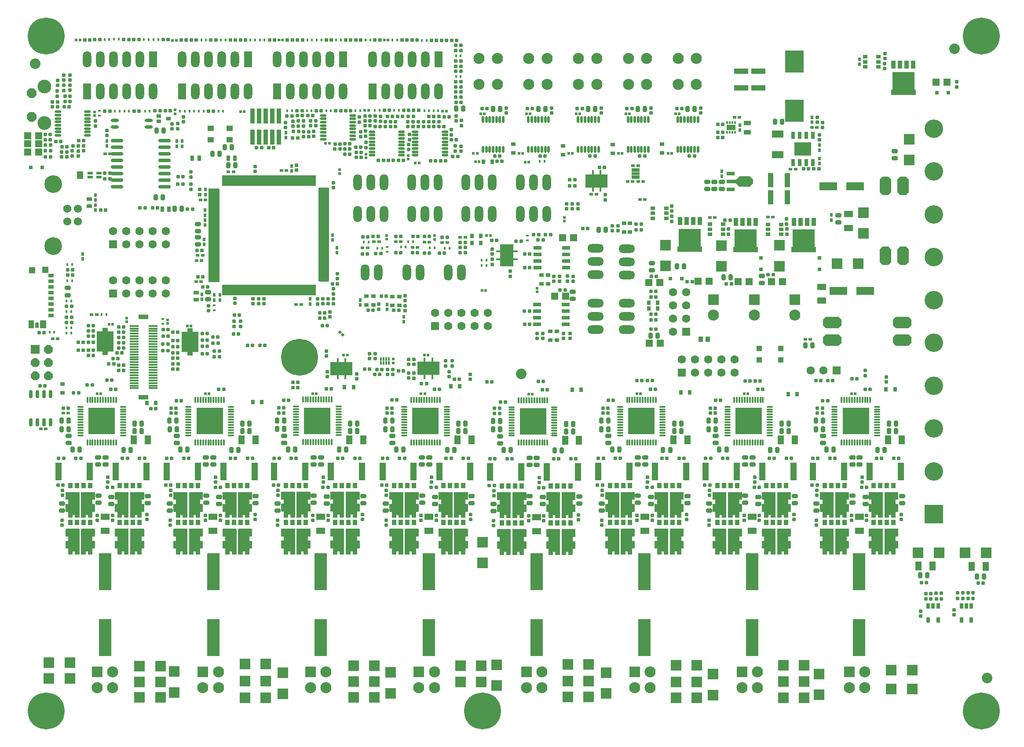
<source format=gts>
G04*
G04 #@! TF.GenerationSoftware,Altium Limited,Altium Designer,19.1.8 (144)*
G04*
G04 Layer_Color=8388736*
%FSLAX25Y25*%
%MOIN*%
G70*
G01*
G75*
%ADD113R,0.03937X0.20571*%
%ADD114R,0.12598X0.15551*%
%ADD115R,0.10400X0.16800*%
%ADD116R,0.16800X0.10400*%
%ADD117R,0.01581X0.01975*%
%ADD118R,0.02054X0.02054*%
%ADD119P,0.02904X4X90.0*%
G04:AMPARAMS|DCode=120|XSize=26mil|YSize=28mil|CornerRadius=6.4mil|HoleSize=0mil|Usage=FLASHONLY|Rotation=270.000|XOffset=0mil|YOffset=0mil|HoleType=Round|Shape=RoundedRectangle|*
%AMROUNDEDRECTD120*
21,1,0.02600,0.01520,0,0,270.0*
21,1,0.01320,0.02800,0,0,270.0*
1,1,0.01280,-0.00760,-0.00660*
1,1,0.01280,-0.00760,0.00660*
1,1,0.01280,0.00760,0.00660*
1,1,0.01280,0.00760,-0.00660*
%
%ADD120ROUNDEDRECTD120*%
G04:AMPARAMS|DCode=121|XSize=26mil|YSize=28mil|CornerRadius=6.4mil|HoleSize=0mil|Usage=FLASHONLY|Rotation=180.000|XOffset=0mil|YOffset=0mil|HoleType=Round|Shape=RoundedRectangle|*
%AMROUNDEDRECTD121*
21,1,0.02600,0.01520,0,0,180.0*
21,1,0.01320,0.02800,0,0,180.0*
1,1,0.01280,-0.00660,0.00760*
1,1,0.01280,0.00660,0.00760*
1,1,0.01280,0.00660,-0.00760*
1,1,0.01280,-0.00660,-0.00760*
%
%ADD121ROUNDEDRECTD121*%
%ADD122R,0.04337X0.12211*%
%ADD123R,0.01384X0.03550*%
%ADD124R,0.03550X0.01384*%
%ADD125R,0.01975X0.01581*%
%ADD126R,0.06699X0.01565*%
%ADD127R,0.07487X0.03550*%
%ADD128R,0.02054X0.02054*%
%ADD129R,0.05200X0.05200*%
%ADD130R,0.02565X0.02368*%
%ADD131R,0.06063X0.02451*%
%ADD132R,0.02126X0.02598*%
%ADD133O,0.05124X0.01975*%
G04:AMPARAMS|DCode=134|XSize=33.13mil|YSize=43.37mil|CornerRadius=7.83mil|HoleSize=0mil|Usage=FLASHONLY|Rotation=180.000|XOffset=0mil|YOffset=0mil|HoleType=Round|Shape=RoundedRectangle|*
%AMROUNDEDRECTD134*
21,1,0.03313,0.02772,0,0,180.0*
21,1,0.01748,0.04337,0,0,180.0*
1,1,0.01565,-0.00874,0.01386*
1,1,0.01565,0.00874,0.01386*
1,1,0.01565,0.00874,-0.01386*
1,1,0.01565,-0.00874,-0.01386*
%
%ADD134ROUNDEDRECTD134*%
%ADD135R,0.09455X0.28156*%
%ADD136R,0.13786X0.05912*%
%ADD137R,0.02762X0.03550*%
%ADD138O,0.01975X0.05124*%
%ADD139R,0.03550X0.02762*%
%ADD140R,0.06699X0.03943*%
%ADD141R,0.01384X0.02368*%
%ADD142R,0.02368X0.02565*%
%ADD143R,0.05321X0.03550*%
G04:AMPARAMS|DCode=144|XSize=33.13mil|YSize=43.37mil|CornerRadius=7.83mil|HoleSize=0mil|Usage=FLASHONLY|Rotation=90.000|XOffset=0mil|YOffset=0mil|HoleType=Round|Shape=RoundedRectangle|*
%AMROUNDEDRECTD144*
21,1,0.03313,0.02772,0,0,90.0*
21,1,0.01748,0.04337,0,0,90.0*
1,1,0.01565,0.01386,0.00874*
1,1,0.01565,0.01386,-0.00874*
1,1,0.01565,-0.01386,-0.00874*
1,1,0.01565,-0.01386,0.00874*
%
%ADD144ROUNDEDRECTD144*%
%ADD145R,0.05912X0.02762*%
%ADD146R,0.07487X0.02762*%
%ADD147R,0.08471X0.08471*%
%ADD148O,0.03550X0.01502*%
%ADD149O,0.01502X0.03550*%
%ADD150R,0.06400X0.02800*%
%ADD151R,0.08300X0.08300*%
%ADD152R,0.08300X0.08300*%
%ADD153R,0.04731X0.07093*%
%ADD154R,0.02565X0.04337*%
%ADD155R,0.04928X0.13589*%
%ADD156R,0.03353X0.04140*%
%ADD157R,0.07093X0.04731*%
%ADD158R,0.01187X0.02959*%
%ADD159R,0.01187X0.02762*%
%ADD160R,0.08471X0.08471*%
G04:AMPARAMS|DCode=161|XSize=80mil|YSize=80mil|CornerRadius=40mil|HoleSize=0mil|Usage=FLASHONLY|Rotation=180.000|XOffset=0mil|YOffset=0mil|HoleType=Round|Shape=RoundedRectangle|*
%AMROUNDEDRECTD161*
21,1,0.08000,0.00000,0,0,180.0*
21,1,0.00000,0.08000,0,0,180.0*
1,1,0.08000,0.00000,0.00000*
1,1,0.08000,0.00000,0.00000*
1,1,0.08000,0.00000,0.00000*
1,1,0.08000,0.00000,0.00000*
%
%ADD161ROUNDEDRECTD161*%
%ADD162R,0.03300X0.04300*%
%ADD163O,0.05124X0.01384*%
%ADD164O,0.01384X0.05124*%
%ADD165R,0.20479X0.20479*%
%ADD166R,0.04337X0.03156*%
%ADD167R,0.05124X0.04534*%
%ADD168R,0.05124X0.04928*%
%ADD169R,0.05124X0.06109*%
%ADD170R,0.03131X0.04337*%
%ADD171R,0.03943X0.05912*%
%ADD172O,0.02762X0.06306*%
%ADD173R,0.03353X0.11424*%
%ADD174O,0.07487X0.01381*%
%ADD175O,0.01381X0.07487*%
%ADD176R,0.05124X0.03943*%
%ADD177O,0.09455X0.02762*%
G04:AMPARAMS|DCode=178|XSize=80mil|YSize=80mil|CornerRadius=40mil|HoleSize=0mil|Usage=FLASHONLY|Rotation=270.000|XOffset=0mil|YOffset=0mil|HoleType=Round|Shape=RoundedRectangle|*
%AMROUNDEDRECTD178*
21,1,0.08000,0.00000,0,0,270.0*
21,1,0.00000,0.08000,0,0,270.0*
1,1,0.08000,0.00000,0.00000*
1,1,0.08000,0.00000,0.00000*
1,1,0.08000,0.00000,0.00000*
1,1,0.08000,0.00000,0.00000*
%
%ADD178ROUNDEDRECTD178*%
%ADD179R,0.03747X0.02762*%
%ADD180R,0.02800X0.02800*%
%ADD181R,0.03943X0.04337*%
%ADD182R,0.03943X0.01975*%
%ADD183R,0.01680X0.01463*%
%ADD184R,0.08400X0.08400*%
%ADD185R,0.03550X0.02565*%
%ADD186O,0.06109X0.02565*%
%ADD187R,0.03865X0.03038*%
%ADD188R,0.04140X0.11030*%
%ADD189R,0.08700X0.05400*%
%ADD190R,0.14179X0.16542*%
%ADD191R,0.02565X0.05321*%
%ADD192R,0.12605X0.09849*%
%ADD193R,0.03200X0.06000*%
%ADD194R,0.11030X0.04140*%
%ADD195R,0.03038X0.03865*%
%ADD196R,0.02800X0.02800*%
%ADD197C,0.06306*%
%ADD198R,0.06306X0.06306*%
%ADD199P,0.07144X8X292.5*%
%ADD200R,0.06600X0.06600*%
%ADD201O,0.06400X0.12400*%
%ADD202R,0.06400X0.12400*%
%ADD203C,0.27959*%
%ADD204C,0.08400*%
%ADD205O,0.13998X0.14000*%
%ADD206R,0.13998X0.14000*%
%ADD207O,0.12400X0.06400*%
%ADD208R,0.06306X0.06306*%
G04:AMPARAMS|DCode=209|XSize=137mil|YSize=87mil|CornerRadius=0mil|HoleSize=0mil|Usage=FLASHONLY|Rotation=180.000|XOffset=0mil|YOffset=0mil|HoleType=Round|Shape=Octagon|*
%AMOCTAGOND209*
4,1,8,-0.06850,0.02175,-0.06850,-0.02175,-0.04675,-0.04350,0.04675,-0.04350,0.06850,-0.02175,0.06850,0.02175,0.04675,0.04350,-0.04675,0.04350,-0.06850,0.02175,0.0*
%
%ADD209OCTAGOND209*%

%ADD210C,0.10400*%
%ADD211P,0.08010X8X292.5*%
%ADD212C,0.13450*%
%ADD213C,0.06200*%
G04:AMPARAMS|DCode=214|XSize=137mil|YSize=87mil|CornerRadius=0mil|HoleSize=0mil|Usage=FLASHONLY|Rotation=90.000|XOffset=0mil|YOffset=0mil|HoleType=Round|Shape=Octagon|*
%AMOCTAGOND214*
4,1,8,0.02175,0.06850,-0.02175,0.06850,-0.04350,0.04675,-0.04350,-0.04675,-0.02175,-0.06850,0.02175,-0.06850,0.04350,-0.04675,0.04350,0.04675,0.02175,0.06850,0.0*
%
%ADD214OCTAGOND214*%

G36*
X584096Y202785D02*
X585081D01*
Y198750D01*
X566577D01*
Y202785D01*
X567561D01*
Y216171D01*
X584096D01*
Y202785D01*
D02*
G37*
G36*
X-45830Y135115D02*
X-50535D01*
X-50534Y135114D01*
X-50535D01*
Y140905D01*
X-45830D01*
Y135115D01*
D02*
G37*
G36*
X130490Y130010D02*
X59606Y130010D01*
X59606Y137982D01*
X130471D01*
X130490Y130010D01*
D02*
G37*
G36*
X459289Y137127D02*
X459327Y137115D01*
X459362Y137097D01*
X459392Y137072D01*
X461951Y134512D01*
X461976Y134482D01*
X461995Y134447D01*
X462006Y134409D01*
X462010Y134370D01*
Y132008D01*
X462006Y131969D01*
X461995Y131931D01*
X461976Y131896D01*
X461951Y131866D01*
X459392Y129307D01*
X459362Y129282D01*
X459327Y129263D01*
X459289Y129252D01*
X459250Y129248D01*
X451769D01*
X451730Y129252D01*
X451693Y129263D01*
X451658Y129282D01*
X451627Y129307D01*
X449049Y131886D01*
X449049Y131886D01*
X449037Y131899D01*
X449024Y131916D01*
X449012Y131939D01*
X449005Y131951D01*
X448994Y131989D01*
X448990Y132028D01*
X448990Y132028D01*
Y134351D01*
X448994Y134390D01*
X449005Y134427D01*
X449024Y134462D01*
X449049Y134493D01*
X451627Y137071D01*
X451627Y137072D01*
X451644Y137085D01*
X451658Y137097D01*
X451693Y137115D01*
X451730Y137127D01*
X451769Y137130D01*
X459250D01*
X459289Y137127D01*
D02*
G37*
G36*
X422167Y83938D02*
X423151D01*
Y79902D01*
X404647D01*
Y83938D01*
X405631D01*
Y97324D01*
X422167D01*
Y83938D01*
D02*
G37*
G36*
X508516Y83538D02*
X509500D01*
Y79503D01*
X490996D01*
Y83538D01*
X491981D01*
Y96924D01*
X508516D01*
Y83538D01*
D02*
G37*
G36*
X464517Y83538D02*
X465501D01*
Y79502D01*
X446997D01*
Y83538D01*
X447981D01*
Y96924D01*
X464517D01*
Y83538D01*
D02*
G37*
G36*
X140620Y57608D02*
X138690D01*
X132450Y57593D01*
X132450Y128474D01*
X140620Y128474D01*
Y57608D01*
D02*
G37*
G36*
X57549Y57005D02*
X49380Y57005D01*
Y127870D01*
X57549Y127890D01*
X57549Y57005D01*
D02*
G37*
G36*
X130468Y55010D02*
X130468Y46939D01*
X59603D01*
X59584Y55010D01*
X130468Y55010D01*
D02*
G37*
G36*
X163570Y-102260D02*
X163608Y-102271D01*
X163643Y-102290D01*
X163673Y-102314D01*
X163698Y-102345D01*
X163717Y-102380D01*
X163728Y-102418D01*
X163732Y-102457D01*
Y-107968D01*
X163728Y-108008D01*
X163717Y-108045D01*
X163698Y-108080D01*
X163673Y-108111D01*
X163643Y-108136D01*
X163608Y-108154D01*
X163570Y-108166D01*
X163531Y-108169D01*
X161783D01*
Y-111311D01*
X163531D01*
X163570Y-111315D01*
X163608Y-111326D01*
X163643Y-111345D01*
X163673Y-111370D01*
X163698Y-111400D01*
X163717Y-111435D01*
X163728Y-111473D01*
X163732Y-111512D01*
Y-117024D01*
X163728Y-117063D01*
X163717Y-117101D01*
X163698Y-117135D01*
X163673Y-117166D01*
X163643Y-117191D01*
X163608Y-117209D01*
X163570Y-117221D01*
X163531Y-117225D01*
X161783D01*
Y-121590D01*
X161779Y-121630D01*
X161768Y-121667D01*
X161749Y-121702D01*
X161724Y-121733D01*
X161694Y-121758D01*
X161659Y-121776D01*
X161621Y-121788D01*
X161582Y-121792D01*
X158630D01*
X158590Y-121788D01*
X158553Y-121776D01*
X158518Y-121758D01*
X158487Y-121733D01*
X158462Y-121702D01*
X158444Y-121667D01*
X158432Y-121630D01*
X158429Y-121590D01*
Y-119587D01*
X156764D01*
Y-121590D01*
X156760Y-121630D01*
X156748Y-121667D01*
X156730Y-121702D01*
X156705Y-121733D01*
X156674Y-121758D01*
X156640Y-121776D01*
X156602Y-121788D01*
X156563Y-121792D01*
X153393D01*
X153354Y-121788D01*
X153316Y-121776D01*
X153282Y-121758D01*
X153251Y-121733D01*
X153226Y-121702D01*
X153208Y-121667D01*
X153196Y-121630D01*
X153192Y-121590D01*
Y-102457D01*
X153196Y-102418D01*
X153208Y-102380D01*
X153226Y-102345D01*
X153251Y-102314D01*
X153282Y-102290D01*
X153316Y-102271D01*
X153354Y-102260D01*
X153393Y-102256D01*
X163531D01*
X163570Y-102260D01*
D02*
G37*
G36*
X151858D02*
X151895Y-102271D01*
X151930Y-102290D01*
X151961Y-102314D01*
X151986Y-102345D01*
X152004Y-102380D01*
X152016Y-102418D01*
X152020Y-102457D01*
Y-121590D01*
X152016Y-121630D01*
X152004Y-121667D01*
X151986Y-121702D01*
X151961Y-121733D01*
X151930Y-121758D01*
X151895Y-121776D01*
X151858Y-121788D01*
X151819Y-121792D01*
X148649D01*
X148610Y-121788D01*
X148572Y-121776D01*
X148538Y-121758D01*
X148507Y-121733D01*
X148482Y-121702D01*
X148464Y-121667D01*
X148452Y-121630D01*
X148448Y-121590D01*
Y-119587D01*
X146783D01*
Y-121590D01*
X146779Y-121630D01*
X146768Y-121667D01*
X146749Y-121702D01*
X146724Y-121733D01*
X146694Y-121758D01*
X146659Y-121776D01*
X146622Y-121788D01*
X146582Y-121792D01*
X143630D01*
X143590Y-121788D01*
X143553Y-121776D01*
X143518Y-121758D01*
X143487Y-121733D01*
X143462Y-121702D01*
X143444Y-121667D01*
X143432Y-121630D01*
X143429Y-121590D01*
Y-117225D01*
X141681D01*
X141641Y-117221D01*
X141604Y-117209D01*
X141569Y-117191D01*
X141539Y-117166D01*
X141514Y-117135D01*
X141495Y-117101D01*
X141484Y-117063D01*
X141480Y-117024D01*
Y-111512D01*
X141484Y-111473D01*
X141495Y-111435D01*
X141514Y-111400D01*
X141539Y-111370D01*
X141569Y-111345D01*
X141604Y-111326D01*
X141641Y-111315D01*
X141681Y-111311D01*
X143429D01*
Y-108169D01*
X141681D01*
X141641Y-108166D01*
X141604Y-108154D01*
X141569Y-108136D01*
X141539Y-108111D01*
X141514Y-108080D01*
X141495Y-108045D01*
X141484Y-108008D01*
X141480Y-107968D01*
Y-102457D01*
X141484Y-102418D01*
X141495Y-102380D01*
X141514Y-102345D01*
X141539Y-102314D01*
X141569Y-102290D01*
X141604Y-102271D01*
X141641Y-102260D01*
X141681Y-102256D01*
X151819D01*
X151858Y-102260D01*
D02*
G37*
G36*
X126321D02*
X126359Y-102271D01*
X126394Y-102290D01*
X126424Y-102314D01*
X126449Y-102345D01*
X126468Y-102380D01*
X126479Y-102418D01*
X126483Y-102457D01*
Y-107968D01*
X126479Y-108008D01*
X126468Y-108045D01*
X126449Y-108080D01*
X126424Y-108111D01*
X126394Y-108136D01*
X126359Y-108154D01*
X126321Y-108166D01*
X126282Y-108169D01*
X124534D01*
Y-111311D01*
X126282D01*
X126321Y-111315D01*
X126359Y-111326D01*
X126394Y-111345D01*
X126424Y-111370D01*
X126449Y-111400D01*
X126468Y-111435D01*
X126479Y-111473D01*
X126483Y-111512D01*
Y-117024D01*
X126479Y-117063D01*
X126468Y-117101D01*
X126449Y-117135D01*
X126424Y-117166D01*
X126394Y-117191D01*
X126359Y-117209D01*
X126321Y-117221D01*
X126282Y-117225D01*
X124534D01*
Y-121590D01*
X124531Y-121630D01*
X124519Y-121667D01*
X124501Y-121702D01*
X124476Y-121733D01*
X124445Y-121758D01*
X124410Y-121776D01*
X124373Y-121788D01*
X124334Y-121792D01*
X121381D01*
X121342Y-121788D01*
X121304Y-121776D01*
X121269Y-121758D01*
X121239Y-121733D01*
X121214Y-121702D01*
X121195Y-121667D01*
X121184Y-121630D01*
X121180Y-121590D01*
Y-119587D01*
X119515D01*
Y-121590D01*
X119511Y-121630D01*
X119500Y-121667D01*
X119481Y-121702D01*
X119456Y-121733D01*
X119425Y-121758D01*
X119391Y-121776D01*
X119353Y-121788D01*
X119314Y-121792D01*
X116145D01*
X116105Y-121788D01*
X116068Y-121776D01*
X116033Y-121758D01*
X116002Y-121733D01*
X115977Y-121702D01*
X115959Y-121667D01*
X115947Y-121630D01*
X115944Y-121590D01*
Y-102457D01*
X115947Y-102418D01*
X115959Y-102380D01*
X115977Y-102345D01*
X116002Y-102314D01*
X116033Y-102290D01*
X116068Y-102271D01*
X116105Y-102260D01*
X116145Y-102256D01*
X126282D01*
X126321Y-102260D01*
D02*
G37*
G36*
X114609D02*
X114647Y-102271D01*
X114681Y-102290D01*
X114712Y-102314D01*
X114737Y-102345D01*
X114755Y-102380D01*
X114767Y-102418D01*
X114771Y-102457D01*
Y-121590D01*
X114767Y-121630D01*
X114755Y-121667D01*
X114737Y-121702D01*
X114712Y-121733D01*
X114681Y-121758D01*
X114647Y-121776D01*
X114609Y-121788D01*
X114570Y-121792D01*
X111400D01*
X111361Y-121788D01*
X111323Y-121776D01*
X111289Y-121758D01*
X111258Y-121733D01*
X111233Y-121702D01*
X111215Y-121667D01*
X111203Y-121630D01*
X111199Y-121590D01*
Y-119587D01*
X109535D01*
Y-121590D01*
X109531Y-121630D01*
X109519Y-121667D01*
X109501Y-121702D01*
X109476Y-121733D01*
X109445Y-121758D01*
X109410Y-121776D01*
X109373Y-121788D01*
X109334Y-121792D01*
X106381D01*
X106342Y-121788D01*
X106304Y-121776D01*
X106269Y-121758D01*
X106239Y-121733D01*
X106214Y-121702D01*
X106195Y-121667D01*
X106184Y-121630D01*
X106180Y-121590D01*
Y-117225D01*
X104432D01*
X104393Y-117221D01*
X104355Y-117209D01*
X104320Y-117191D01*
X104290Y-117166D01*
X104265Y-117135D01*
X104246Y-117101D01*
X104235Y-117063D01*
X104231Y-117024D01*
Y-111512D01*
X104235Y-111473D01*
X104246Y-111435D01*
X104265Y-111400D01*
X104290Y-111370D01*
X104320Y-111345D01*
X104355Y-111326D01*
X104393Y-111315D01*
X104432Y-111311D01*
X106180D01*
Y-108169D01*
X104432D01*
X104393Y-108166D01*
X104355Y-108154D01*
X104320Y-108136D01*
X104290Y-108111D01*
X104265Y-108080D01*
X104246Y-108045D01*
X104235Y-108008D01*
X104231Y-107968D01*
Y-102457D01*
X104235Y-102418D01*
X104246Y-102380D01*
X104265Y-102345D01*
X104290Y-102314D01*
X104320Y-102290D01*
X104355Y-102271D01*
X104393Y-102260D01*
X104432Y-102256D01*
X114570D01*
X114609Y-102260D01*
D02*
G37*
G36*
X571809Y-102356D02*
X571846Y-102367D01*
X571881Y-102385D01*
X571911Y-102410D01*
X571936Y-102441D01*
X571955Y-102476D01*
X571966Y-102513D01*
X571970Y-102553D01*
Y-108064D01*
X571966Y-108104D01*
X571955Y-108141D01*
X571936Y-108176D01*
X571911Y-108206D01*
X571881Y-108231D01*
X571846Y-108250D01*
X571809Y-108262D01*
X571769Y-108265D01*
X570021D01*
Y-111407D01*
X571769D01*
X571809Y-111411D01*
X571846Y-111422D01*
X571881Y-111441D01*
X571911Y-111466D01*
X571936Y-111496D01*
X571955Y-111531D01*
X571966Y-111568D01*
X571970Y-111608D01*
Y-117120D01*
X571966Y-117159D01*
X571955Y-117196D01*
X571936Y-117231D01*
X571911Y-117262D01*
X571881Y-117287D01*
X571846Y-117305D01*
X571809Y-117317D01*
X571769Y-117321D01*
X570021D01*
Y-121686D01*
X570018Y-121726D01*
X570006Y-121763D01*
X569988Y-121798D01*
X569963Y-121828D01*
X569932Y-121853D01*
X569897Y-121872D01*
X569860Y-121883D01*
X569820Y-121887D01*
X566868D01*
X566828Y-121883D01*
X566791Y-121872D01*
X566756Y-121853D01*
X566726Y-121828D01*
X566701Y-121798D01*
X566682Y-121763D01*
X566671Y-121726D01*
X566667Y-121686D01*
Y-119683D01*
X565002D01*
Y-121686D01*
X564998Y-121726D01*
X564987Y-121763D01*
X564968Y-121798D01*
X564943Y-121828D01*
X564913Y-121853D01*
X564878Y-121872D01*
X564840Y-121883D01*
X564801Y-121887D01*
X561631D01*
X561592Y-121883D01*
X561555Y-121872D01*
X561520Y-121853D01*
X561489Y-121828D01*
X561464Y-121798D01*
X561446Y-121763D01*
X561434Y-121726D01*
X561431Y-121686D01*
Y-102553D01*
X561434Y-102513D01*
X561446Y-102476D01*
X561464Y-102441D01*
X561489Y-102410D01*
X561520Y-102385D01*
X561555Y-102367D01*
X561592Y-102356D01*
X561631Y-102352D01*
X571769D01*
X571809Y-102356D01*
D02*
G37*
G36*
X560096D02*
X560134Y-102367D01*
X560168Y-102385D01*
X560199Y-102410D01*
X560224Y-102441D01*
X560242Y-102476D01*
X560254Y-102513D01*
X560258Y-102553D01*
Y-121686D01*
X560254Y-121726D01*
X560242Y-121763D01*
X560224Y-121798D01*
X560199Y-121828D01*
X560168Y-121853D01*
X560134Y-121872D01*
X560096Y-121883D01*
X560057Y-121887D01*
X556887D01*
X556848Y-121883D01*
X556811Y-121872D01*
X556776Y-121853D01*
X556745Y-121828D01*
X556720Y-121798D01*
X556702Y-121763D01*
X556690Y-121726D01*
X556686Y-121686D01*
Y-119683D01*
X555021D01*
Y-121686D01*
X555018Y-121726D01*
X555006Y-121763D01*
X554988Y-121798D01*
X554963Y-121828D01*
X554932Y-121853D01*
X554897Y-121872D01*
X554860Y-121883D01*
X554820Y-121887D01*
X551868D01*
X551828Y-121883D01*
X551791Y-121872D01*
X551756Y-121853D01*
X551726Y-121828D01*
X551701Y-121798D01*
X551682Y-121763D01*
X551671Y-121726D01*
X551667Y-121686D01*
Y-117321D01*
X549919D01*
X549880Y-117317D01*
X549842Y-117305D01*
X549807Y-117287D01*
X549777Y-117262D01*
X549752Y-117231D01*
X549733Y-117196D01*
X549722Y-117159D01*
X549718Y-117120D01*
Y-111608D01*
X549722Y-111568D01*
X549733Y-111531D01*
X549752Y-111496D01*
X549777Y-111466D01*
X549807Y-111441D01*
X549842Y-111422D01*
X549880Y-111411D01*
X549919Y-111407D01*
X551667D01*
Y-108265D01*
X549919D01*
X549880Y-108262D01*
X549842Y-108250D01*
X549807Y-108231D01*
X549777Y-108206D01*
X549752Y-108176D01*
X549733Y-108141D01*
X549722Y-108104D01*
X549718Y-108064D01*
Y-102553D01*
X549722Y-102513D01*
X549733Y-102476D01*
X549752Y-102441D01*
X549777Y-102410D01*
X549807Y-102385D01*
X549842Y-102367D01*
X549880Y-102356D01*
X549919Y-102352D01*
X560057D01*
X560096Y-102356D01*
D02*
G37*
G36*
X534560D02*
X534597Y-102367D01*
X534632Y-102385D01*
X534663Y-102410D01*
X534688Y-102441D01*
X534706Y-102476D01*
X534718Y-102513D01*
X534722Y-102553D01*
Y-108064D01*
X534718Y-108104D01*
X534706Y-108141D01*
X534688Y-108176D01*
X534663Y-108206D01*
X534632Y-108231D01*
X534597Y-108250D01*
X534560Y-108262D01*
X534520Y-108265D01*
X532773D01*
Y-111407D01*
X534520D01*
X534560Y-111411D01*
X534597Y-111422D01*
X534632Y-111441D01*
X534663Y-111466D01*
X534688Y-111496D01*
X534706Y-111531D01*
X534718Y-111568D01*
X534722Y-111608D01*
Y-117120D01*
X534718Y-117159D01*
X534706Y-117196D01*
X534688Y-117231D01*
X534663Y-117262D01*
X534632Y-117287D01*
X534597Y-117305D01*
X534560Y-117317D01*
X534520Y-117321D01*
X532773D01*
Y-121686D01*
X532769Y-121726D01*
X532757Y-121763D01*
X532739Y-121798D01*
X532714Y-121828D01*
X532683Y-121853D01*
X532649Y-121872D01*
X532611Y-121883D01*
X532572Y-121887D01*
X529619D01*
X529580Y-121883D01*
X529542Y-121872D01*
X529507Y-121853D01*
X529477Y-121828D01*
X529452Y-121798D01*
X529433Y-121763D01*
X529422Y-121726D01*
X529418Y-121686D01*
Y-119683D01*
X527753D01*
Y-121686D01*
X527749Y-121726D01*
X527738Y-121763D01*
X527719Y-121798D01*
X527694Y-121828D01*
X527664Y-121853D01*
X527629Y-121872D01*
X527591Y-121883D01*
X527552Y-121887D01*
X524383D01*
X524343Y-121883D01*
X524306Y-121872D01*
X524271Y-121853D01*
X524241Y-121828D01*
X524216Y-121798D01*
X524197Y-121763D01*
X524186Y-121726D01*
X524182Y-121686D01*
Y-102553D01*
X524186Y-102513D01*
X524197Y-102476D01*
X524216Y-102441D01*
X524241Y-102410D01*
X524271Y-102385D01*
X524306Y-102367D01*
X524343Y-102356D01*
X524383Y-102352D01*
X534520D01*
X534560Y-102356D01*
D02*
G37*
G36*
X522847D02*
X522885Y-102367D01*
X522920Y-102385D01*
X522950Y-102410D01*
X522975Y-102441D01*
X522994Y-102476D01*
X523005Y-102513D01*
X523009Y-102553D01*
Y-121686D01*
X523005Y-121726D01*
X522994Y-121763D01*
X522975Y-121798D01*
X522950Y-121828D01*
X522920Y-121853D01*
X522885Y-121872D01*
X522847Y-121883D01*
X522808Y-121887D01*
X519639D01*
X519599Y-121883D01*
X519562Y-121872D01*
X519527Y-121853D01*
X519496Y-121828D01*
X519472Y-121798D01*
X519453Y-121763D01*
X519442Y-121726D01*
X519438Y-121686D01*
Y-119683D01*
X517773D01*
Y-121686D01*
X517769Y-121726D01*
X517757Y-121763D01*
X517739Y-121798D01*
X517714Y-121828D01*
X517683Y-121853D01*
X517649Y-121872D01*
X517611Y-121883D01*
X517572Y-121887D01*
X514619D01*
X514580Y-121883D01*
X514542Y-121872D01*
X514507Y-121853D01*
X514477Y-121828D01*
X514452Y-121798D01*
X514433Y-121763D01*
X514422Y-121726D01*
X514418Y-121686D01*
Y-117321D01*
X512670D01*
X512631Y-117317D01*
X512593Y-117305D01*
X512559Y-117287D01*
X512528Y-117262D01*
X512503Y-117231D01*
X512485Y-117196D01*
X512473Y-117159D01*
X512469Y-117120D01*
Y-111608D01*
X512473Y-111568D01*
X512485Y-111531D01*
X512503Y-111496D01*
X512528Y-111466D01*
X512559Y-111441D01*
X512593Y-111422D01*
X512631Y-111411D01*
X512670Y-111407D01*
X514418D01*
Y-108265D01*
X512670D01*
X512631Y-108262D01*
X512593Y-108250D01*
X512559Y-108231D01*
X512528Y-108206D01*
X512503Y-108176D01*
X512485Y-108141D01*
X512473Y-108104D01*
X512469Y-108064D01*
Y-102553D01*
X512473Y-102513D01*
X512485Y-102476D01*
X512503Y-102441D01*
X512528Y-102410D01*
X512559Y-102385D01*
X512593Y-102367D01*
X512631Y-102356D01*
X512670Y-102352D01*
X522808D01*
X522847Y-102356D01*
D02*
G37*
G36*
X490509D02*
X490546Y-102367D01*
X490581Y-102385D01*
X490611Y-102410D01*
X490636Y-102441D01*
X490655Y-102476D01*
X490666Y-102513D01*
X490670Y-102553D01*
Y-108064D01*
X490666Y-108104D01*
X490655Y-108141D01*
X490636Y-108176D01*
X490611Y-108206D01*
X490581Y-108231D01*
X490546Y-108250D01*
X490509Y-108262D01*
X490469Y-108265D01*
X488722D01*
Y-111407D01*
X490469D01*
X490509Y-111411D01*
X490546Y-111422D01*
X490581Y-111441D01*
X490611Y-111466D01*
X490636Y-111496D01*
X490655Y-111531D01*
X490666Y-111568D01*
X490670Y-111608D01*
Y-117120D01*
X490666Y-117159D01*
X490655Y-117196D01*
X490636Y-117231D01*
X490611Y-117262D01*
X490581Y-117287D01*
X490546Y-117305D01*
X490509Y-117317D01*
X490469Y-117321D01*
X488722D01*
Y-121686D01*
X488718Y-121726D01*
X488706Y-121763D01*
X488688Y-121798D01*
X488663Y-121828D01*
X488632Y-121853D01*
X488597Y-121872D01*
X488560Y-121883D01*
X488520Y-121887D01*
X485568D01*
X485529Y-121883D01*
X485491Y-121872D01*
X485456Y-121853D01*
X485426Y-121828D01*
X485401Y-121798D01*
X485382Y-121763D01*
X485371Y-121726D01*
X485367Y-121686D01*
Y-119683D01*
X483702D01*
Y-121686D01*
X483698Y-121726D01*
X483686Y-121763D01*
X483668Y-121798D01*
X483643Y-121828D01*
X483612Y-121853D01*
X483578Y-121872D01*
X483540Y-121883D01*
X483501Y-121887D01*
X480332D01*
X480292Y-121883D01*
X480255Y-121872D01*
X480220Y-121853D01*
X480189Y-121828D01*
X480164Y-121798D01*
X480146Y-121763D01*
X480134Y-121726D01*
X480131Y-121686D01*
Y-102553D01*
X480134Y-102513D01*
X480146Y-102476D01*
X480164Y-102441D01*
X480189Y-102410D01*
X480220Y-102385D01*
X480255Y-102367D01*
X480292Y-102356D01*
X480332Y-102352D01*
X490469D01*
X490509Y-102356D01*
D02*
G37*
G36*
X478796D02*
X478834Y-102367D01*
X478868Y-102385D01*
X478899Y-102410D01*
X478924Y-102441D01*
X478942Y-102476D01*
X478954Y-102513D01*
X478958Y-102553D01*
Y-121686D01*
X478954Y-121726D01*
X478942Y-121763D01*
X478924Y-121798D01*
X478899Y-121828D01*
X478868Y-121853D01*
X478834Y-121872D01*
X478796Y-121883D01*
X478757Y-121887D01*
X475587D01*
X475548Y-121883D01*
X475511Y-121872D01*
X475476Y-121853D01*
X475445Y-121828D01*
X475420Y-121798D01*
X475402Y-121763D01*
X475390Y-121726D01*
X475386Y-121686D01*
Y-119683D01*
X473722D01*
Y-121686D01*
X473718Y-121726D01*
X473706Y-121763D01*
X473688Y-121798D01*
X473663Y-121828D01*
X473632Y-121853D01*
X473597Y-121872D01*
X473560Y-121883D01*
X473521Y-121887D01*
X470568D01*
X470529Y-121883D01*
X470491Y-121872D01*
X470456Y-121853D01*
X470426Y-121828D01*
X470401Y-121798D01*
X470382Y-121763D01*
X470371Y-121726D01*
X470367Y-121686D01*
Y-117321D01*
X468619D01*
X468580Y-117317D01*
X468542Y-117305D01*
X468507Y-117287D01*
X468477Y-117262D01*
X468452Y-117231D01*
X468433Y-117196D01*
X468422Y-117159D01*
X468418Y-117120D01*
Y-111608D01*
X468422Y-111568D01*
X468433Y-111531D01*
X468452Y-111496D01*
X468477Y-111466D01*
X468507Y-111441D01*
X468542Y-111422D01*
X468580Y-111411D01*
X468619Y-111407D01*
X470367D01*
Y-108265D01*
X468619D01*
X468580Y-108262D01*
X468542Y-108250D01*
X468507Y-108231D01*
X468477Y-108206D01*
X468452Y-108176D01*
X468433Y-108141D01*
X468422Y-108104D01*
X468418Y-108064D01*
Y-102553D01*
X468422Y-102513D01*
X468433Y-102476D01*
X468452Y-102441D01*
X468477Y-102410D01*
X468507Y-102385D01*
X468542Y-102367D01*
X468580Y-102356D01*
X468619Y-102352D01*
X478757D01*
X478796Y-102356D01*
D02*
G37*
G36*
X453260D02*
X453298Y-102367D01*
X453332Y-102385D01*
X453363Y-102410D01*
X453388Y-102441D01*
X453406Y-102476D01*
X453418Y-102513D01*
X453421Y-102553D01*
Y-108064D01*
X453418Y-108104D01*
X453406Y-108141D01*
X453388Y-108176D01*
X453363Y-108206D01*
X453332Y-108231D01*
X453298Y-108250D01*
X453260Y-108262D01*
X453221Y-108265D01*
X451473D01*
Y-111407D01*
X453221D01*
X453260Y-111411D01*
X453298Y-111422D01*
X453332Y-111441D01*
X453363Y-111466D01*
X453388Y-111496D01*
X453406Y-111531D01*
X453418Y-111568D01*
X453421Y-111608D01*
Y-117120D01*
X453418Y-117159D01*
X453406Y-117196D01*
X453388Y-117231D01*
X453363Y-117262D01*
X453332Y-117287D01*
X453298Y-117305D01*
X453260Y-117317D01*
X453221Y-117321D01*
X451473D01*
Y-121686D01*
X451469Y-121726D01*
X451457Y-121763D01*
X451439Y-121798D01*
X451414Y-121828D01*
X451383Y-121853D01*
X451349Y-121872D01*
X451311Y-121883D01*
X451272Y-121887D01*
X448319D01*
X448280Y-121883D01*
X448242Y-121872D01*
X448207Y-121853D01*
X448177Y-121828D01*
X448152Y-121798D01*
X448133Y-121763D01*
X448122Y-121726D01*
X448118Y-121686D01*
Y-119683D01*
X446453D01*
Y-121686D01*
X446449Y-121726D01*
X446438Y-121763D01*
X446419Y-121798D01*
X446394Y-121828D01*
X446364Y-121853D01*
X446329Y-121872D01*
X446291Y-121883D01*
X446252Y-121887D01*
X443083D01*
X443044Y-121883D01*
X443006Y-121872D01*
X442971Y-121853D01*
X442941Y-121828D01*
X442916Y-121798D01*
X442897Y-121763D01*
X442886Y-121726D01*
X442882Y-121686D01*
Y-102553D01*
X442886Y-102513D01*
X442897Y-102476D01*
X442916Y-102441D01*
X442941Y-102410D01*
X442971Y-102385D01*
X443006Y-102367D01*
X443044Y-102356D01*
X443083Y-102352D01*
X453221D01*
X453260Y-102356D01*
D02*
G37*
G36*
X441547D02*
X441585Y-102367D01*
X441620Y-102385D01*
X441650Y-102410D01*
X441675Y-102441D01*
X441694Y-102476D01*
X441705Y-102513D01*
X441709Y-102553D01*
Y-121686D01*
X441705Y-121726D01*
X441694Y-121763D01*
X441675Y-121798D01*
X441650Y-121828D01*
X441620Y-121853D01*
X441585Y-121872D01*
X441547Y-121883D01*
X441508Y-121887D01*
X438339D01*
X438299Y-121883D01*
X438262Y-121872D01*
X438227Y-121853D01*
X438197Y-121828D01*
X438172Y-121798D01*
X438153Y-121763D01*
X438141Y-121726D01*
X438138Y-121686D01*
Y-119683D01*
X436473D01*
Y-121686D01*
X436469Y-121726D01*
X436457Y-121763D01*
X436439Y-121798D01*
X436414Y-121828D01*
X436383Y-121853D01*
X436349Y-121872D01*
X436311Y-121883D01*
X436272Y-121887D01*
X433319D01*
X433280Y-121883D01*
X433242Y-121872D01*
X433207Y-121853D01*
X433177Y-121828D01*
X433152Y-121798D01*
X433133Y-121763D01*
X433122Y-121726D01*
X433118Y-121686D01*
Y-117321D01*
X431370D01*
X431331Y-117317D01*
X431293Y-117305D01*
X431258Y-117287D01*
X431228Y-117262D01*
X431203Y-117231D01*
X431184Y-117196D01*
X431173Y-117159D01*
X431169Y-117120D01*
Y-111608D01*
X431173Y-111568D01*
X431184Y-111531D01*
X431203Y-111496D01*
X431228Y-111466D01*
X431258Y-111441D01*
X431293Y-111422D01*
X431331Y-111411D01*
X431370Y-111407D01*
X433118D01*
Y-108265D01*
X431370D01*
X431331Y-108262D01*
X431293Y-108250D01*
X431258Y-108231D01*
X431228Y-108206D01*
X431203Y-108176D01*
X431184Y-108141D01*
X431173Y-108104D01*
X431169Y-108064D01*
Y-102553D01*
X431173Y-102513D01*
X431184Y-102476D01*
X431203Y-102441D01*
X431228Y-102410D01*
X431258Y-102385D01*
X431293Y-102367D01*
X431331Y-102356D01*
X431370Y-102352D01*
X441508D01*
X441547Y-102356D01*
D02*
G37*
G36*
X409209D02*
X409246Y-102367D01*
X409281Y-102385D01*
X409311Y-102410D01*
X409336Y-102441D01*
X409355Y-102476D01*
X409366Y-102513D01*
X409370Y-102553D01*
Y-108064D01*
X409366Y-108104D01*
X409355Y-108141D01*
X409336Y-108176D01*
X409311Y-108206D01*
X409281Y-108231D01*
X409246Y-108250D01*
X409209Y-108262D01*
X409169Y-108265D01*
X407421D01*
Y-111407D01*
X409169D01*
X409209Y-111411D01*
X409246Y-111422D01*
X409281Y-111441D01*
X409311Y-111466D01*
X409336Y-111496D01*
X409355Y-111531D01*
X409366Y-111568D01*
X409370Y-111608D01*
Y-117120D01*
X409366Y-117159D01*
X409355Y-117196D01*
X409336Y-117231D01*
X409311Y-117262D01*
X409281Y-117287D01*
X409246Y-117305D01*
X409209Y-117317D01*
X409169Y-117321D01*
X407421D01*
Y-121686D01*
X407418Y-121726D01*
X407406Y-121763D01*
X407388Y-121798D01*
X407363Y-121828D01*
X407332Y-121853D01*
X407297Y-121872D01*
X407260Y-121883D01*
X407221Y-121887D01*
X404268D01*
X404228Y-121883D01*
X404191Y-121872D01*
X404156Y-121853D01*
X404126Y-121828D01*
X404101Y-121798D01*
X404082Y-121763D01*
X404071Y-121726D01*
X404067Y-121686D01*
Y-119683D01*
X402402D01*
Y-121686D01*
X402398Y-121726D01*
X402387Y-121763D01*
X402368Y-121798D01*
X402343Y-121828D01*
X402313Y-121853D01*
X402278Y-121872D01*
X402240Y-121883D01*
X402201Y-121887D01*
X399031D01*
X398992Y-121883D01*
X398955Y-121872D01*
X398920Y-121853D01*
X398889Y-121828D01*
X398864Y-121798D01*
X398846Y-121763D01*
X398834Y-121726D01*
X398831Y-121686D01*
Y-102553D01*
X398834Y-102513D01*
X398846Y-102476D01*
X398864Y-102441D01*
X398889Y-102410D01*
X398920Y-102385D01*
X398955Y-102367D01*
X398992Y-102356D01*
X399031Y-102352D01*
X409169D01*
X409209Y-102356D01*
D02*
G37*
G36*
X397496D02*
X397534Y-102367D01*
X397568Y-102385D01*
X397599Y-102410D01*
X397624Y-102441D01*
X397642Y-102476D01*
X397654Y-102513D01*
X397658Y-102553D01*
Y-121686D01*
X397654Y-121726D01*
X397642Y-121763D01*
X397624Y-121798D01*
X397599Y-121828D01*
X397568Y-121853D01*
X397534Y-121872D01*
X397496Y-121883D01*
X397457Y-121887D01*
X394287D01*
X394248Y-121883D01*
X394211Y-121872D01*
X394176Y-121853D01*
X394145Y-121828D01*
X394120Y-121798D01*
X394102Y-121763D01*
X394090Y-121726D01*
X394087Y-121686D01*
Y-119683D01*
X392422D01*
Y-121686D01*
X392418Y-121726D01*
X392406Y-121763D01*
X392388Y-121798D01*
X392363Y-121828D01*
X392332Y-121853D01*
X392297Y-121872D01*
X392260Y-121883D01*
X392220Y-121887D01*
X389268D01*
X389229Y-121883D01*
X389191Y-121872D01*
X389156Y-121853D01*
X389126Y-121828D01*
X389101Y-121798D01*
X389082Y-121763D01*
X389071Y-121726D01*
X389067Y-121686D01*
Y-117321D01*
X387319D01*
X387280Y-117317D01*
X387242Y-117305D01*
X387207Y-117287D01*
X387177Y-117262D01*
X387152Y-117231D01*
X387133Y-117196D01*
X387122Y-117159D01*
X387118Y-117120D01*
Y-111608D01*
X387122Y-111568D01*
X387133Y-111531D01*
X387152Y-111496D01*
X387177Y-111466D01*
X387207Y-111441D01*
X387242Y-111422D01*
X387280Y-111411D01*
X387319Y-111407D01*
X389067D01*
Y-108265D01*
X387319D01*
X387280Y-108262D01*
X387242Y-108250D01*
X387207Y-108231D01*
X387177Y-108206D01*
X387152Y-108176D01*
X387133Y-108141D01*
X387122Y-108104D01*
X387118Y-108064D01*
Y-102553D01*
X387122Y-102513D01*
X387133Y-102476D01*
X387152Y-102441D01*
X387177Y-102410D01*
X387207Y-102385D01*
X387242Y-102367D01*
X387280Y-102356D01*
X387319Y-102352D01*
X397457D01*
X397496Y-102356D01*
D02*
G37*
G36*
X371960D02*
X371997Y-102367D01*
X372032Y-102385D01*
X372063Y-102410D01*
X372088Y-102441D01*
X372106Y-102476D01*
X372118Y-102513D01*
X372122Y-102553D01*
Y-108064D01*
X372118Y-108104D01*
X372106Y-108141D01*
X372088Y-108176D01*
X372063Y-108206D01*
X372032Y-108231D01*
X371997Y-108250D01*
X371960Y-108262D01*
X371920Y-108265D01*
X370173D01*
Y-111407D01*
X371920D01*
X371960Y-111411D01*
X371997Y-111422D01*
X372032Y-111441D01*
X372063Y-111466D01*
X372088Y-111496D01*
X372106Y-111531D01*
X372118Y-111568D01*
X372122Y-111608D01*
Y-117120D01*
X372118Y-117159D01*
X372106Y-117196D01*
X372088Y-117231D01*
X372063Y-117262D01*
X372032Y-117287D01*
X371997Y-117305D01*
X371960Y-117317D01*
X371920Y-117321D01*
X370173D01*
Y-121686D01*
X370169Y-121726D01*
X370157Y-121763D01*
X370139Y-121798D01*
X370114Y-121828D01*
X370083Y-121853D01*
X370049Y-121872D01*
X370011Y-121883D01*
X369972Y-121887D01*
X367019D01*
X366980Y-121883D01*
X366942Y-121872D01*
X366907Y-121853D01*
X366877Y-121828D01*
X366852Y-121798D01*
X366833Y-121763D01*
X366822Y-121726D01*
X366818Y-121686D01*
Y-119683D01*
X365153D01*
Y-121686D01*
X365149Y-121726D01*
X365138Y-121763D01*
X365119Y-121798D01*
X365094Y-121828D01*
X365064Y-121853D01*
X365029Y-121872D01*
X364991Y-121883D01*
X364952Y-121887D01*
X361783D01*
X361743Y-121883D01*
X361706Y-121872D01*
X361671Y-121853D01*
X361641Y-121828D01*
X361616Y-121798D01*
X361597Y-121763D01*
X361586Y-121726D01*
X361582Y-121686D01*
Y-102553D01*
X361586Y-102513D01*
X361597Y-102476D01*
X361616Y-102441D01*
X361641Y-102410D01*
X361671Y-102385D01*
X361706Y-102367D01*
X361743Y-102356D01*
X361783Y-102352D01*
X371920D01*
X371960Y-102356D01*
D02*
G37*
G36*
X360247D02*
X360285Y-102367D01*
X360320Y-102385D01*
X360350Y-102410D01*
X360375Y-102441D01*
X360394Y-102476D01*
X360405Y-102513D01*
X360409Y-102553D01*
Y-121686D01*
X360405Y-121726D01*
X360394Y-121763D01*
X360375Y-121798D01*
X360350Y-121828D01*
X360320Y-121853D01*
X360285Y-121872D01*
X360247Y-121883D01*
X360208Y-121887D01*
X357039D01*
X356999Y-121883D01*
X356962Y-121872D01*
X356927Y-121853D01*
X356896Y-121828D01*
X356872Y-121798D01*
X356853Y-121763D01*
X356841Y-121726D01*
X356838Y-121686D01*
Y-119683D01*
X355173D01*
Y-121686D01*
X355169Y-121726D01*
X355157Y-121763D01*
X355139Y-121798D01*
X355114Y-121828D01*
X355083Y-121853D01*
X355049Y-121872D01*
X355011Y-121883D01*
X354972Y-121887D01*
X352019D01*
X351980Y-121883D01*
X351942Y-121872D01*
X351907Y-121853D01*
X351877Y-121828D01*
X351852Y-121798D01*
X351833Y-121763D01*
X351822Y-121726D01*
X351818Y-121686D01*
Y-117321D01*
X350070D01*
X350031Y-117317D01*
X349993Y-117305D01*
X349958Y-117287D01*
X349928Y-117262D01*
X349903Y-117231D01*
X349885Y-117196D01*
X349873Y-117159D01*
X349869Y-117120D01*
Y-111608D01*
X349873Y-111568D01*
X349885Y-111531D01*
X349903Y-111496D01*
X349928Y-111466D01*
X349958Y-111441D01*
X349993Y-111422D01*
X350031Y-111411D01*
X350070Y-111407D01*
X351818D01*
Y-108265D01*
X350070D01*
X350031Y-108262D01*
X349993Y-108250D01*
X349958Y-108231D01*
X349928Y-108206D01*
X349903Y-108176D01*
X349885Y-108141D01*
X349873Y-108104D01*
X349869Y-108064D01*
Y-102553D01*
X349873Y-102513D01*
X349885Y-102476D01*
X349903Y-102441D01*
X349928Y-102410D01*
X349958Y-102385D01*
X349993Y-102367D01*
X350031Y-102356D01*
X350070Y-102352D01*
X360208D01*
X360247Y-102356D01*
D02*
G37*
G36*
X245626D02*
X245664Y-102367D01*
X245698Y-102385D01*
X245729Y-102410D01*
X245754Y-102441D01*
X245772Y-102476D01*
X245784Y-102513D01*
X245788Y-102553D01*
Y-108064D01*
X245784Y-108104D01*
X245772Y-108141D01*
X245754Y-108176D01*
X245729Y-108206D01*
X245698Y-108231D01*
X245664Y-108250D01*
X245626Y-108262D01*
X245587Y-108265D01*
X243839D01*
Y-111407D01*
X245587D01*
X245626Y-111411D01*
X245664Y-111422D01*
X245698Y-111441D01*
X245729Y-111466D01*
X245754Y-111496D01*
X245772Y-111531D01*
X245784Y-111568D01*
X245788Y-111608D01*
Y-117120D01*
X245784Y-117159D01*
X245772Y-117196D01*
X245754Y-117231D01*
X245729Y-117262D01*
X245698Y-117287D01*
X245664Y-117305D01*
X245626Y-117317D01*
X245587Y-117321D01*
X243839D01*
Y-121686D01*
X243835Y-121726D01*
X243824Y-121763D01*
X243805Y-121798D01*
X243780Y-121828D01*
X243749Y-121853D01*
X243715Y-121872D01*
X243677Y-121883D01*
X243638Y-121887D01*
X240685D01*
X240646Y-121883D01*
X240608Y-121872D01*
X240573Y-121853D01*
X240543Y-121828D01*
X240518Y-121798D01*
X240499Y-121763D01*
X240488Y-121726D01*
X240484Y-121686D01*
Y-119683D01*
X238819D01*
Y-121686D01*
X238815Y-121726D01*
X238804Y-121763D01*
X238785Y-121798D01*
X238760Y-121828D01*
X238730Y-121853D01*
X238695Y-121872D01*
X238657Y-121883D01*
X238618Y-121887D01*
X235449D01*
X235410Y-121883D01*
X235372Y-121872D01*
X235337Y-121853D01*
X235307Y-121828D01*
X235282Y-121798D01*
X235263Y-121763D01*
X235252Y-121726D01*
X235248Y-121686D01*
Y-102553D01*
X235252Y-102513D01*
X235263Y-102476D01*
X235282Y-102441D01*
X235307Y-102410D01*
X235337Y-102385D01*
X235372Y-102367D01*
X235410Y-102356D01*
X235449Y-102352D01*
X245587D01*
X245626Y-102356D01*
D02*
G37*
G36*
X233913D02*
X233951Y-102367D01*
X233986Y-102385D01*
X234016Y-102410D01*
X234041Y-102441D01*
X234060Y-102476D01*
X234071Y-102513D01*
X234075Y-102553D01*
Y-121686D01*
X234071Y-121726D01*
X234060Y-121763D01*
X234041Y-121798D01*
X234016Y-121828D01*
X233986Y-121853D01*
X233951Y-121872D01*
X233913Y-121883D01*
X233874Y-121887D01*
X230705D01*
X230666Y-121883D01*
X230628Y-121872D01*
X230593Y-121853D01*
X230563Y-121828D01*
X230538Y-121798D01*
X230519Y-121763D01*
X230508Y-121726D01*
X230504Y-121686D01*
Y-119683D01*
X228839D01*
Y-121686D01*
X228835Y-121726D01*
X228823Y-121763D01*
X228805Y-121798D01*
X228780Y-121828D01*
X228749Y-121853D01*
X228715Y-121872D01*
X228677Y-121883D01*
X228638Y-121887D01*
X225685D01*
X225646Y-121883D01*
X225608Y-121872D01*
X225573Y-121853D01*
X225543Y-121828D01*
X225518Y-121798D01*
X225499Y-121763D01*
X225488Y-121726D01*
X225484Y-121686D01*
Y-117321D01*
X223736D01*
X223697Y-117317D01*
X223659Y-117305D01*
X223625Y-117287D01*
X223594Y-117262D01*
X223569Y-117231D01*
X223551Y-117196D01*
X223539Y-117159D01*
X223535Y-117120D01*
Y-111608D01*
X223539Y-111568D01*
X223551Y-111531D01*
X223569Y-111496D01*
X223594Y-111466D01*
X223625Y-111441D01*
X223659Y-111422D01*
X223697Y-111411D01*
X223736Y-111407D01*
X225484D01*
Y-108265D01*
X223736D01*
X223697Y-108262D01*
X223659Y-108250D01*
X223625Y-108231D01*
X223594Y-108206D01*
X223569Y-108176D01*
X223551Y-108141D01*
X223539Y-108104D01*
X223535Y-108064D01*
Y-102553D01*
X223539Y-102513D01*
X223551Y-102476D01*
X223569Y-102441D01*
X223594Y-102410D01*
X223625Y-102385D01*
X223659Y-102367D01*
X223697Y-102356D01*
X223736Y-102352D01*
X233874D01*
X233913Y-102356D01*
D02*
G37*
G36*
X208377D02*
X208415Y-102367D01*
X208450Y-102385D01*
X208480Y-102410D01*
X208505Y-102441D01*
X208524Y-102476D01*
X208535Y-102513D01*
X208539Y-102553D01*
Y-108064D01*
X208535Y-108104D01*
X208524Y-108141D01*
X208505Y-108176D01*
X208480Y-108206D01*
X208450Y-108231D01*
X208415Y-108250D01*
X208377Y-108262D01*
X208338Y-108265D01*
X206590D01*
Y-111407D01*
X208338D01*
X208377Y-111411D01*
X208415Y-111422D01*
X208450Y-111441D01*
X208480Y-111466D01*
X208505Y-111496D01*
X208524Y-111531D01*
X208535Y-111568D01*
X208539Y-111608D01*
Y-117120D01*
X208535Y-117159D01*
X208524Y-117196D01*
X208505Y-117231D01*
X208480Y-117262D01*
X208450Y-117287D01*
X208415Y-117305D01*
X208377Y-117317D01*
X208338Y-117321D01*
X206590D01*
Y-121686D01*
X206586Y-121726D01*
X206575Y-121763D01*
X206556Y-121798D01*
X206531Y-121828D01*
X206501Y-121853D01*
X206466Y-121872D01*
X206428Y-121883D01*
X206389Y-121887D01*
X203436D01*
X203397Y-121883D01*
X203359Y-121872D01*
X203325Y-121853D01*
X203294Y-121828D01*
X203269Y-121798D01*
X203251Y-121763D01*
X203239Y-121726D01*
X203235Y-121686D01*
Y-119683D01*
X201570D01*
Y-121686D01*
X201567Y-121726D01*
X201555Y-121763D01*
X201536Y-121798D01*
X201512Y-121828D01*
X201481Y-121853D01*
X201446Y-121872D01*
X201409Y-121883D01*
X201369Y-121887D01*
X198200D01*
X198161Y-121883D01*
X198123Y-121872D01*
X198088Y-121853D01*
X198058Y-121828D01*
X198033Y-121798D01*
X198014Y-121763D01*
X198003Y-121726D01*
X197999Y-121686D01*
Y-102553D01*
X198003Y-102513D01*
X198014Y-102476D01*
X198033Y-102441D01*
X198058Y-102410D01*
X198088Y-102385D01*
X198123Y-102367D01*
X198161Y-102356D01*
X198200Y-102352D01*
X208338D01*
X208377Y-102356D01*
D02*
G37*
G36*
X196665D02*
X196702Y-102367D01*
X196737Y-102385D01*
X196767Y-102410D01*
X196792Y-102441D01*
X196811Y-102476D01*
X196822Y-102513D01*
X196826Y-102553D01*
Y-121686D01*
X196822Y-121726D01*
X196811Y-121763D01*
X196792Y-121798D01*
X196767Y-121828D01*
X196737Y-121853D01*
X196702Y-121872D01*
X196665Y-121883D01*
X196625Y-121887D01*
X193456D01*
X193417Y-121883D01*
X193379Y-121872D01*
X193344Y-121853D01*
X193314Y-121828D01*
X193289Y-121798D01*
X193270Y-121763D01*
X193259Y-121726D01*
X193255Y-121686D01*
Y-119683D01*
X191590D01*
Y-121686D01*
X191586Y-121726D01*
X191575Y-121763D01*
X191556Y-121798D01*
X191531Y-121828D01*
X191501Y-121853D01*
X191466Y-121872D01*
X191428Y-121883D01*
X191389Y-121887D01*
X188436D01*
X188397Y-121883D01*
X188359Y-121872D01*
X188325Y-121853D01*
X188294Y-121828D01*
X188269Y-121798D01*
X188251Y-121763D01*
X188239Y-121726D01*
X188235Y-121686D01*
Y-117321D01*
X186487D01*
X186448Y-117317D01*
X186410Y-117305D01*
X186376Y-117287D01*
X186345Y-117262D01*
X186320Y-117231D01*
X186302Y-117196D01*
X186290Y-117159D01*
X186286Y-117120D01*
Y-111608D01*
X186290Y-111568D01*
X186302Y-111531D01*
X186320Y-111496D01*
X186345Y-111466D01*
X186376Y-111441D01*
X186410Y-111422D01*
X186448Y-111411D01*
X186487Y-111407D01*
X188235D01*
Y-108265D01*
X186487D01*
X186448Y-108262D01*
X186410Y-108250D01*
X186376Y-108231D01*
X186345Y-108206D01*
X186320Y-108176D01*
X186302Y-108141D01*
X186290Y-108104D01*
X186286Y-108064D01*
Y-102553D01*
X186290Y-102513D01*
X186302Y-102476D01*
X186320Y-102441D01*
X186345Y-102410D01*
X186376Y-102385D01*
X186410Y-102367D01*
X186448Y-102356D01*
X186487Y-102352D01*
X196625D01*
X196665Y-102356D01*
D02*
G37*
G36*
X82043D02*
X82081Y-102367D01*
X82116Y-102385D01*
X82146Y-102410D01*
X82171Y-102441D01*
X82190Y-102476D01*
X82201Y-102513D01*
X82205Y-102553D01*
Y-108064D01*
X82201Y-108104D01*
X82190Y-108141D01*
X82171Y-108176D01*
X82146Y-108206D01*
X82116Y-108231D01*
X82081Y-108250D01*
X82043Y-108262D01*
X82004Y-108265D01*
X80256D01*
Y-111407D01*
X82004D01*
X82043Y-111411D01*
X82081Y-111422D01*
X82116Y-111441D01*
X82146Y-111466D01*
X82171Y-111496D01*
X82190Y-111531D01*
X82201Y-111568D01*
X82205Y-111608D01*
Y-117120D01*
X82201Y-117159D01*
X82190Y-117196D01*
X82171Y-117231D01*
X82146Y-117262D01*
X82116Y-117287D01*
X82081Y-117305D01*
X82043Y-117317D01*
X82004Y-117321D01*
X80256D01*
Y-121686D01*
X80252Y-121726D01*
X80241Y-121763D01*
X80222Y-121798D01*
X80197Y-121828D01*
X80167Y-121853D01*
X80132Y-121872D01*
X80094Y-121883D01*
X80055Y-121887D01*
X77102D01*
X77063Y-121883D01*
X77026Y-121872D01*
X76991Y-121853D01*
X76960Y-121828D01*
X76935Y-121798D01*
X76917Y-121763D01*
X76905Y-121726D01*
X76901Y-121686D01*
Y-119683D01*
X75236D01*
Y-121686D01*
X75233Y-121726D01*
X75221Y-121763D01*
X75203Y-121798D01*
X75178Y-121828D01*
X75147Y-121853D01*
X75112Y-121872D01*
X75075Y-121883D01*
X75036Y-121887D01*
X71866D01*
X71827Y-121883D01*
X71789Y-121872D01*
X71754Y-121853D01*
X71724Y-121828D01*
X71699Y-121798D01*
X71680Y-121763D01*
X71669Y-121726D01*
X71665Y-121686D01*
Y-102553D01*
X71669Y-102513D01*
X71680Y-102476D01*
X71699Y-102441D01*
X71724Y-102410D01*
X71754Y-102385D01*
X71789Y-102367D01*
X71827Y-102356D01*
X71866Y-102352D01*
X82004D01*
X82043Y-102356D01*
D02*
G37*
G36*
X70331D02*
X70368Y-102367D01*
X70403Y-102385D01*
X70433Y-102410D01*
X70459Y-102441D01*
X70477Y-102476D01*
X70489Y-102513D01*
X70492Y-102553D01*
Y-121686D01*
X70489Y-121726D01*
X70477Y-121763D01*
X70459Y-121798D01*
X70433Y-121828D01*
X70403Y-121853D01*
X70368Y-121872D01*
X70331Y-121883D01*
X70291Y-121887D01*
X67122D01*
X67083Y-121883D01*
X67045Y-121872D01*
X67010Y-121853D01*
X66980Y-121828D01*
X66955Y-121798D01*
X66936Y-121763D01*
X66925Y-121726D01*
X66921Y-121686D01*
Y-119683D01*
X65256D01*
Y-121686D01*
X65252Y-121726D01*
X65241Y-121763D01*
X65222Y-121798D01*
X65197Y-121828D01*
X65167Y-121853D01*
X65132Y-121872D01*
X65094Y-121883D01*
X65055Y-121887D01*
X62102D01*
X62063Y-121883D01*
X62025Y-121872D01*
X61991Y-121853D01*
X61960Y-121828D01*
X61935Y-121798D01*
X61917Y-121763D01*
X61905Y-121726D01*
X61901Y-121686D01*
Y-117321D01*
X60154D01*
X60114Y-117317D01*
X60077Y-117305D01*
X60042Y-117287D01*
X60012Y-117262D01*
X59987Y-117231D01*
X59968Y-117196D01*
X59957Y-117159D01*
X59953Y-117120D01*
Y-111608D01*
X59957Y-111568D01*
X59968Y-111531D01*
X59987Y-111496D01*
X60012Y-111466D01*
X60042Y-111441D01*
X60077Y-111422D01*
X60114Y-111411D01*
X60154Y-111407D01*
X61901D01*
Y-108265D01*
X60154D01*
X60114Y-108262D01*
X60077Y-108250D01*
X60042Y-108231D01*
X60012Y-108206D01*
X59987Y-108176D01*
X59968Y-108141D01*
X59957Y-108104D01*
X59953Y-108064D01*
Y-102553D01*
X59957Y-102513D01*
X59968Y-102476D01*
X59987Y-102441D01*
X60012Y-102410D01*
X60042Y-102385D01*
X60077Y-102367D01*
X60114Y-102356D01*
X60154Y-102352D01*
X70291D01*
X70331Y-102356D01*
D02*
G37*
G36*
X44794D02*
X44832Y-102367D01*
X44867Y-102385D01*
X44897Y-102410D01*
X44922Y-102441D01*
X44941Y-102476D01*
X44952Y-102513D01*
X44956Y-102553D01*
Y-108064D01*
X44952Y-108104D01*
X44941Y-108141D01*
X44922Y-108176D01*
X44897Y-108206D01*
X44867Y-108231D01*
X44832Y-108250D01*
X44794Y-108262D01*
X44755Y-108265D01*
X43007D01*
Y-111407D01*
X44755D01*
X44794Y-111411D01*
X44832Y-111422D01*
X44867Y-111441D01*
X44897Y-111466D01*
X44922Y-111496D01*
X44941Y-111531D01*
X44952Y-111568D01*
X44956Y-111608D01*
Y-117120D01*
X44952Y-117159D01*
X44941Y-117196D01*
X44922Y-117231D01*
X44897Y-117262D01*
X44867Y-117287D01*
X44832Y-117305D01*
X44794Y-117317D01*
X44755Y-117321D01*
X43007D01*
Y-121686D01*
X43003Y-121726D01*
X42992Y-121763D01*
X42974Y-121798D01*
X42948Y-121828D01*
X42918Y-121853D01*
X42883Y-121872D01*
X42846Y-121883D01*
X42806Y-121887D01*
X39854D01*
X39814Y-121883D01*
X39777Y-121872D01*
X39742Y-121853D01*
X39711Y-121828D01*
X39687Y-121798D01*
X39668Y-121763D01*
X39656Y-121726D01*
X39653Y-121686D01*
Y-119683D01*
X37988D01*
Y-121686D01*
X37984Y-121726D01*
X37972Y-121763D01*
X37954Y-121798D01*
X37929Y-121828D01*
X37898Y-121853D01*
X37864Y-121872D01*
X37826Y-121883D01*
X37787Y-121887D01*
X34617D01*
X34578Y-121883D01*
X34541Y-121872D01*
X34506Y-121853D01*
X34475Y-121828D01*
X34450Y-121798D01*
X34432Y-121763D01*
X34420Y-121726D01*
X34416Y-121686D01*
Y-102553D01*
X34420Y-102513D01*
X34432Y-102476D01*
X34450Y-102441D01*
X34475Y-102410D01*
X34506Y-102385D01*
X34541Y-102367D01*
X34578Y-102356D01*
X34617Y-102352D01*
X44755D01*
X44794Y-102356D01*
D02*
G37*
G36*
X33082D02*
X33119Y-102367D01*
X33154Y-102385D01*
X33185Y-102410D01*
X33210Y-102441D01*
X33228Y-102476D01*
X33240Y-102513D01*
X33244Y-102553D01*
Y-121686D01*
X33240Y-121726D01*
X33228Y-121763D01*
X33210Y-121798D01*
X33185Y-121828D01*
X33154Y-121853D01*
X33119Y-121872D01*
X33082Y-121883D01*
X33043Y-121887D01*
X29873D01*
X29834Y-121883D01*
X29796Y-121872D01*
X29762Y-121853D01*
X29731Y-121828D01*
X29706Y-121798D01*
X29688Y-121763D01*
X29676Y-121726D01*
X29672Y-121686D01*
Y-119683D01*
X28007D01*
Y-121686D01*
X28003Y-121726D01*
X27992Y-121763D01*
X27973Y-121798D01*
X27948Y-121828D01*
X27918Y-121853D01*
X27883Y-121872D01*
X27846Y-121883D01*
X27806Y-121887D01*
X24854D01*
X24814Y-121883D01*
X24777Y-121872D01*
X24742Y-121853D01*
X24712Y-121828D01*
X24687Y-121798D01*
X24668Y-121763D01*
X24656Y-121726D01*
X24653Y-121686D01*
Y-117321D01*
X22905D01*
X22866Y-117317D01*
X22828Y-117305D01*
X22793Y-117287D01*
X22763Y-117262D01*
X22738Y-117231D01*
X22719Y-117196D01*
X22708Y-117159D01*
X22704Y-117120D01*
Y-111608D01*
X22708Y-111568D01*
X22719Y-111531D01*
X22738Y-111496D01*
X22763Y-111466D01*
X22793Y-111441D01*
X22828Y-111422D01*
X22866Y-111411D01*
X22905Y-111407D01*
X24653D01*
Y-108265D01*
X22905D01*
X22866Y-108262D01*
X22828Y-108250D01*
X22793Y-108231D01*
X22763Y-108206D01*
X22738Y-108176D01*
X22719Y-108141D01*
X22708Y-108104D01*
X22704Y-108064D01*
Y-102553D01*
X22708Y-102513D01*
X22719Y-102476D01*
X22738Y-102441D01*
X22763Y-102410D01*
X22793Y-102385D01*
X22828Y-102367D01*
X22866Y-102356D01*
X22905Y-102352D01*
X33043D01*
X33082Y-102356D01*
D02*
G37*
G36*
X252D02*
X290Y-102367D01*
X324Y-102385D01*
X355Y-102410D01*
X380Y-102441D01*
X398Y-102476D01*
X410Y-102513D01*
X414Y-102553D01*
Y-108064D01*
X410Y-108104D01*
X398Y-108141D01*
X380Y-108176D01*
X355Y-108206D01*
X324Y-108231D01*
X290Y-108250D01*
X252Y-108262D01*
X213Y-108265D01*
X-1535D01*
Y-111407D01*
X213D01*
X252Y-111411D01*
X290Y-111422D01*
X324Y-111441D01*
X355Y-111466D01*
X380Y-111496D01*
X398Y-111531D01*
X410Y-111568D01*
X414Y-111608D01*
Y-117120D01*
X410Y-117159D01*
X398Y-117196D01*
X380Y-117231D01*
X355Y-117262D01*
X324Y-117287D01*
X290Y-117305D01*
X252Y-117317D01*
X213Y-117321D01*
X-1535D01*
Y-121686D01*
X-1539Y-121726D01*
X-1551Y-121763D01*
X-1569Y-121798D01*
X-1594Y-121828D01*
X-1625Y-121853D01*
X-1659Y-121872D01*
X-1697Y-121883D01*
X-1736Y-121887D01*
X-4689D01*
X-4728Y-121883D01*
X-4766Y-121872D01*
X-4801Y-121853D01*
X-4831Y-121828D01*
X-4856Y-121798D01*
X-4875Y-121763D01*
X-4886Y-121726D01*
X-4890Y-121686D01*
Y-119683D01*
X-6555D01*
Y-121686D01*
X-6559Y-121726D01*
X-6570Y-121763D01*
X-6589Y-121798D01*
X-6614Y-121828D01*
X-6644Y-121853D01*
X-6679Y-121872D01*
X-6717Y-121883D01*
X-6756Y-121887D01*
X-9925D01*
X-9964Y-121883D01*
X-10002Y-121872D01*
X-10037Y-121853D01*
X-10067Y-121828D01*
X-10092Y-121798D01*
X-10111Y-121763D01*
X-10122Y-121726D01*
X-10126Y-121686D01*
Y-102553D01*
X-10122Y-102513D01*
X-10111Y-102476D01*
X-10092Y-102441D01*
X-10067Y-102410D01*
X-10037Y-102385D01*
X-10002Y-102367D01*
X-9964Y-102356D01*
X-9925Y-102352D01*
X213D01*
X252Y-102356D01*
D02*
G37*
G36*
X-11461D02*
X-11423Y-102367D01*
X-11388Y-102385D01*
X-11358Y-102410D01*
X-11333Y-102441D01*
X-11314Y-102476D01*
X-11303Y-102513D01*
X-11299Y-102553D01*
Y-121686D01*
X-11303Y-121726D01*
X-11314Y-121763D01*
X-11333Y-121798D01*
X-11358Y-121828D01*
X-11388Y-121853D01*
X-11423Y-121872D01*
X-11461Y-121883D01*
X-11500Y-121887D01*
X-14669D01*
X-14708Y-121883D01*
X-14746Y-121872D01*
X-14781Y-121853D01*
X-14811Y-121828D01*
X-14836Y-121798D01*
X-14855Y-121763D01*
X-14866Y-121726D01*
X-14870Y-121686D01*
Y-119683D01*
X-16535D01*
Y-121686D01*
X-16539Y-121726D01*
X-16551Y-121763D01*
X-16569Y-121798D01*
X-16594Y-121828D01*
X-16624Y-121853D01*
X-16659Y-121872D01*
X-16697Y-121883D01*
X-16736Y-121887D01*
X-19689D01*
X-19728Y-121883D01*
X-19766Y-121872D01*
X-19801Y-121853D01*
X-19831Y-121828D01*
X-19856Y-121798D01*
X-19875Y-121763D01*
X-19886Y-121726D01*
X-19890Y-121686D01*
Y-117321D01*
X-21638D01*
X-21677Y-117317D01*
X-21715Y-117305D01*
X-21749Y-117287D01*
X-21780Y-117262D01*
X-21805Y-117231D01*
X-21823Y-117196D01*
X-21835Y-117159D01*
X-21839Y-117120D01*
Y-111608D01*
X-21835Y-111568D01*
X-21823Y-111531D01*
X-21805Y-111496D01*
X-21780Y-111466D01*
X-21749Y-111441D01*
X-21715Y-111422D01*
X-21677Y-111411D01*
X-21638Y-111407D01*
X-19890D01*
Y-108265D01*
X-21638D01*
X-21677Y-108262D01*
X-21715Y-108250D01*
X-21749Y-108231D01*
X-21780Y-108206D01*
X-21805Y-108176D01*
X-21823Y-108141D01*
X-21835Y-108104D01*
X-21839Y-108064D01*
Y-102553D01*
X-21835Y-102513D01*
X-21823Y-102476D01*
X-21805Y-102441D01*
X-21780Y-102410D01*
X-21749Y-102385D01*
X-21715Y-102367D01*
X-21677Y-102356D01*
X-21638Y-102352D01*
X-11500D01*
X-11461Y-102356D01*
D02*
G37*
G36*
X-36997D02*
X-36959Y-102367D01*
X-36924Y-102385D01*
X-36894Y-102410D01*
X-36869Y-102441D01*
X-36851Y-102476D01*
X-36839Y-102513D01*
X-36835Y-102553D01*
Y-108064D01*
X-36839Y-108104D01*
X-36851Y-108141D01*
X-36869Y-108176D01*
X-36894Y-108206D01*
X-36924Y-108231D01*
X-36959Y-108250D01*
X-36997Y-108262D01*
X-37036Y-108265D01*
X-38784D01*
Y-111407D01*
X-37036D01*
X-36997Y-111411D01*
X-36959Y-111422D01*
X-36924Y-111441D01*
X-36894Y-111466D01*
X-36869Y-111496D01*
X-36851Y-111531D01*
X-36839Y-111568D01*
X-36835Y-111608D01*
Y-117120D01*
X-36839Y-117159D01*
X-36851Y-117196D01*
X-36869Y-117231D01*
X-36894Y-117262D01*
X-36924Y-117287D01*
X-36959Y-117305D01*
X-36997Y-117317D01*
X-37036Y-117321D01*
X-38784D01*
Y-121686D01*
X-38788Y-121726D01*
X-38799Y-121763D01*
X-38818Y-121798D01*
X-38843Y-121828D01*
X-38873Y-121853D01*
X-38908Y-121872D01*
X-38946Y-121883D01*
X-38985Y-121887D01*
X-41938D01*
X-41977Y-121883D01*
X-42015Y-121872D01*
X-42049Y-121853D01*
X-42080Y-121828D01*
X-42105Y-121798D01*
X-42123Y-121763D01*
X-42135Y-121726D01*
X-42139Y-121686D01*
Y-119683D01*
X-43804D01*
Y-121686D01*
X-43808Y-121726D01*
X-43819Y-121763D01*
X-43838Y-121798D01*
X-43863Y-121828D01*
X-43893Y-121853D01*
X-43928Y-121872D01*
X-43966Y-121883D01*
X-44005Y-121887D01*
X-47174D01*
X-47213Y-121883D01*
X-47251Y-121872D01*
X-47286Y-121853D01*
X-47316Y-121828D01*
X-47341Y-121798D01*
X-47360Y-121763D01*
X-47371Y-121726D01*
X-47375Y-121686D01*
Y-102553D01*
X-47371Y-102513D01*
X-47360Y-102476D01*
X-47341Y-102441D01*
X-47316Y-102410D01*
X-47286Y-102385D01*
X-47251Y-102367D01*
X-47213Y-102356D01*
X-47174Y-102352D01*
X-37036D01*
X-36997Y-102356D01*
D02*
G37*
G36*
X-48710D02*
X-48672Y-102367D01*
X-48637Y-102385D01*
X-48607Y-102410D01*
X-48582Y-102441D01*
X-48563Y-102476D01*
X-48552Y-102513D01*
X-48548Y-102553D01*
Y-121686D01*
X-48552Y-121726D01*
X-48563Y-121763D01*
X-48582Y-121798D01*
X-48607Y-121828D01*
X-48637Y-121853D01*
X-48672Y-121872D01*
X-48710Y-121883D01*
X-48749Y-121887D01*
X-51918D01*
X-51957Y-121883D01*
X-51995Y-121872D01*
X-52030Y-121853D01*
X-52060Y-121828D01*
X-52085Y-121798D01*
X-52104Y-121763D01*
X-52115Y-121726D01*
X-52119Y-121686D01*
Y-119683D01*
X-53784D01*
Y-121686D01*
X-53788Y-121726D01*
X-53799Y-121763D01*
X-53818Y-121798D01*
X-53843Y-121828D01*
X-53873Y-121853D01*
X-53908Y-121872D01*
X-53946Y-121883D01*
X-53985Y-121887D01*
X-56938D01*
X-56977Y-121883D01*
X-57015Y-121872D01*
X-57049Y-121853D01*
X-57080Y-121828D01*
X-57105Y-121798D01*
X-57123Y-121763D01*
X-57135Y-121726D01*
X-57139Y-121686D01*
Y-117321D01*
X-58887D01*
X-58926Y-117317D01*
X-58964Y-117305D01*
X-58998Y-117287D01*
X-59029Y-117262D01*
X-59054Y-117231D01*
X-59072Y-117196D01*
X-59084Y-117159D01*
X-59088Y-117120D01*
Y-111608D01*
X-59084Y-111568D01*
X-59072Y-111531D01*
X-59054Y-111496D01*
X-59029Y-111466D01*
X-58998Y-111441D01*
X-58964Y-111422D01*
X-58926Y-111411D01*
X-58887Y-111407D01*
X-57139D01*
Y-108265D01*
X-58887D01*
X-58926Y-108262D01*
X-58964Y-108250D01*
X-58998Y-108231D01*
X-59029Y-108206D01*
X-59054Y-108176D01*
X-59072Y-108141D01*
X-59084Y-108104D01*
X-59088Y-108064D01*
Y-102553D01*
X-59084Y-102513D01*
X-59072Y-102476D01*
X-59054Y-102441D01*
X-59029Y-102410D01*
X-58998Y-102385D01*
X-58964Y-102367D01*
X-58926Y-102356D01*
X-58887Y-102352D01*
X-48749D01*
X-48710Y-102356D01*
D02*
G37*
G36*
X327153Y-102653D02*
X327191Y-102665D01*
X327225Y-102683D01*
X327256Y-102708D01*
X327281Y-102739D01*
X327299Y-102773D01*
X327311Y-102811D01*
X327315Y-102850D01*
Y-108362D01*
X327311Y-108401D01*
X327299Y-108439D01*
X327281Y-108474D01*
X327256Y-108504D01*
X327225Y-108529D01*
X327191Y-108548D01*
X327153Y-108559D01*
X327114Y-108563D01*
X325366D01*
Y-111704D01*
X327114D01*
X327153Y-111708D01*
X327191Y-111720D01*
X327225Y-111738D01*
X327256Y-111763D01*
X327281Y-111794D01*
X327299Y-111828D01*
X327311Y-111866D01*
X327315Y-111905D01*
Y-117417D01*
X327311Y-117456D01*
X327299Y-117494D01*
X327281Y-117529D01*
X327256Y-117559D01*
X327225Y-117584D01*
X327191Y-117603D01*
X327153Y-117614D01*
X327114Y-117618D01*
X325366D01*
Y-121984D01*
X325362Y-122023D01*
X325351Y-122061D01*
X325332Y-122096D01*
X325307Y-122126D01*
X325277Y-122151D01*
X325242Y-122170D01*
X325204Y-122181D01*
X325165Y-122185D01*
X322212D01*
X322173Y-122181D01*
X322135Y-122170D01*
X322100Y-122151D01*
X322070Y-122126D01*
X322045Y-122096D01*
X322026Y-122061D01*
X322015Y-122023D01*
X322011Y-121984D01*
Y-119980D01*
X320346D01*
Y-121984D01*
X320342Y-122023D01*
X320331Y-122061D01*
X320312Y-122096D01*
X320287Y-122126D01*
X320257Y-122151D01*
X320222Y-122170D01*
X320184Y-122181D01*
X320145Y-122185D01*
X316976D01*
X316937Y-122181D01*
X316899Y-122170D01*
X316864Y-122151D01*
X316834Y-122126D01*
X316809Y-122096D01*
X316790Y-122061D01*
X316779Y-122023D01*
X316775Y-121984D01*
Y-102850D01*
X316779Y-102811D01*
X316790Y-102773D01*
X316809Y-102739D01*
X316834Y-102708D01*
X316864Y-102683D01*
X316899Y-102665D01*
X316937Y-102653D01*
X316976Y-102649D01*
X327114D01*
X327153Y-102653D01*
D02*
G37*
G36*
X315440D02*
X315478Y-102665D01*
X315513Y-102683D01*
X315543Y-102708D01*
X315568Y-102739D01*
X315587Y-102773D01*
X315598Y-102811D01*
X315602Y-102850D01*
Y-121984D01*
X315598Y-122023D01*
X315587Y-122061D01*
X315568Y-122096D01*
X315543Y-122126D01*
X315513Y-122151D01*
X315478Y-122170D01*
X315440Y-122181D01*
X315401Y-122185D01*
X312232D01*
X312193Y-122181D01*
X312155Y-122170D01*
X312120Y-122151D01*
X312090Y-122126D01*
X312065Y-122096D01*
X312046Y-122061D01*
X312035Y-122023D01*
X312031Y-121984D01*
Y-119980D01*
X310366D01*
Y-121984D01*
X310362Y-122023D01*
X310351Y-122061D01*
X310332Y-122096D01*
X310307Y-122126D01*
X310277Y-122151D01*
X310242Y-122170D01*
X310204Y-122181D01*
X310165Y-122185D01*
X307212D01*
X307173Y-122181D01*
X307135Y-122170D01*
X307101Y-122151D01*
X307070Y-122126D01*
X307045Y-122096D01*
X307027Y-122061D01*
X307015Y-122023D01*
X307011Y-121984D01*
Y-117618D01*
X305263D01*
X305224Y-117614D01*
X305187Y-117603D01*
X305152Y-117584D01*
X305121Y-117559D01*
X305096Y-117529D01*
X305078Y-117494D01*
X305066Y-117456D01*
X305062Y-117417D01*
Y-111905D01*
X305066Y-111866D01*
X305078Y-111828D01*
X305096Y-111794D01*
X305121Y-111763D01*
X305152Y-111738D01*
X305187Y-111720D01*
X305224Y-111708D01*
X305263Y-111704D01*
X307011D01*
Y-108563D01*
X305263D01*
X305224Y-108559D01*
X305187Y-108548D01*
X305152Y-108529D01*
X305121Y-108504D01*
X305096Y-108474D01*
X305078Y-108439D01*
X305066Y-108401D01*
X305062Y-108362D01*
Y-102850D01*
X305066Y-102811D01*
X305078Y-102773D01*
X305096Y-102739D01*
X305121Y-102708D01*
X305152Y-102683D01*
X305187Y-102665D01*
X305224Y-102653D01*
X305263Y-102649D01*
X315401D01*
X315440Y-102653D01*
D02*
G37*
G36*
X289904D02*
X289942Y-102665D01*
X289977Y-102683D01*
X290007Y-102708D01*
X290032Y-102739D01*
X290051Y-102773D01*
X290062Y-102811D01*
X290066Y-102850D01*
Y-108362D01*
X290062Y-108401D01*
X290051Y-108439D01*
X290032Y-108474D01*
X290007Y-108504D01*
X289977Y-108529D01*
X289942Y-108548D01*
X289904Y-108559D01*
X289865Y-108563D01*
X288117D01*
Y-111704D01*
X289865D01*
X289904Y-111708D01*
X289942Y-111720D01*
X289977Y-111738D01*
X290007Y-111763D01*
X290032Y-111794D01*
X290051Y-111828D01*
X290062Y-111866D01*
X290066Y-111905D01*
Y-117417D01*
X290062Y-117456D01*
X290051Y-117494D01*
X290032Y-117529D01*
X290007Y-117559D01*
X289977Y-117584D01*
X289942Y-117603D01*
X289904Y-117614D01*
X289865Y-117618D01*
X288117D01*
Y-121984D01*
X288113Y-122023D01*
X288102Y-122061D01*
X288083Y-122096D01*
X288058Y-122126D01*
X288028Y-122151D01*
X287993Y-122170D01*
X287955Y-122181D01*
X287916Y-122185D01*
X284963D01*
X284924Y-122181D01*
X284887Y-122170D01*
X284852Y-122151D01*
X284821Y-122126D01*
X284796Y-122096D01*
X284778Y-122061D01*
X284766Y-122023D01*
X284762Y-121984D01*
Y-119980D01*
X283097D01*
Y-121984D01*
X283094Y-122023D01*
X283082Y-122061D01*
X283064Y-122096D01*
X283039Y-122126D01*
X283008Y-122151D01*
X282973Y-122170D01*
X282936Y-122181D01*
X282896Y-122185D01*
X279727D01*
X279688Y-122181D01*
X279650Y-122170D01*
X279615Y-122151D01*
X279585Y-122126D01*
X279560Y-122096D01*
X279541Y-122061D01*
X279530Y-122023D01*
X279526Y-121984D01*
Y-102850D01*
X279530Y-102811D01*
X279541Y-102773D01*
X279560Y-102739D01*
X279585Y-102708D01*
X279615Y-102683D01*
X279650Y-102665D01*
X279688Y-102653D01*
X279727Y-102649D01*
X289865D01*
X289904Y-102653D01*
D02*
G37*
G36*
X278192D02*
X278229Y-102665D01*
X278264Y-102683D01*
X278294Y-102708D01*
X278320Y-102739D01*
X278338Y-102773D01*
X278349Y-102811D01*
X278353Y-102850D01*
Y-121984D01*
X278349Y-122023D01*
X278338Y-122061D01*
X278320Y-122096D01*
X278294Y-122126D01*
X278264Y-122151D01*
X278229Y-122170D01*
X278192Y-122181D01*
X278152Y-122185D01*
X274983D01*
X274944Y-122181D01*
X274906Y-122170D01*
X274871Y-122151D01*
X274841Y-122126D01*
X274816Y-122096D01*
X274797Y-122061D01*
X274786Y-122023D01*
X274782Y-121984D01*
Y-119980D01*
X273117D01*
Y-121984D01*
X273113Y-122023D01*
X273102Y-122061D01*
X273083Y-122096D01*
X273058Y-122126D01*
X273028Y-122151D01*
X272993Y-122170D01*
X272955Y-122181D01*
X272916Y-122185D01*
X269963D01*
X269924Y-122181D01*
X269886Y-122170D01*
X269852Y-122151D01*
X269821Y-122126D01*
X269796Y-122096D01*
X269778Y-122061D01*
X269766Y-122023D01*
X269762Y-121984D01*
Y-117618D01*
X268015D01*
X267975Y-117614D01*
X267938Y-117603D01*
X267903Y-117584D01*
X267872Y-117559D01*
X267847Y-117529D01*
X267829Y-117494D01*
X267817Y-117456D01*
X267814Y-117417D01*
Y-111905D01*
X267817Y-111866D01*
X267829Y-111828D01*
X267847Y-111794D01*
X267872Y-111763D01*
X267903Y-111738D01*
X267938Y-111720D01*
X267975Y-111708D01*
X268015Y-111704D01*
X269762D01*
Y-108563D01*
X268015D01*
X267975Y-108559D01*
X267938Y-108548D01*
X267903Y-108529D01*
X267872Y-108504D01*
X267847Y-108474D01*
X267829Y-108439D01*
X267817Y-108401D01*
X267814Y-108362D01*
Y-102850D01*
X267817Y-102811D01*
X267829Y-102773D01*
X267847Y-102739D01*
X267872Y-102708D01*
X267903Y-102683D01*
X267938Y-102665D01*
X267975Y-102653D01*
X268015Y-102649D01*
X278152D01*
X278192Y-102653D01*
D02*
G37*
G36*
X163570Y-130212D02*
X163608Y-130224D01*
X163643Y-130242D01*
X163673Y-130267D01*
X163698Y-130298D01*
X163717Y-130333D01*
X163728Y-130370D01*
X163732Y-130409D01*
Y-135921D01*
X163728Y-135960D01*
X163717Y-135998D01*
X163698Y-136033D01*
X163673Y-136063D01*
X163643Y-136088D01*
X163608Y-136107D01*
X163570Y-136118D01*
X163531Y-136122D01*
X161783D01*
Y-139264D01*
X163531D01*
X163570Y-139267D01*
X163608Y-139279D01*
X163643Y-139297D01*
X163673Y-139322D01*
X163698Y-139353D01*
X163717Y-139388D01*
X163728Y-139425D01*
X163732Y-139464D01*
Y-144976D01*
X163728Y-145016D01*
X163717Y-145053D01*
X163698Y-145088D01*
X163673Y-145118D01*
X163643Y-145143D01*
X163608Y-145162D01*
X163570Y-145174D01*
X163531Y-145177D01*
X161783D01*
Y-149543D01*
X161779Y-149583D01*
X161768Y-149620D01*
X161749Y-149655D01*
X161724Y-149685D01*
X161694Y-149710D01*
X161659Y-149729D01*
X161621Y-149740D01*
X161582Y-149744D01*
X158630D01*
X158590Y-149740D01*
X158553Y-149729D01*
X158518Y-149710D01*
X158487Y-149685D01*
X158462Y-149655D01*
X158444Y-149620D01*
X158432Y-149583D01*
X158429Y-149543D01*
Y-147539D01*
X156764D01*
Y-149543D01*
X156760Y-149583D01*
X156748Y-149620D01*
X156730Y-149655D01*
X156705Y-149685D01*
X156674Y-149710D01*
X156640Y-149729D01*
X156602Y-149740D01*
X156563Y-149744D01*
X153393D01*
X153354Y-149740D01*
X153316Y-149729D01*
X153282Y-149710D01*
X153251Y-149685D01*
X153226Y-149655D01*
X153208Y-149620D01*
X153196Y-149583D01*
X153192Y-149543D01*
Y-130409D01*
X153196Y-130370D01*
X153208Y-130333D01*
X153226Y-130298D01*
X153251Y-130267D01*
X153282Y-130242D01*
X153316Y-130224D01*
X153354Y-130212D01*
X153393Y-130208D01*
X163531D01*
X163570Y-130212D01*
D02*
G37*
G36*
X151858D02*
X151895Y-130224D01*
X151930Y-130242D01*
X151961Y-130267D01*
X151986Y-130298D01*
X152004Y-130333D01*
X152016Y-130370D01*
X152020Y-130409D01*
Y-149543D01*
X152016Y-149583D01*
X152004Y-149620D01*
X151986Y-149655D01*
X151961Y-149685D01*
X151930Y-149710D01*
X151895Y-149729D01*
X151858Y-149740D01*
X151819Y-149744D01*
X148649D01*
X148610Y-149740D01*
X148572Y-149729D01*
X148538Y-149710D01*
X148507Y-149685D01*
X148482Y-149655D01*
X148464Y-149620D01*
X148452Y-149583D01*
X148448Y-149543D01*
Y-147539D01*
X146783D01*
Y-149543D01*
X146779Y-149583D01*
X146768Y-149620D01*
X146749Y-149655D01*
X146724Y-149685D01*
X146694Y-149710D01*
X146659Y-149729D01*
X146622Y-149740D01*
X146582Y-149744D01*
X143630D01*
X143590Y-149740D01*
X143553Y-149729D01*
X143518Y-149710D01*
X143487Y-149685D01*
X143462Y-149655D01*
X143444Y-149620D01*
X143432Y-149583D01*
X143429Y-149543D01*
Y-145177D01*
X141681D01*
X141641Y-145174D01*
X141604Y-145162D01*
X141569Y-145143D01*
X141539Y-145118D01*
X141514Y-145088D01*
X141495Y-145053D01*
X141484Y-145016D01*
X141480Y-144976D01*
Y-139464D01*
X141484Y-139425D01*
X141495Y-139388D01*
X141514Y-139353D01*
X141539Y-139322D01*
X141569Y-139297D01*
X141604Y-139279D01*
X141641Y-139267D01*
X141681Y-139264D01*
X143429D01*
Y-136122D01*
X141681D01*
X141641Y-136118D01*
X141604Y-136107D01*
X141569Y-136088D01*
X141539Y-136063D01*
X141514Y-136033D01*
X141495Y-135998D01*
X141484Y-135960D01*
X141480Y-135921D01*
Y-130409D01*
X141484Y-130370D01*
X141495Y-130333D01*
X141514Y-130298D01*
X141539Y-130267D01*
X141569Y-130242D01*
X141604Y-130224D01*
X141641Y-130212D01*
X141681Y-130208D01*
X151819D01*
X151858Y-130212D01*
D02*
G37*
G36*
X126321D02*
X126359Y-130224D01*
X126394Y-130242D01*
X126424Y-130267D01*
X126449Y-130298D01*
X126468Y-130333D01*
X126479Y-130370D01*
X126483Y-130409D01*
Y-135921D01*
X126479Y-135960D01*
X126468Y-135998D01*
X126449Y-136033D01*
X126424Y-136063D01*
X126394Y-136088D01*
X126359Y-136107D01*
X126321Y-136118D01*
X126282Y-136122D01*
X124534D01*
Y-139264D01*
X126282D01*
X126321Y-139267D01*
X126359Y-139279D01*
X126394Y-139297D01*
X126424Y-139322D01*
X126449Y-139353D01*
X126468Y-139388D01*
X126479Y-139425D01*
X126483Y-139464D01*
Y-144976D01*
X126479Y-145016D01*
X126468Y-145053D01*
X126449Y-145088D01*
X126424Y-145118D01*
X126394Y-145143D01*
X126359Y-145162D01*
X126321Y-145174D01*
X126282Y-145177D01*
X124534D01*
Y-149543D01*
X124531Y-149583D01*
X124519Y-149620D01*
X124501Y-149655D01*
X124476Y-149685D01*
X124445Y-149710D01*
X124410Y-149729D01*
X124373Y-149740D01*
X124334Y-149744D01*
X121381D01*
X121342Y-149740D01*
X121304Y-149729D01*
X121269Y-149710D01*
X121239Y-149685D01*
X121214Y-149655D01*
X121195Y-149620D01*
X121184Y-149583D01*
X121180Y-149543D01*
Y-147539D01*
X119515D01*
Y-149543D01*
X119511Y-149583D01*
X119500Y-149620D01*
X119481Y-149655D01*
X119456Y-149685D01*
X119425Y-149710D01*
X119391Y-149729D01*
X119353Y-149740D01*
X119314Y-149744D01*
X116145D01*
X116105Y-149740D01*
X116068Y-149729D01*
X116033Y-149710D01*
X116002Y-149685D01*
X115977Y-149655D01*
X115959Y-149620D01*
X115947Y-149583D01*
X115944Y-149543D01*
Y-130409D01*
X115947Y-130370D01*
X115959Y-130333D01*
X115977Y-130298D01*
X116002Y-130267D01*
X116033Y-130242D01*
X116068Y-130224D01*
X116105Y-130212D01*
X116145Y-130208D01*
X126282D01*
X126321Y-130212D01*
D02*
G37*
G36*
X114609D02*
X114647Y-130224D01*
X114681Y-130242D01*
X114712Y-130267D01*
X114737Y-130298D01*
X114755Y-130333D01*
X114767Y-130370D01*
X114771Y-130409D01*
Y-149543D01*
X114767Y-149583D01*
X114755Y-149620D01*
X114737Y-149655D01*
X114712Y-149685D01*
X114681Y-149710D01*
X114647Y-149729D01*
X114609Y-149740D01*
X114570Y-149744D01*
X111400D01*
X111361Y-149740D01*
X111323Y-149729D01*
X111289Y-149710D01*
X111258Y-149685D01*
X111233Y-149655D01*
X111215Y-149620D01*
X111203Y-149583D01*
X111199Y-149543D01*
Y-147539D01*
X109535D01*
Y-149543D01*
X109531Y-149583D01*
X109519Y-149620D01*
X109501Y-149655D01*
X109476Y-149685D01*
X109445Y-149710D01*
X109410Y-149729D01*
X109373Y-149740D01*
X109334Y-149744D01*
X106381D01*
X106342Y-149740D01*
X106304Y-149729D01*
X106269Y-149710D01*
X106239Y-149685D01*
X106214Y-149655D01*
X106195Y-149620D01*
X106184Y-149583D01*
X106180Y-149543D01*
Y-145177D01*
X104432D01*
X104393Y-145174D01*
X104355Y-145162D01*
X104320Y-145143D01*
X104290Y-145118D01*
X104265Y-145088D01*
X104246Y-145053D01*
X104235Y-145016D01*
X104231Y-144976D01*
Y-139464D01*
X104235Y-139425D01*
X104246Y-139388D01*
X104265Y-139353D01*
X104290Y-139322D01*
X104320Y-139297D01*
X104355Y-139279D01*
X104393Y-139267D01*
X104432Y-139264D01*
X106180D01*
Y-136122D01*
X104432D01*
X104393Y-136118D01*
X104355Y-136107D01*
X104320Y-136088D01*
X104290Y-136063D01*
X104265Y-136033D01*
X104246Y-135998D01*
X104235Y-135960D01*
X104231Y-135921D01*
Y-130409D01*
X104235Y-130370D01*
X104246Y-130333D01*
X104265Y-130298D01*
X104290Y-130267D01*
X104320Y-130242D01*
X104355Y-130224D01*
X104393Y-130212D01*
X104432Y-130208D01*
X114570D01*
X114609Y-130212D01*
D02*
G37*
G36*
X571809Y-130308D02*
X571846Y-130320D01*
X571881Y-130338D01*
X571911Y-130363D01*
X571936Y-130394D01*
X571955Y-130428D01*
X571966Y-130466D01*
X571970Y-130505D01*
Y-136017D01*
X571966Y-136056D01*
X571955Y-136094D01*
X571936Y-136129D01*
X571911Y-136159D01*
X571881Y-136184D01*
X571846Y-136203D01*
X571809Y-136214D01*
X571769Y-136218D01*
X570021D01*
Y-139359D01*
X571769D01*
X571809Y-139363D01*
X571846Y-139375D01*
X571881Y-139393D01*
X571911Y-139418D01*
X571936Y-139449D01*
X571955Y-139483D01*
X571966Y-139521D01*
X571970Y-139560D01*
Y-145072D01*
X571966Y-145112D01*
X571955Y-145149D01*
X571936Y-145184D01*
X571911Y-145214D01*
X571881Y-145239D01*
X571846Y-145258D01*
X571809Y-145269D01*
X571769Y-145273D01*
X570021D01*
Y-149639D01*
X570018Y-149678D01*
X570006Y-149716D01*
X569988Y-149751D01*
X569963Y-149781D01*
X569932Y-149806D01*
X569897Y-149825D01*
X569860Y-149836D01*
X569820Y-149840D01*
X566868D01*
X566828Y-149836D01*
X566791Y-149825D01*
X566756Y-149806D01*
X566726Y-149781D01*
X566701Y-149751D01*
X566682Y-149716D01*
X566671Y-149678D01*
X566667Y-149639D01*
Y-147635D01*
X565002D01*
Y-149639D01*
X564998Y-149678D01*
X564987Y-149716D01*
X564968Y-149751D01*
X564943Y-149781D01*
X564913Y-149806D01*
X564878Y-149825D01*
X564840Y-149836D01*
X564801Y-149840D01*
X561631D01*
X561592Y-149836D01*
X561555Y-149825D01*
X561520Y-149806D01*
X561489Y-149781D01*
X561464Y-149751D01*
X561446Y-149716D01*
X561434Y-149678D01*
X561431Y-149639D01*
Y-130505D01*
X561434Y-130466D01*
X561446Y-130428D01*
X561464Y-130394D01*
X561489Y-130363D01*
X561520Y-130338D01*
X561555Y-130320D01*
X561592Y-130308D01*
X561631Y-130304D01*
X571769D01*
X571809Y-130308D01*
D02*
G37*
G36*
X560096D02*
X560134Y-130320D01*
X560168Y-130338D01*
X560199Y-130363D01*
X560224Y-130394D01*
X560242Y-130428D01*
X560254Y-130466D01*
X560258Y-130505D01*
Y-149639D01*
X560254Y-149678D01*
X560242Y-149716D01*
X560224Y-149751D01*
X560199Y-149781D01*
X560168Y-149806D01*
X560134Y-149825D01*
X560096Y-149836D01*
X560057Y-149840D01*
X556887D01*
X556848Y-149836D01*
X556811Y-149825D01*
X556776Y-149806D01*
X556745Y-149781D01*
X556720Y-149751D01*
X556702Y-149716D01*
X556690Y-149678D01*
X556686Y-149639D01*
Y-147635D01*
X555021D01*
Y-149639D01*
X555018Y-149678D01*
X555006Y-149716D01*
X554988Y-149751D01*
X554963Y-149781D01*
X554932Y-149806D01*
X554897Y-149825D01*
X554860Y-149836D01*
X554820Y-149840D01*
X551868D01*
X551828Y-149836D01*
X551791Y-149825D01*
X551756Y-149806D01*
X551726Y-149781D01*
X551701Y-149751D01*
X551682Y-149716D01*
X551671Y-149678D01*
X551667Y-149639D01*
Y-145273D01*
X549919D01*
X549880Y-145269D01*
X549842Y-145258D01*
X549807Y-145239D01*
X549777Y-145214D01*
X549752Y-145184D01*
X549733Y-145149D01*
X549722Y-145112D01*
X549718Y-145072D01*
Y-139560D01*
X549722Y-139521D01*
X549733Y-139483D01*
X549752Y-139449D01*
X549777Y-139418D01*
X549807Y-139393D01*
X549842Y-139375D01*
X549880Y-139363D01*
X549919Y-139359D01*
X551667D01*
Y-136218D01*
X549919D01*
X549880Y-136214D01*
X549842Y-136203D01*
X549807Y-136184D01*
X549777Y-136159D01*
X549752Y-136129D01*
X549733Y-136094D01*
X549722Y-136056D01*
X549718Y-136017D01*
Y-130505D01*
X549722Y-130466D01*
X549733Y-130428D01*
X549752Y-130394D01*
X549777Y-130363D01*
X549807Y-130338D01*
X549842Y-130320D01*
X549880Y-130308D01*
X549919Y-130304D01*
X560057D01*
X560096Y-130308D01*
D02*
G37*
G36*
X534560D02*
X534597Y-130320D01*
X534632Y-130338D01*
X534663Y-130363D01*
X534688Y-130394D01*
X534706Y-130428D01*
X534718Y-130466D01*
X534722Y-130505D01*
Y-136017D01*
X534718Y-136056D01*
X534706Y-136094D01*
X534688Y-136129D01*
X534663Y-136159D01*
X534632Y-136184D01*
X534597Y-136203D01*
X534560Y-136214D01*
X534520Y-136218D01*
X532773D01*
Y-139359D01*
X534520D01*
X534560Y-139363D01*
X534597Y-139375D01*
X534632Y-139393D01*
X534663Y-139418D01*
X534688Y-139449D01*
X534706Y-139483D01*
X534718Y-139521D01*
X534722Y-139560D01*
Y-145072D01*
X534718Y-145112D01*
X534706Y-145149D01*
X534688Y-145184D01*
X534663Y-145214D01*
X534632Y-145239D01*
X534597Y-145258D01*
X534560Y-145269D01*
X534520Y-145273D01*
X532773D01*
Y-149639D01*
X532769Y-149678D01*
X532757Y-149716D01*
X532739Y-149751D01*
X532714Y-149781D01*
X532683Y-149806D01*
X532649Y-149825D01*
X532611Y-149836D01*
X532572Y-149840D01*
X529619D01*
X529580Y-149836D01*
X529542Y-149825D01*
X529507Y-149806D01*
X529477Y-149781D01*
X529452Y-149751D01*
X529433Y-149716D01*
X529422Y-149678D01*
X529418Y-149639D01*
Y-147635D01*
X527753D01*
Y-149639D01*
X527749Y-149678D01*
X527738Y-149716D01*
X527719Y-149751D01*
X527694Y-149781D01*
X527664Y-149806D01*
X527629Y-149825D01*
X527591Y-149836D01*
X527552Y-149840D01*
X524383D01*
X524343Y-149836D01*
X524306Y-149825D01*
X524271Y-149806D01*
X524241Y-149781D01*
X524216Y-149751D01*
X524197Y-149716D01*
X524186Y-149678D01*
X524182Y-149639D01*
Y-130505D01*
X524186Y-130466D01*
X524197Y-130428D01*
X524216Y-130394D01*
X524241Y-130363D01*
X524271Y-130338D01*
X524306Y-130320D01*
X524343Y-130308D01*
X524383Y-130304D01*
X534520D01*
X534560Y-130308D01*
D02*
G37*
G36*
X522847D02*
X522885Y-130320D01*
X522920Y-130338D01*
X522950Y-130363D01*
X522975Y-130394D01*
X522994Y-130428D01*
X523005Y-130466D01*
X523009Y-130505D01*
Y-149639D01*
X523005Y-149678D01*
X522994Y-149716D01*
X522975Y-149751D01*
X522950Y-149781D01*
X522920Y-149806D01*
X522885Y-149825D01*
X522847Y-149836D01*
X522808Y-149840D01*
X519639D01*
X519599Y-149836D01*
X519562Y-149825D01*
X519527Y-149806D01*
X519496Y-149781D01*
X519472Y-149751D01*
X519453Y-149716D01*
X519442Y-149678D01*
X519438Y-149639D01*
Y-147635D01*
X517773D01*
Y-149639D01*
X517769Y-149678D01*
X517757Y-149716D01*
X517739Y-149751D01*
X517714Y-149781D01*
X517683Y-149806D01*
X517649Y-149825D01*
X517611Y-149836D01*
X517572Y-149840D01*
X514619D01*
X514580Y-149836D01*
X514542Y-149825D01*
X514507Y-149806D01*
X514477Y-149781D01*
X514452Y-149751D01*
X514433Y-149716D01*
X514422Y-149678D01*
X514418Y-149639D01*
Y-145273D01*
X512670D01*
X512631Y-145269D01*
X512593Y-145258D01*
X512559Y-145239D01*
X512528Y-145214D01*
X512503Y-145184D01*
X512485Y-145149D01*
X512473Y-145112D01*
X512469Y-145072D01*
Y-139560D01*
X512473Y-139521D01*
X512485Y-139483D01*
X512503Y-139449D01*
X512528Y-139418D01*
X512559Y-139393D01*
X512593Y-139375D01*
X512631Y-139363D01*
X512670Y-139359D01*
X514418D01*
Y-136218D01*
X512670D01*
X512631Y-136214D01*
X512593Y-136203D01*
X512559Y-136184D01*
X512528Y-136159D01*
X512503Y-136129D01*
X512485Y-136094D01*
X512473Y-136056D01*
X512469Y-136017D01*
Y-130505D01*
X512473Y-130466D01*
X512485Y-130428D01*
X512503Y-130394D01*
X512528Y-130363D01*
X512559Y-130338D01*
X512593Y-130320D01*
X512631Y-130308D01*
X512670Y-130304D01*
X522808D01*
X522847Y-130308D01*
D02*
G37*
G36*
X490509D02*
X490546Y-130320D01*
X490581Y-130338D01*
X490611Y-130363D01*
X490636Y-130394D01*
X490655Y-130428D01*
X490666Y-130466D01*
X490670Y-130505D01*
Y-136017D01*
X490666Y-136056D01*
X490655Y-136094D01*
X490636Y-136129D01*
X490611Y-136159D01*
X490581Y-136184D01*
X490546Y-136203D01*
X490509Y-136214D01*
X490469Y-136218D01*
X488722D01*
Y-139359D01*
X490469D01*
X490509Y-139363D01*
X490546Y-139375D01*
X490581Y-139393D01*
X490611Y-139418D01*
X490636Y-139449D01*
X490655Y-139483D01*
X490666Y-139521D01*
X490670Y-139560D01*
Y-145072D01*
X490666Y-145112D01*
X490655Y-145149D01*
X490636Y-145184D01*
X490611Y-145214D01*
X490581Y-145239D01*
X490546Y-145258D01*
X490509Y-145269D01*
X490469Y-145273D01*
X488722D01*
Y-149639D01*
X488718Y-149678D01*
X488706Y-149716D01*
X488688Y-149751D01*
X488663Y-149781D01*
X488632Y-149806D01*
X488597Y-149825D01*
X488560Y-149836D01*
X488520Y-149840D01*
X485568D01*
X485529Y-149836D01*
X485491Y-149825D01*
X485456Y-149806D01*
X485426Y-149781D01*
X485401Y-149751D01*
X485382Y-149716D01*
X485371Y-149678D01*
X485367Y-149639D01*
Y-147635D01*
X483702D01*
Y-149639D01*
X483698Y-149678D01*
X483686Y-149716D01*
X483668Y-149751D01*
X483643Y-149781D01*
X483612Y-149806D01*
X483578Y-149825D01*
X483540Y-149836D01*
X483501Y-149840D01*
X480332D01*
X480292Y-149836D01*
X480255Y-149825D01*
X480220Y-149806D01*
X480189Y-149781D01*
X480164Y-149751D01*
X480146Y-149716D01*
X480134Y-149678D01*
X480131Y-149639D01*
Y-130505D01*
X480134Y-130466D01*
X480146Y-130428D01*
X480164Y-130394D01*
X480189Y-130363D01*
X480220Y-130338D01*
X480255Y-130320D01*
X480292Y-130308D01*
X480332Y-130304D01*
X490469D01*
X490509Y-130308D01*
D02*
G37*
G36*
X478796D02*
X478834Y-130320D01*
X478868Y-130338D01*
X478899Y-130363D01*
X478924Y-130394D01*
X478942Y-130428D01*
X478954Y-130466D01*
X478958Y-130505D01*
Y-149639D01*
X478954Y-149678D01*
X478942Y-149716D01*
X478924Y-149751D01*
X478899Y-149781D01*
X478868Y-149806D01*
X478834Y-149825D01*
X478796Y-149836D01*
X478757Y-149840D01*
X475587D01*
X475548Y-149836D01*
X475511Y-149825D01*
X475476Y-149806D01*
X475445Y-149781D01*
X475420Y-149751D01*
X475402Y-149716D01*
X475390Y-149678D01*
X475386Y-149639D01*
Y-147635D01*
X473722D01*
Y-149639D01*
X473718Y-149678D01*
X473706Y-149716D01*
X473688Y-149751D01*
X473663Y-149781D01*
X473632Y-149806D01*
X473597Y-149825D01*
X473560Y-149836D01*
X473521Y-149840D01*
X470568D01*
X470529Y-149836D01*
X470491Y-149825D01*
X470456Y-149806D01*
X470426Y-149781D01*
X470401Y-149751D01*
X470382Y-149716D01*
X470371Y-149678D01*
X470367Y-149639D01*
Y-145273D01*
X468619D01*
X468580Y-145269D01*
X468542Y-145258D01*
X468507Y-145239D01*
X468477Y-145214D01*
X468452Y-145184D01*
X468433Y-145149D01*
X468422Y-145112D01*
X468418Y-145072D01*
Y-139560D01*
X468422Y-139521D01*
X468433Y-139483D01*
X468452Y-139449D01*
X468477Y-139418D01*
X468507Y-139393D01*
X468542Y-139375D01*
X468580Y-139363D01*
X468619Y-139359D01*
X470367D01*
Y-136218D01*
X468619D01*
X468580Y-136214D01*
X468542Y-136203D01*
X468507Y-136184D01*
X468477Y-136159D01*
X468452Y-136129D01*
X468433Y-136094D01*
X468422Y-136056D01*
X468418Y-136017D01*
Y-130505D01*
X468422Y-130466D01*
X468433Y-130428D01*
X468452Y-130394D01*
X468477Y-130363D01*
X468507Y-130338D01*
X468542Y-130320D01*
X468580Y-130308D01*
X468619Y-130304D01*
X478757D01*
X478796Y-130308D01*
D02*
G37*
G36*
X453260D02*
X453298Y-130320D01*
X453332Y-130338D01*
X453363Y-130363D01*
X453388Y-130394D01*
X453406Y-130428D01*
X453418Y-130466D01*
X453421Y-130505D01*
Y-136017D01*
X453418Y-136056D01*
X453406Y-136094D01*
X453388Y-136129D01*
X453363Y-136159D01*
X453332Y-136184D01*
X453298Y-136203D01*
X453260Y-136214D01*
X453221Y-136218D01*
X451473D01*
Y-139359D01*
X453221D01*
X453260Y-139363D01*
X453298Y-139375D01*
X453332Y-139393D01*
X453363Y-139418D01*
X453388Y-139449D01*
X453406Y-139483D01*
X453418Y-139521D01*
X453421Y-139560D01*
Y-145072D01*
X453418Y-145112D01*
X453406Y-145149D01*
X453388Y-145184D01*
X453363Y-145214D01*
X453332Y-145239D01*
X453298Y-145258D01*
X453260Y-145269D01*
X453221Y-145273D01*
X451473D01*
Y-149639D01*
X451469Y-149678D01*
X451457Y-149716D01*
X451439Y-149751D01*
X451414Y-149781D01*
X451383Y-149806D01*
X451349Y-149825D01*
X451311Y-149836D01*
X451272Y-149840D01*
X448319D01*
X448280Y-149836D01*
X448242Y-149825D01*
X448207Y-149806D01*
X448177Y-149781D01*
X448152Y-149751D01*
X448133Y-149716D01*
X448122Y-149678D01*
X448118Y-149639D01*
Y-147635D01*
X446453D01*
Y-149639D01*
X446449Y-149678D01*
X446438Y-149716D01*
X446419Y-149751D01*
X446394Y-149781D01*
X446364Y-149806D01*
X446329Y-149825D01*
X446291Y-149836D01*
X446252Y-149840D01*
X443083D01*
X443044Y-149836D01*
X443006Y-149825D01*
X442971Y-149806D01*
X442941Y-149781D01*
X442916Y-149751D01*
X442897Y-149716D01*
X442886Y-149678D01*
X442882Y-149639D01*
Y-130505D01*
X442886Y-130466D01*
X442897Y-130428D01*
X442916Y-130394D01*
X442941Y-130363D01*
X442971Y-130338D01*
X443006Y-130320D01*
X443044Y-130308D01*
X443083Y-130304D01*
X453221D01*
X453260Y-130308D01*
D02*
G37*
G36*
X441547D02*
X441585Y-130320D01*
X441620Y-130338D01*
X441650Y-130363D01*
X441675Y-130394D01*
X441694Y-130428D01*
X441705Y-130466D01*
X441709Y-130505D01*
Y-149639D01*
X441705Y-149678D01*
X441694Y-149716D01*
X441675Y-149751D01*
X441650Y-149781D01*
X441620Y-149806D01*
X441585Y-149825D01*
X441547Y-149836D01*
X441508Y-149840D01*
X438339D01*
X438299Y-149836D01*
X438262Y-149825D01*
X438227Y-149806D01*
X438197Y-149781D01*
X438172Y-149751D01*
X438153Y-149716D01*
X438141Y-149678D01*
X438138Y-149639D01*
Y-147635D01*
X436473D01*
Y-149639D01*
X436469Y-149678D01*
X436457Y-149716D01*
X436439Y-149751D01*
X436414Y-149781D01*
X436383Y-149806D01*
X436349Y-149825D01*
X436311Y-149836D01*
X436272Y-149840D01*
X433319D01*
X433280Y-149836D01*
X433242Y-149825D01*
X433207Y-149806D01*
X433177Y-149781D01*
X433152Y-149751D01*
X433133Y-149716D01*
X433122Y-149678D01*
X433118Y-149639D01*
Y-145273D01*
X431370D01*
X431331Y-145269D01*
X431293Y-145258D01*
X431258Y-145239D01*
X431228Y-145214D01*
X431203Y-145184D01*
X431184Y-145149D01*
X431173Y-145112D01*
X431169Y-145072D01*
Y-139560D01*
X431173Y-139521D01*
X431184Y-139483D01*
X431203Y-139449D01*
X431228Y-139418D01*
X431258Y-139393D01*
X431293Y-139375D01*
X431331Y-139363D01*
X431370Y-139359D01*
X433118D01*
Y-136218D01*
X431370D01*
X431331Y-136214D01*
X431293Y-136203D01*
X431258Y-136184D01*
X431228Y-136159D01*
X431203Y-136129D01*
X431184Y-136094D01*
X431173Y-136056D01*
X431169Y-136017D01*
Y-130505D01*
X431173Y-130466D01*
X431184Y-130428D01*
X431203Y-130394D01*
X431228Y-130363D01*
X431258Y-130338D01*
X431293Y-130320D01*
X431331Y-130308D01*
X431370Y-130304D01*
X441508D01*
X441547Y-130308D01*
D02*
G37*
G36*
X409209D02*
X409246Y-130320D01*
X409281Y-130338D01*
X409311Y-130363D01*
X409336Y-130394D01*
X409355Y-130428D01*
X409366Y-130466D01*
X409370Y-130505D01*
Y-136017D01*
X409366Y-136056D01*
X409355Y-136094D01*
X409336Y-136129D01*
X409311Y-136159D01*
X409281Y-136184D01*
X409246Y-136203D01*
X409209Y-136214D01*
X409169Y-136218D01*
X407421D01*
Y-139359D01*
X409169D01*
X409209Y-139363D01*
X409246Y-139375D01*
X409281Y-139393D01*
X409311Y-139418D01*
X409336Y-139449D01*
X409355Y-139483D01*
X409366Y-139521D01*
X409370Y-139560D01*
Y-145072D01*
X409366Y-145112D01*
X409355Y-145149D01*
X409336Y-145184D01*
X409311Y-145214D01*
X409281Y-145239D01*
X409246Y-145258D01*
X409209Y-145269D01*
X409169Y-145273D01*
X407421D01*
Y-149639D01*
X407418Y-149678D01*
X407406Y-149716D01*
X407388Y-149751D01*
X407363Y-149781D01*
X407332Y-149806D01*
X407297Y-149825D01*
X407260Y-149836D01*
X407221Y-149840D01*
X404268D01*
X404228Y-149836D01*
X404191Y-149825D01*
X404156Y-149806D01*
X404126Y-149781D01*
X404101Y-149751D01*
X404082Y-149716D01*
X404071Y-149678D01*
X404067Y-149639D01*
Y-147635D01*
X402402D01*
Y-149639D01*
X402398Y-149678D01*
X402387Y-149716D01*
X402368Y-149751D01*
X402343Y-149781D01*
X402313Y-149806D01*
X402278Y-149825D01*
X402240Y-149836D01*
X402201Y-149840D01*
X399031D01*
X398992Y-149836D01*
X398955Y-149825D01*
X398920Y-149806D01*
X398889Y-149781D01*
X398864Y-149751D01*
X398846Y-149716D01*
X398834Y-149678D01*
X398831Y-149639D01*
Y-130505D01*
X398834Y-130466D01*
X398846Y-130428D01*
X398864Y-130394D01*
X398889Y-130363D01*
X398920Y-130338D01*
X398955Y-130320D01*
X398992Y-130308D01*
X399031Y-130304D01*
X409169D01*
X409209Y-130308D01*
D02*
G37*
G36*
X397496D02*
X397534Y-130320D01*
X397568Y-130338D01*
X397599Y-130363D01*
X397624Y-130394D01*
X397642Y-130428D01*
X397654Y-130466D01*
X397658Y-130505D01*
Y-149639D01*
X397654Y-149678D01*
X397642Y-149716D01*
X397624Y-149751D01*
X397599Y-149781D01*
X397568Y-149806D01*
X397534Y-149825D01*
X397496Y-149836D01*
X397457Y-149840D01*
X394287D01*
X394248Y-149836D01*
X394211Y-149825D01*
X394176Y-149806D01*
X394145Y-149781D01*
X394120Y-149751D01*
X394102Y-149716D01*
X394090Y-149678D01*
X394087Y-149639D01*
Y-147635D01*
X392422D01*
Y-149639D01*
X392418Y-149678D01*
X392406Y-149716D01*
X392388Y-149751D01*
X392363Y-149781D01*
X392332Y-149806D01*
X392297Y-149825D01*
X392260Y-149836D01*
X392220Y-149840D01*
X389268D01*
X389229Y-149836D01*
X389191Y-149825D01*
X389156Y-149806D01*
X389126Y-149781D01*
X389101Y-149751D01*
X389082Y-149716D01*
X389071Y-149678D01*
X389067Y-149639D01*
Y-145273D01*
X387319D01*
X387280Y-145269D01*
X387242Y-145258D01*
X387207Y-145239D01*
X387177Y-145214D01*
X387152Y-145184D01*
X387133Y-145149D01*
X387122Y-145112D01*
X387118Y-145072D01*
Y-139560D01*
X387122Y-139521D01*
X387133Y-139483D01*
X387152Y-139449D01*
X387177Y-139418D01*
X387207Y-139393D01*
X387242Y-139375D01*
X387280Y-139363D01*
X387319Y-139359D01*
X389067D01*
Y-136218D01*
X387319D01*
X387280Y-136214D01*
X387242Y-136203D01*
X387207Y-136184D01*
X387177Y-136159D01*
X387152Y-136129D01*
X387133Y-136094D01*
X387122Y-136056D01*
X387118Y-136017D01*
Y-130505D01*
X387122Y-130466D01*
X387133Y-130428D01*
X387152Y-130394D01*
X387177Y-130363D01*
X387207Y-130338D01*
X387242Y-130320D01*
X387280Y-130308D01*
X387319Y-130304D01*
X397457D01*
X397496Y-130308D01*
D02*
G37*
G36*
X371960D02*
X371997Y-130320D01*
X372032Y-130338D01*
X372063Y-130363D01*
X372088Y-130394D01*
X372106Y-130428D01*
X372118Y-130466D01*
X372122Y-130505D01*
Y-136017D01*
X372118Y-136056D01*
X372106Y-136094D01*
X372088Y-136129D01*
X372063Y-136159D01*
X372032Y-136184D01*
X371997Y-136203D01*
X371960Y-136214D01*
X371920Y-136218D01*
X370173D01*
Y-139359D01*
X371920D01*
X371960Y-139363D01*
X371997Y-139375D01*
X372032Y-139393D01*
X372063Y-139418D01*
X372088Y-139449D01*
X372106Y-139483D01*
X372118Y-139521D01*
X372122Y-139560D01*
Y-145072D01*
X372118Y-145112D01*
X372106Y-145149D01*
X372088Y-145184D01*
X372063Y-145214D01*
X372032Y-145239D01*
X371997Y-145258D01*
X371960Y-145269D01*
X371920Y-145273D01*
X370173D01*
Y-149639D01*
X370169Y-149678D01*
X370157Y-149716D01*
X370139Y-149751D01*
X370114Y-149781D01*
X370083Y-149806D01*
X370049Y-149825D01*
X370011Y-149836D01*
X369972Y-149840D01*
X367019D01*
X366980Y-149836D01*
X366942Y-149825D01*
X366907Y-149806D01*
X366877Y-149781D01*
X366852Y-149751D01*
X366833Y-149716D01*
X366822Y-149678D01*
X366818Y-149639D01*
Y-147635D01*
X365153D01*
Y-149639D01*
X365149Y-149678D01*
X365138Y-149716D01*
X365119Y-149751D01*
X365094Y-149781D01*
X365064Y-149806D01*
X365029Y-149825D01*
X364991Y-149836D01*
X364952Y-149840D01*
X361783D01*
X361743Y-149836D01*
X361706Y-149825D01*
X361671Y-149806D01*
X361641Y-149781D01*
X361616Y-149751D01*
X361597Y-149716D01*
X361586Y-149678D01*
X361582Y-149639D01*
Y-130505D01*
X361586Y-130466D01*
X361597Y-130428D01*
X361616Y-130394D01*
X361641Y-130363D01*
X361671Y-130338D01*
X361706Y-130320D01*
X361743Y-130308D01*
X361783Y-130304D01*
X371920D01*
X371960Y-130308D01*
D02*
G37*
G36*
X360247D02*
X360285Y-130320D01*
X360320Y-130338D01*
X360350Y-130363D01*
X360375Y-130394D01*
X360394Y-130428D01*
X360405Y-130466D01*
X360409Y-130505D01*
Y-149639D01*
X360405Y-149678D01*
X360394Y-149716D01*
X360375Y-149751D01*
X360350Y-149781D01*
X360320Y-149806D01*
X360285Y-149825D01*
X360247Y-149836D01*
X360208Y-149840D01*
X357039D01*
X356999Y-149836D01*
X356962Y-149825D01*
X356927Y-149806D01*
X356896Y-149781D01*
X356872Y-149751D01*
X356853Y-149716D01*
X356841Y-149678D01*
X356838Y-149639D01*
Y-147635D01*
X355173D01*
Y-149639D01*
X355169Y-149678D01*
X355157Y-149716D01*
X355139Y-149751D01*
X355114Y-149781D01*
X355083Y-149806D01*
X355049Y-149825D01*
X355011Y-149836D01*
X354972Y-149840D01*
X352019D01*
X351980Y-149836D01*
X351942Y-149825D01*
X351907Y-149806D01*
X351877Y-149781D01*
X351852Y-149751D01*
X351833Y-149716D01*
X351822Y-149678D01*
X351818Y-149639D01*
Y-145273D01*
X350070D01*
X350031Y-145269D01*
X349993Y-145258D01*
X349958Y-145239D01*
X349928Y-145214D01*
X349903Y-145184D01*
X349885Y-145149D01*
X349873Y-145112D01*
X349869Y-145072D01*
Y-139560D01*
X349873Y-139521D01*
X349885Y-139483D01*
X349903Y-139449D01*
X349928Y-139418D01*
X349958Y-139393D01*
X349993Y-139375D01*
X350031Y-139363D01*
X350070Y-139359D01*
X351818D01*
Y-136218D01*
X350070D01*
X350031Y-136214D01*
X349993Y-136203D01*
X349958Y-136184D01*
X349928Y-136159D01*
X349903Y-136129D01*
X349885Y-136094D01*
X349873Y-136056D01*
X349869Y-136017D01*
Y-130505D01*
X349873Y-130466D01*
X349885Y-130428D01*
X349903Y-130394D01*
X349928Y-130363D01*
X349958Y-130338D01*
X349993Y-130320D01*
X350031Y-130308D01*
X350070Y-130304D01*
X360208D01*
X360247Y-130308D01*
D02*
G37*
G36*
X245626D02*
X245664Y-130320D01*
X245698Y-130338D01*
X245729Y-130363D01*
X245754Y-130394D01*
X245772Y-130428D01*
X245784Y-130466D01*
X245788Y-130505D01*
Y-136017D01*
X245784Y-136056D01*
X245772Y-136094D01*
X245754Y-136129D01*
X245729Y-136159D01*
X245698Y-136184D01*
X245664Y-136203D01*
X245626Y-136214D01*
X245587Y-136218D01*
X243839D01*
Y-139359D01*
X245587D01*
X245626Y-139363D01*
X245664Y-139375D01*
X245698Y-139393D01*
X245729Y-139418D01*
X245754Y-139449D01*
X245772Y-139483D01*
X245784Y-139521D01*
X245788Y-139560D01*
Y-145072D01*
X245784Y-145112D01*
X245772Y-145149D01*
X245754Y-145184D01*
X245729Y-145214D01*
X245698Y-145239D01*
X245664Y-145258D01*
X245626Y-145269D01*
X245587Y-145273D01*
X243839D01*
Y-149639D01*
X243835Y-149678D01*
X243824Y-149716D01*
X243805Y-149751D01*
X243780Y-149781D01*
X243749Y-149806D01*
X243715Y-149825D01*
X243677Y-149836D01*
X243638Y-149840D01*
X240685D01*
X240646Y-149836D01*
X240608Y-149825D01*
X240573Y-149806D01*
X240543Y-149781D01*
X240518Y-149751D01*
X240499Y-149716D01*
X240488Y-149678D01*
X240484Y-149639D01*
Y-147635D01*
X238819D01*
Y-149639D01*
X238815Y-149678D01*
X238804Y-149716D01*
X238785Y-149751D01*
X238760Y-149781D01*
X238730Y-149806D01*
X238695Y-149825D01*
X238657Y-149836D01*
X238618Y-149840D01*
X235449D01*
X235410Y-149836D01*
X235372Y-149825D01*
X235337Y-149806D01*
X235307Y-149781D01*
X235282Y-149751D01*
X235263Y-149716D01*
X235252Y-149678D01*
X235248Y-149639D01*
Y-130505D01*
X235252Y-130466D01*
X235263Y-130428D01*
X235282Y-130394D01*
X235307Y-130363D01*
X235337Y-130338D01*
X235372Y-130320D01*
X235410Y-130308D01*
X235449Y-130304D01*
X245587D01*
X245626Y-130308D01*
D02*
G37*
G36*
X233913D02*
X233951Y-130320D01*
X233986Y-130338D01*
X234016Y-130363D01*
X234041Y-130394D01*
X234060Y-130428D01*
X234071Y-130466D01*
X234075Y-130505D01*
Y-149639D01*
X234071Y-149678D01*
X234060Y-149716D01*
X234041Y-149751D01*
X234016Y-149781D01*
X233986Y-149806D01*
X233951Y-149825D01*
X233913Y-149836D01*
X233874Y-149840D01*
X230705D01*
X230666Y-149836D01*
X230628Y-149825D01*
X230593Y-149806D01*
X230563Y-149781D01*
X230538Y-149751D01*
X230519Y-149716D01*
X230508Y-149678D01*
X230504Y-149639D01*
Y-147635D01*
X228839D01*
Y-149639D01*
X228835Y-149678D01*
X228823Y-149716D01*
X228805Y-149751D01*
X228780Y-149781D01*
X228749Y-149806D01*
X228715Y-149825D01*
X228677Y-149836D01*
X228638Y-149840D01*
X225685D01*
X225646Y-149836D01*
X225608Y-149825D01*
X225573Y-149806D01*
X225543Y-149781D01*
X225518Y-149751D01*
X225499Y-149716D01*
X225488Y-149678D01*
X225484Y-149639D01*
Y-145273D01*
X223736D01*
X223697Y-145269D01*
X223659Y-145258D01*
X223625Y-145239D01*
X223594Y-145214D01*
X223569Y-145184D01*
X223551Y-145149D01*
X223539Y-145112D01*
X223535Y-145072D01*
Y-139560D01*
X223539Y-139521D01*
X223551Y-139483D01*
X223569Y-139449D01*
X223594Y-139418D01*
X223625Y-139393D01*
X223659Y-139375D01*
X223697Y-139363D01*
X223736Y-139359D01*
X225484D01*
Y-136218D01*
X223736D01*
X223697Y-136214D01*
X223659Y-136203D01*
X223625Y-136184D01*
X223594Y-136159D01*
X223569Y-136129D01*
X223551Y-136094D01*
X223539Y-136056D01*
X223535Y-136017D01*
Y-130505D01*
X223539Y-130466D01*
X223551Y-130428D01*
X223569Y-130394D01*
X223594Y-130363D01*
X223625Y-130338D01*
X223659Y-130320D01*
X223697Y-130308D01*
X223736Y-130304D01*
X233874D01*
X233913Y-130308D01*
D02*
G37*
G36*
X208377D02*
X208415Y-130320D01*
X208450Y-130338D01*
X208480Y-130363D01*
X208505Y-130394D01*
X208524Y-130428D01*
X208535Y-130466D01*
X208539Y-130505D01*
Y-136017D01*
X208535Y-136056D01*
X208524Y-136094D01*
X208505Y-136129D01*
X208480Y-136159D01*
X208450Y-136184D01*
X208415Y-136203D01*
X208377Y-136214D01*
X208338Y-136218D01*
X206590D01*
Y-139359D01*
X208338D01*
X208377Y-139363D01*
X208415Y-139375D01*
X208450Y-139393D01*
X208480Y-139418D01*
X208505Y-139449D01*
X208524Y-139483D01*
X208535Y-139521D01*
X208539Y-139560D01*
Y-145072D01*
X208535Y-145112D01*
X208524Y-145149D01*
X208505Y-145184D01*
X208480Y-145214D01*
X208450Y-145239D01*
X208415Y-145258D01*
X208377Y-145269D01*
X208338Y-145273D01*
X206590D01*
Y-149639D01*
X206586Y-149678D01*
X206575Y-149716D01*
X206556Y-149751D01*
X206531Y-149781D01*
X206501Y-149806D01*
X206466Y-149825D01*
X206428Y-149836D01*
X206389Y-149840D01*
X203436D01*
X203397Y-149836D01*
X203359Y-149825D01*
X203325Y-149806D01*
X203294Y-149781D01*
X203269Y-149751D01*
X203251Y-149716D01*
X203239Y-149678D01*
X203235Y-149639D01*
Y-147635D01*
X201570D01*
Y-149639D01*
X201567Y-149678D01*
X201555Y-149716D01*
X201536Y-149751D01*
X201512Y-149781D01*
X201481Y-149806D01*
X201446Y-149825D01*
X201409Y-149836D01*
X201369Y-149840D01*
X198200D01*
X198161Y-149836D01*
X198123Y-149825D01*
X198088Y-149806D01*
X198058Y-149781D01*
X198033Y-149751D01*
X198014Y-149716D01*
X198003Y-149678D01*
X197999Y-149639D01*
Y-130505D01*
X198003Y-130466D01*
X198014Y-130428D01*
X198033Y-130394D01*
X198058Y-130363D01*
X198088Y-130338D01*
X198123Y-130320D01*
X198161Y-130308D01*
X198200Y-130304D01*
X208338D01*
X208377Y-130308D01*
D02*
G37*
G36*
X196665D02*
X196702Y-130320D01*
X196737Y-130338D01*
X196767Y-130363D01*
X196792Y-130394D01*
X196811Y-130428D01*
X196822Y-130466D01*
X196826Y-130505D01*
Y-149639D01*
X196822Y-149678D01*
X196811Y-149716D01*
X196792Y-149751D01*
X196767Y-149781D01*
X196737Y-149806D01*
X196702Y-149825D01*
X196665Y-149836D01*
X196625Y-149840D01*
X193456D01*
X193417Y-149836D01*
X193379Y-149825D01*
X193344Y-149806D01*
X193314Y-149781D01*
X193289Y-149751D01*
X193270Y-149716D01*
X193259Y-149678D01*
X193255Y-149639D01*
Y-147635D01*
X191590D01*
Y-149639D01*
X191586Y-149678D01*
X191575Y-149716D01*
X191556Y-149751D01*
X191531Y-149781D01*
X191501Y-149806D01*
X191466Y-149825D01*
X191428Y-149836D01*
X191389Y-149840D01*
X188436D01*
X188397Y-149836D01*
X188359Y-149825D01*
X188325Y-149806D01*
X188294Y-149781D01*
X188269Y-149751D01*
X188251Y-149716D01*
X188239Y-149678D01*
X188235Y-149639D01*
Y-145273D01*
X186487D01*
X186448Y-145269D01*
X186410Y-145258D01*
X186376Y-145239D01*
X186345Y-145214D01*
X186320Y-145184D01*
X186302Y-145149D01*
X186290Y-145112D01*
X186286Y-145072D01*
Y-139560D01*
X186290Y-139521D01*
X186302Y-139483D01*
X186320Y-139449D01*
X186345Y-139418D01*
X186376Y-139393D01*
X186410Y-139375D01*
X186448Y-139363D01*
X186487Y-139359D01*
X188235D01*
Y-136218D01*
X186487D01*
X186448Y-136214D01*
X186410Y-136203D01*
X186376Y-136184D01*
X186345Y-136159D01*
X186320Y-136129D01*
X186302Y-136094D01*
X186290Y-136056D01*
X186286Y-136017D01*
Y-130505D01*
X186290Y-130466D01*
X186302Y-130428D01*
X186320Y-130394D01*
X186345Y-130363D01*
X186376Y-130338D01*
X186410Y-130320D01*
X186448Y-130308D01*
X186487Y-130304D01*
X196625D01*
X196665Y-130308D01*
D02*
G37*
G36*
X82043D02*
X82081Y-130320D01*
X82116Y-130338D01*
X82146Y-130363D01*
X82171Y-130394D01*
X82190Y-130428D01*
X82201Y-130466D01*
X82205Y-130505D01*
Y-136017D01*
X82201Y-136056D01*
X82190Y-136094D01*
X82171Y-136129D01*
X82146Y-136159D01*
X82116Y-136184D01*
X82081Y-136203D01*
X82043Y-136214D01*
X82004Y-136218D01*
X80256D01*
Y-139359D01*
X82004D01*
X82043Y-139363D01*
X82081Y-139375D01*
X82116Y-139393D01*
X82146Y-139418D01*
X82171Y-139449D01*
X82190Y-139483D01*
X82201Y-139521D01*
X82205Y-139560D01*
Y-145072D01*
X82201Y-145112D01*
X82190Y-145149D01*
X82171Y-145184D01*
X82146Y-145214D01*
X82116Y-145239D01*
X82081Y-145258D01*
X82043Y-145269D01*
X82004Y-145273D01*
X80256D01*
Y-149639D01*
X80252Y-149678D01*
X80241Y-149716D01*
X80222Y-149751D01*
X80197Y-149781D01*
X80167Y-149806D01*
X80132Y-149825D01*
X80094Y-149836D01*
X80055Y-149840D01*
X77102D01*
X77063Y-149836D01*
X77026Y-149825D01*
X76991Y-149806D01*
X76960Y-149781D01*
X76935Y-149751D01*
X76917Y-149716D01*
X76905Y-149678D01*
X76901Y-149639D01*
Y-147635D01*
X75236D01*
Y-149639D01*
X75233Y-149678D01*
X75221Y-149716D01*
X75203Y-149751D01*
X75178Y-149781D01*
X75147Y-149806D01*
X75112Y-149825D01*
X75075Y-149836D01*
X75036Y-149840D01*
X71866D01*
X71827Y-149836D01*
X71789Y-149825D01*
X71754Y-149806D01*
X71724Y-149781D01*
X71699Y-149751D01*
X71680Y-149716D01*
X71669Y-149678D01*
X71665Y-149639D01*
Y-130505D01*
X71669Y-130466D01*
X71680Y-130428D01*
X71699Y-130394D01*
X71724Y-130363D01*
X71754Y-130338D01*
X71789Y-130320D01*
X71827Y-130308D01*
X71866Y-130304D01*
X82004D01*
X82043Y-130308D01*
D02*
G37*
G36*
X70331D02*
X70368Y-130320D01*
X70403Y-130338D01*
X70433Y-130363D01*
X70459Y-130394D01*
X70477Y-130428D01*
X70489Y-130466D01*
X70492Y-130505D01*
Y-149639D01*
X70489Y-149678D01*
X70477Y-149716D01*
X70459Y-149751D01*
X70433Y-149781D01*
X70403Y-149806D01*
X70368Y-149825D01*
X70331Y-149836D01*
X70291Y-149840D01*
X67122D01*
X67083Y-149836D01*
X67045Y-149825D01*
X67010Y-149806D01*
X66980Y-149781D01*
X66955Y-149751D01*
X66936Y-149716D01*
X66925Y-149678D01*
X66921Y-149639D01*
Y-147635D01*
X65256D01*
Y-149639D01*
X65252Y-149678D01*
X65241Y-149716D01*
X65222Y-149751D01*
X65197Y-149781D01*
X65167Y-149806D01*
X65132Y-149825D01*
X65094Y-149836D01*
X65055Y-149840D01*
X62102D01*
X62063Y-149836D01*
X62025Y-149825D01*
X61991Y-149806D01*
X61960Y-149781D01*
X61935Y-149751D01*
X61917Y-149716D01*
X61905Y-149678D01*
X61901Y-149639D01*
Y-145273D01*
X60154D01*
X60114Y-145269D01*
X60077Y-145258D01*
X60042Y-145239D01*
X60012Y-145214D01*
X59987Y-145184D01*
X59968Y-145149D01*
X59957Y-145112D01*
X59953Y-145072D01*
Y-139560D01*
X59957Y-139521D01*
X59968Y-139483D01*
X59987Y-139449D01*
X60012Y-139418D01*
X60042Y-139393D01*
X60077Y-139375D01*
X60114Y-139363D01*
X60154Y-139359D01*
X61901D01*
Y-136218D01*
X60154D01*
X60114Y-136214D01*
X60077Y-136203D01*
X60042Y-136184D01*
X60012Y-136159D01*
X59987Y-136129D01*
X59968Y-136094D01*
X59957Y-136056D01*
X59953Y-136017D01*
Y-130505D01*
X59957Y-130466D01*
X59968Y-130428D01*
X59987Y-130394D01*
X60012Y-130363D01*
X60042Y-130338D01*
X60077Y-130320D01*
X60114Y-130308D01*
X60154Y-130304D01*
X70291D01*
X70331Y-130308D01*
D02*
G37*
G36*
X44794D02*
X44832Y-130320D01*
X44867Y-130338D01*
X44897Y-130363D01*
X44922Y-130394D01*
X44941Y-130428D01*
X44952Y-130466D01*
X44956Y-130505D01*
Y-136017D01*
X44952Y-136056D01*
X44941Y-136094D01*
X44922Y-136129D01*
X44897Y-136159D01*
X44867Y-136184D01*
X44832Y-136203D01*
X44794Y-136214D01*
X44755Y-136218D01*
X43007D01*
Y-139359D01*
X44755D01*
X44794Y-139363D01*
X44832Y-139375D01*
X44867Y-139393D01*
X44897Y-139418D01*
X44922Y-139449D01*
X44941Y-139483D01*
X44952Y-139521D01*
X44956Y-139560D01*
Y-145072D01*
X44952Y-145112D01*
X44941Y-145149D01*
X44922Y-145184D01*
X44897Y-145214D01*
X44867Y-145239D01*
X44832Y-145258D01*
X44794Y-145269D01*
X44755Y-145273D01*
X43007D01*
Y-149639D01*
X43003Y-149678D01*
X42992Y-149716D01*
X42974Y-149751D01*
X42948Y-149781D01*
X42918Y-149806D01*
X42883Y-149825D01*
X42846Y-149836D01*
X42806Y-149840D01*
X39854D01*
X39814Y-149836D01*
X39777Y-149825D01*
X39742Y-149806D01*
X39711Y-149781D01*
X39687Y-149751D01*
X39668Y-149716D01*
X39656Y-149678D01*
X39653Y-149639D01*
Y-147635D01*
X37988D01*
Y-149639D01*
X37984Y-149678D01*
X37972Y-149716D01*
X37954Y-149751D01*
X37929Y-149781D01*
X37898Y-149806D01*
X37864Y-149825D01*
X37826Y-149836D01*
X37787Y-149840D01*
X34617D01*
X34578Y-149836D01*
X34541Y-149825D01*
X34506Y-149806D01*
X34475Y-149781D01*
X34450Y-149751D01*
X34432Y-149716D01*
X34420Y-149678D01*
X34416Y-149639D01*
Y-130505D01*
X34420Y-130466D01*
X34432Y-130428D01*
X34450Y-130394D01*
X34475Y-130363D01*
X34506Y-130338D01*
X34541Y-130320D01*
X34578Y-130308D01*
X34617Y-130304D01*
X44755D01*
X44794Y-130308D01*
D02*
G37*
G36*
X33082D02*
X33119Y-130320D01*
X33154Y-130338D01*
X33185Y-130363D01*
X33210Y-130394D01*
X33228Y-130428D01*
X33240Y-130466D01*
X33244Y-130505D01*
Y-149639D01*
X33240Y-149678D01*
X33228Y-149716D01*
X33210Y-149751D01*
X33185Y-149781D01*
X33154Y-149806D01*
X33119Y-149825D01*
X33082Y-149836D01*
X33043Y-149840D01*
X29873D01*
X29834Y-149836D01*
X29796Y-149825D01*
X29762Y-149806D01*
X29731Y-149781D01*
X29706Y-149751D01*
X29688Y-149716D01*
X29676Y-149678D01*
X29672Y-149639D01*
Y-147635D01*
X28007D01*
Y-149639D01*
X28003Y-149678D01*
X27992Y-149716D01*
X27973Y-149751D01*
X27948Y-149781D01*
X27918Y-149806D01*
X27883Y-149825D01*
X27846Y-149836D01*
X27806Y-149840D01*
X24854D01*
X24814Y-149836D01*
X24777Y-149825D01*
X24742Y-149806D01*
X24712Y-149781D01*
X24687Y-149751D01*
X24668Y-149716D01*
X24656Y-149678D01*
X24653Y-149639D01*
Y-145273D01*
X22905D01*
X22866Y-145269D01*
X22828Y-145258D01*
X22793Y-145239D01*
X22763Y-145214D01*
X22738Y-145184D01*
X22719Y-145149D01*
X22708Y-145112D01*
X22704Y-145072D01*
Y-139560D01*
X22708Y-139521D01*
X22719Y-139483D01*
X22738Y-139449D01*
X22763Y-139418D01*
X22793Y-139393D01*
X22828Y-139375D01*
X22866Y-139363D01*
X22905Y-139359D01*
X24653D01*
Y-136218D01*
X22905D01*
X22866Y-136214D01*
X22828Y-136203D01*
X22793Y-136184D01*
X22763Y-136159D01*
X22738Y-136129D01*
X22719Y-136094D01*
X22708Y-136056D01*
X22704Y-136017D01*
Y-130505D01*
X22708Y-130466D01*
X22719Y-130428D01*
X22738Y-130394D01*
X22763Y-130363D01*
X22793Y-130338D01*
X22828Y-130320D01*
X22866Y-130308D01*
X22905Y-130304D01*
X33043D01*
X33082Y-130308D01*
D02*
G37*
G36*
X252D02*
X290Y-130320D01*
X324Y-130338D01*
X355Y-130363D01*
X380Y-130394D01*
X398Y-130428D01*
X410Y-130466D01*
X414Y-130505D01*
Y-136017D01*
X410Y-136056D01*
X398Y-136094D01*
X380Y-136129D01*
X355Y-136159D01*
X324Y-136184D01*
X290Y-136203D01*
X252Y-136214D01*
X213Y-136218D01*
X-1535D01*
Y-139359D01*
X213D01*
X252Y-139363D01*
X290Y-139375D01*
X324Y-139393D01*
X355Y-139418D01*
X380Y-139449D01*
X398Y-139483D01*
X410Y-139521D01*
X414Y-139560D01*
Y-145072D01*
X410Y-145112D01*
X398Y-145149D01*
X380Y-145184D01*
X355Y-145214D01*
X324Y-145239D01*
X290Y-145258D01*
X252Y-145269D01*
X213Y-145273D01*
X-1535D01*
Y-149639D01*
X-1539Y-149678D01*
X-1551Y-149716D01*
X-1569Y-149751D01*
X-1594Y-149781D01*
X-1625Y-149806D01*
X-1659Y-149825D01*
X-1697Y-149836D01*
X-1736Y-149840D01*
X-4689D01*
X-4728Y-149836D01*
X-4766Y-149825D01*
X-4801Y-149806D01*
X-4831Y-149781D01*
X-4856Y-149751D01*
X-4875Y-149716D01*
X-4886Y-149678D01*
X-4890Y-149639D01*
Y-147635D01*
X-6555D01*
Y-149639D01*
X-6559Y-149678D01*
X-6570Y-149716D01*
X-6589Y-149751D01*
X-6614Y-149781D01*
X-6644Y-149806D01*
X-6679Y-149825D01*
X-6717Y-149836D01*
X-6756Y-149840D01*
X-9925D01*
X-9964Y-149836D01*
X-10002Y-149825D01*
X-10037Y-149806D01*
X-10067Y-149781D01*
X-10092Y-149751D01*
X-10111Y-149716D01*
X-10122Y-149678D01*
X-10126Y-149639D01*
Y-130505D01*
X-10122Y-130466D01*
X-10111Y-130428D01*
X-10092Y-130394D01*
X-10067Y-130363D01*
X-10037Y-130338D01*
X-10002Y-130320D01*
X-9964Y-130308D01*
X-9925Y-130304D01*
X213D01*
X252Y-130308D01*
D02*
G37*
G36*
X-11461D02*
X-11423Y-130320D01*
X-11388Y-130338D01*
X-11358Y-130363D01*
X-11333Y-130394D01*
X-11314Y-130428D01*
X-11303Y-130466D01*
X-11299Y-130505D01*
Y-149639D01*
X-11303Y-149678D01*
X-11314Y-149716D01*
X-11333Y-149751D01*
X-11358Y-149781D01*
X-11388Y-149806D01*
X-11423Y-149825D01*
X-11461Y-149836D01*
X-11500Y-149840D01*
X-14669D01*
X-14708Y-149836D01*
X-14746Y-149825D01*
X-14781Y-149806D01*
X-14811Y-149781D01*
X-14836Y-149751D01*
X-14855Y-149716D01*
X-14866Y-149678D01*
X-14870Y-149639D01*
Y-147635D01*
X-16535D01*
Y-149639D01*
X-16539Y-149678D01*
X-16551Y-149716D01*
X-16569Y-149751D01*
X-16594Y-149781D01*
X-16624Y-149806D01*
X-16659Y-149825D01*
X-16697Y-149836D01*
X-16736Y-149840D01*
X-19689D01*
X-19728Y-149836D01*
X-19766Y-149825D01*
X-19801Y-149806D01*
X-19831Y-149781D01*
X-19856Y-149751D01*
X-19875Y-149716D01*
X-19886Y-149678D01*
X-19890Y-149639D01*
Y-145273D01*
X-21638D01*
X-21677Y-145269D01*
X-21715Y-145258D01*
X-21749Y-145239D01*
X-21780Y-145214D01*
X-21805Y-145184D01*
X-21823Y-145149D01*
X-21835Y-145112D01*
X-21839Y-145072D01*
Y-139560D01*
X-21835Y-139521D01*
X-21823Y-139483D01*
X-21805Y-139449D01*
X-21780Y-139418D01*
X-21749Y-139393D01*
X-21715Y-139375D01*
X-21677Y-139363D01*
X-21638Y-139359D01*
X-19890D01*
Y-136218D01*
X-21638D01*
X-21677Y-136214D01*
X-21715Y-136203D01*
X-21749Y-136184D01*
X-21780Y-136159D01*
X-21805Y-136129D01*
X-21823Y-136094D01*
X-21835Y-136056D01*
X-21839Y-136017D01*
Y-130505D01*
X-21835Y-130466D01*
X-21823Y-130428D01*
X-21805Y-130394D01*
X-21780Y-130363D01*
X-21749Y-130338D01*
X-21715Y-130320D01*
X-21677Y-130308D01*
X-21638Y-130304D01*
X-11500D01*
X-11461Y-130308D01*
D02*
G37*
G36*
X-36997D02*
X-36959Y-130320D01*
X-36924Y-130338D01*
X-36894Y-130363D01*
X-36869Y-130394D01*
X-36851Y-130428D01*
X-36839Y-130466D01*
X-36835Y-130505D01*
Y-136017D01*
X-36839Y-136056D01*
X-36851Y-136094D01*
X-36869Y-136129D01*
X-36894Y-136159D01*
X-36924Y-136184D01*
X-36959Y-136203D01*
X-36997Y-136214D01*
X-37036Y-136218D01*
X-38784D01*
Y-139359D01*
X-37036D01*
X-36997Y-139363D01*
X-36959Y-139375D01*
X-36924Y-139393D01*
X-36894Y-139418D01*
X-36869Y-139449D01*
X-36851Y-139483D01*
X-36839Y-139521D01*
X-36835Y-139560D01*
Y-145072D01*
X-36839Y-145112D01*
X-36851Y-145149D01*
X-36869Y-145184D01*
X-36894Y-145214D01*
X-36924Y-145239D01*
X-36959Y-145258D01*
X-36997Y-145269D01*
X-37036Y-145273D01*
X-38784D01*
Y-149639D01*
X-38788Y-149678D01*
X-38799Y-149716D01*
X-38818Y-149751D01*
X-38843Y-149781D01*
X-38873Y-149806D01*
X-38908Y-149825D01*
X-38946Y-149836D01*
X-38985Y-149840D01*
X-41938D01*
X-41977Y-149836D01*
X-42015Y-149825D01*
X-42049Y-149806D01*
X-42080Y-149781D01*
X-42105Y-149751D01*
X-42123Y-149716D01*
X-42135Y-149678D01*
X-42139Y-149639D01*
Y-147635D01*
X-43804D01*
Y-149639D01*
X-43808Y-149678D01*
X-43819Y-149716D01*
X-43838Y-149751D01*
X-43863Y-149781D01*
X-43893Y-149806D01*
X-43928Y-149825D01*
X-43966Y-149836D01*
X-44005Y-149840D01*
X-47174D01*
X-47213Y-149836D01*
X-47251Y-149825D01*
X-47286Y-149806D01*
X-47316Y-149781D01*
X-47341Y-149751D01*
X-47360Y-149716D01*
X-47371Y-149678D01*
X-47375Y-149639D01*
Y-130505D01*
X-47371Y-130466D01*
X-47360Y-130428D01*
X-47341Y-130394D01*
X-47316Y-130363D01*
X-47286Y-130338D01*
X-47251Y-130320D01*
X-47213Y-130308D01*
X-47174Y-130304D01*
X-37036D01*
X-36997Y-130308D01*
D02*
G37*
G36*
X-48710D02*
X-48672Y-130320D01*
X-48637Y-130338D01*
X-48607Y-130363D01*
X-48582Y-130394D01*
X-48563Y-130428D01*
X-48552Y-130466D01*
X-48548Y-130505D01*
Y-149639D01*
X-48552Y-149678D01*
X-48563Y-149716D01*
X-48582Y-149751D01*
X-48607Y-149781D01*
X-48637Y-149806D01*
X-48672Y-149825D01*
X-48710Y-149836D01*
X-48749Y-149840D01*
X-51918D01*
X-51957Y-149836D01*
X-51995Y-149825D01*
X-52030Y-149806D01*
X-52060Y-149781D01*
X-52085Y-149751D01*
X-52104Y-149716D01*
X-52115Y-149678D01*
X-52119Y-149639D01*
Y-147635D01*
X-53784D01*
Y-149639D01*
X-53788Y-149678D01*
X-53799Y-149716D01*
X-53818Y-149751D01*
X-53843Y-149781D01*
X-53873Y-149806D01*
X-53908Y-149825D01*
X-53946Y-149836D01*
X-53985Y-149840D01*
X-56938D01*
X-56977Y-149836D01*
X-57015Y-149825D01*
X-57049Y-149806D01*
X-57080Y-149781D01*
X-57105Y-149751D01*
X-57123Y-149716D01*
X-57135Y-149678D01*
X-57139Y-149639D01*
Y-145273D01*
X-58887D01*
X-58926Y-145269D01*
X-58964Y-145258D01*
X-58998Y-145239D01*
X-59029Y-145214D01*
X-59054Y-145184D01*
X-59072Y-145149D01*
X-59084Y-145112D01*
X-59088Y-145072D01*
Y-139560D01*
X-59084Y-139521D01*
X-59072Y-139483D01*
X-59054Y-139449D01*
X-59029Y-139418D01*
X-58998Y-139393D01*
X-58964Y-139375D01*
X-58926Y-139363D01*
X-58887Y-139359D01*
X-57139D01*
Y-136218D01*
X-58887D01*
X-58926Y-136214D01*
X-58964Y-136203D01*
X-58998Y-136184D01*
X-59029Y-136159D01*
X-59054Y-136129D01*
X-59072Y-136094D01*
X-59084Y-136056D01*
X-59088Y-136017D01*
Y-130505D01*
X-59084Y-130466D01*
X-59072Y-130428D01*
X-59054Y-130394D01*
X-59029Y-130363D01*
X-58998Y-130338D01*
X-58964Y-130320D01*
X-58926Y-130308D01*
X-58887Y-130304D01*
X-48749D01*
X-48710Y-130308D01*
D02*
G37*
G36*
X327153Y-130606D02*
X327191Y-130617D01*
X327225Y-130636D01*
X327256Y-130661D01*
X327281Y-130691D01*
X327299Y-130726D01*
X327311Y-130764D01*
X327315Y-130803D01*
Y-136315D01*
X327311Y-136354D01*
X327299Y-136392D01*
X327281Y-136426D01*
X327256Y-136457D01*
X327225Y-136482D01*
X327191Y-136501D01*
X327153Y-136512D01*
X327114Y-136516D01*
X325366D01*
Y-139657D01*
X327114D01*
X327153Y-139661D01*
X327191Y-139673D01*
X327225Y-139691D01*
X327256Y-139716D01*
X327281Y-139746D01*
X327299Y-139781D01*
X327311Y-139819D01*
X327315Y-139858D01*
Y-145370D01*
X327311Y-145409D01*
X327299Y-145447D01*
X327281Y-145482D01*
X327256Y-145512D01*
X327225Y-145537D01*
X327191Y-145556D01*
X327153Y-145567D01*
X327114Y-145571D01*
X325366D01*
Y-149937D01*
X325362Y-149976D01*
X325351Y-150014D01*
X325332Y-150048D01*
X325307Y-150079D01*
X325277Y-150104D01*
X325242Y-150123D01*
X325204Y-150134D01*
X325165Y-150138D01*
X322212D01*
X322173Y-150134D01*
X322135Y-150123D01*
X322100Y-150104D01*
X322070Y-150079D01*
X322045Y-150048D01*
X322026Y-150014D01*
X322015Y-149976D01*
X322011Y-149937D01*
Y-147933D01*
X320346D01*
Y-149937D01*
X320342Y-149976D01*
X320331Y-150014D01*
X320312Y-150048D01*
X320287Y-150079D01*
X320257Y-150104D01*
X320222Y-150123D01*
X320184Y-150134D01*
X320145Y-150138D01*
X316976D01*
X316937Y-150134D01*
X316899Y-150123D01*
X316864Y-150104D01*
X316834Y-150079D01*
X316809Y-150048D01*
X316790Y-150014D01*
X316779Y-149976D01*
X316775Y-149937D01*
Y-130803D01*
X316779Y-130764D01*
X316790Y-130726D01*
X316809Y-130691D01*
X316834Y-130661D01*
X316864Y-130636D01*
X316899Y-130617D01*
X316937Y-130606D01*
X316976Y-130602D01*
X327114D01*
X327153Y-130606D01*
D02*
G37*
G36*
X315440D02*
X315478Y-130617D01*
X315513Y-130636D01*
X315543Y-130661D01*
X315568Y-130691D01*
X315587Y-130726D01*
X315598Y-130764D01*
X315602Y-130803D01*
Y-149937D01*
X315598Y-149976D01*
X315587Y-150014D01*
X315568Y-150048D01*
X315543Y-150079D01*
X315513Y-150104D01*
X315478Y-150123D01*
X315440Y-150134D01*
X315401Y-150138D01*
X312232D01*
X312193Y-150134D01*
X312155Y-150123D01*
X312120Y-150104D01*
X312090Y-150079D01*
X312065Y-150048D01*
X312046Y-150014D01*
X312035Y-149976D01*
X312031Y-149937D01*
Y-147933D01*
X310366D01*
Y-149937D01*
X310362Y-149976D01*
X310351Y-150014D01*
X310332Y-150048D01*
X310307Y-150079D01*
X310277Y-150104D01*
X310242Y-150123D01*
X310204Y-150134D01*
X310165Y-150138D01*
X307212D01*
X307173Y-150134D01*
X307135Y-150123D01*
X307101Y-150104D01*
X307070Y-150079D01*
X307045Y-150048D01*
X307027Y-150014D01*
X307015Y-149976D01*
X307011Y-149937D01*
Y-145571D01*
X305263D01*
X305224Y-145567D01*
X305187Y-145556D01*
X305152Y-145537D01*
X305121Y-145512D01*
X305096Y-145482D01*
X305078Y-145447D01*
X305066Y-145409D01*
X305062Y-145370D01*
Y-139858D01*
X305066Y-139819D01*
X305078Y-139781D01*
X305096Y-139746D01*
X305121Y-139716D01*
X305152Y-139691D01*
X305187Y-139673D01*
X305224Y-139661D01*
X305263Y-139657D01*
X307011D01*
Y-136516D01*
X305263D01*
X305224Y-136512D01*
X305187Y-136501D01*
X305152Y-136482D01*
X305121Y-136457D01*
X305096Y-136426D01*
X305078Y-136392D01*
X305066Y-136354D01*
X305062Y-136315D01*
Y-130803D01*
X305066Y-130764D01*
X305078Y-130726D01*
X305096Y-130691D01*
X305121Y-130661D01*
X305152Y-130636D01*
X305187Y-130617D01*
X305224Y-130606D01*
X305263Y-130602D01*
X315401D01*
X315440Y-130606D01*
D02*
G37*
G36*
X289904D02*
X289942Y-130617D01*
X289977Y-130636D01*
X290007Y-130661D01*
X290032Y-130691D01*
X290051Y-130726D01*
X290062Y-130764D01*
X290066Y-130803D01*
Y-136315D01*
X290062Y-136354D01*
X290051Y-136392D01*
X290032Y-136426D01*
X290007Y-136457D01*
X289977Y-136482D01*
X289942Y-136501D01*
X289904Y-136512D01*
X289865Y-136516D01*
X288117D01*
Y-139657D01*
X289865D01*
X289904Y-139661D01*
X289942Y-139673D01*
X289977Y-139691D01*
X290007Y-139716D01*
X290032Y-139746D01*
X290051Y-139781D01*
X290062Y-139819D01*
X290066Y-139858D01*
Y-145370D01*
X290062Y-145409D01*
X290051Y-145447D01*
X290032Y-145482D01*
X290007Y-145512D01*
X289977Y-145537D01*
X289942Y-145556D01*
X289904Y-145567D01*
X289865Y-145571D01*
X288117D01*
Y-149937D01*
X288113Y-149976D01*
X288102Y-150014D01*
X288083Y-150048D01*
X288058Y-150079D01*
X288028Y-150104D01*
X287993Y-150123D01*
X287955Y-150134D01*
X287916Y-150138D01*
X284963D01*
X284924Y-150134D01*
X284887Y-150123D01*
X284852Y-150104D01*
X284821Y-150079D01*
X284796Y-150048D01*
X284778Y-150014D01*
X284766Y-149976D01*
X284762Y-149937D01*
Y-147933D01*
X283097D01*
Y-149937D01*
X283094Y-149976D01*
X283082Y-150014D01*
X283064Y-150048D01*
X283039Y-150079D01*
X283008Y-150104D01*
X282973Y-150123D01*
X282936Y-150134D01*
X282896Y-150138D01*
X279727D01*
X279688Y-150134D01*
X279650Y-150123D01*
X279615Y-150104D01*
X279585Y-150079D01*
X279560Y-150048D01*
X279541Y-150014D01*
X279530Y-149976D01*
X279526Y-149937D01*
Y-130803D01*
X279530Y-130764D01*
X279541Y-130726D01*
X279560Y-130691D01*
X279585Y-130661D01*
X279615Y-130636D01*
X279650Y-130617D01*
X279688Y-130606D01*
X279727Y-130602D01*
X289865D01*
X289904Y-130606D01*
D02*
G37*
G36*
X278192D02*
X278229Y-130617D01*
X278264Y-130636D01*
X278294Y-130661D01*
X278320Y-130691D01*
X278338Y-130726D01*
X278349Y-130764D01*
X278353Y-130803D01*
Y-149937D01*
X278349Y-149976D01*
X278338Y-150014D01*
X278320Y-150048D01*
X278294Y-150079D01*
X278264Y-150104D01*
X278229Y-150123D01*
X278192Y-150134D01*
X278152Y-150138D01*
X274983D01*
X274944Y-150134D01*
X274906Y-150123D01*
X274871Y-150104D01*
X274841Y-150079D01*
X274816Y-150048D01*
X274797Y-150014D01*
X274786Y-149976D01*
X274782Y-149937D01*
Y-147933D01*
X273117D01*
Y-149937D01*
X273113Y-149976D01*
X273102Y-150014D01*
X273083Y-150048D01*
X273058Y-150079D01*
X273028Y-150104D01*
X272993Y-150123D01*
X272955Y-150134D01*
X272916Y-150138D01*
X269963D01*
X269924Y-150134D01*
X269886Y-150123D01*
X269852Y-150104D01*
X269821Y-150079D01*
X269796Y-150048D01*
X269778Y-150014D01*
X269766Y-149976D01*
X269762Y-149937D01*
Y-145571D01*
X268015D01*
X267975Y-145567D01*
X267938Y-145556D01*
X267903Y-145537D01*
X267872Y-145512D01*
X267847Y-145482D01*
X267829Y-145447D01*
X267817Y-145409D01*
X267814Y-145370D01*
Y-139858D01*
X267817Y-139819D01*
X267829Y-139781D01*
X267847Y-139746D01*
X267872Y-139716D01*
X267903Y-139691D01*
X267938Y-139673D01*
X267975Y-139661D01*
X268015Y-139657D01*
X269762D01*
Y-136516D01*
X268015D01*
X267975Y-136512D01*
X267938Y-136501D01*
X267903Y-136482D01*
X267872Y-136457D01*
X267847Y-136426D01*
X267829Y-136392D01*
X267817Y-136354D01*
X267814Y-136315D01*
Y-130803D01*
X267817Y-130764D01*
X267829Y-130726D01*
X267847Y-130691D01*
X267872Y-130661D01*
X267903Y-130636D01*
X267938Y-130617D01*
X267975Y-130606D01*
X268015Y-130602D01*
X278152D01*
X278192Y-130606D01*
D02*
G37*
G54D113*
X35095Y11615D02*
D03*
X-29200Y11951D02*
D03*
G54D114*
X35095Y11664D02*
D03*
X-29199Y12000D02*
D03*
G54D115*
X275330Y77084D02*
D03*
G54D116*
X215790Y-8557D02*
D03*
X150014Y-8657D02*
D03*
X343390Y133561D02*
D03*
G54D117*
X-26028Y240900D02*
D03*
X-29572D02*
D03*
X141972Y187000D02*
D03*
X138428D02*
D03*
X240372Y212800D02*
D03*
X236828D02*
D03*
X109028Y186700D02*
D03*
X112572D02*
D03*
X168328Y240500D02*
D03*
X171872D02*
D03*
X175328Y187100D02*
D03*
X178872D02*
D03*
X131228Y240600D02*
D03*
X134772D02*
D03*
X216272Y187000D02*
D03*
X212728D02*
D03*
X240372Y228500D02*
D03*
X236828D02*
D03*
X210928Y240300D02*
D03*
X214472D02*
D03*
X127290Y187000D02*
D03*
X123747D02*
D03*
X189928Y187100D02*
D03*
X193472D02*
D03*
X145928Y240600D02*
D03*
X149472D02*
D03*
X164262Y186861D02*
D03*
X160719D02*
D03*
X-18228Y186600D02*
D03*
X-21772D02*
D03*
X-14572D02*
D03*
X-11028D02*
D03*
X1128D02*
D03*
X4672D02*
D03*
X31072Y186550D02*
D03*
X27528D02*
D03*
X34828Y186600D02*
D03*
X38372D02*
D03*
X41928D02*
D03*
X45472D02*
D03*
X60372Y186400D02*
D03*
X56828D02*
D03*
X-18828Y241100D02*
D03*
X-22372D02*
D03*
X219828Y187000D02*
D03*
X223372D02*
D03*
X228Y240900D02*
D03*
X3772D02*
D03*
X11172D02*
D03*
X7628D02*
D03*
X80957Y240500D02*
D03*
X84500D02*
D03*
X47272D02*
D03*
X43728D02*
D03*
X88157D02*
D03*
X91700D02*
D03*
X58528Y240600D02*
D03*
X62072D02*
D03*
X124128D02*
D03*
X127672D02*
D03*
X192172Y240400D02*
D03*
X188628D02*
D03*
X228359Y82680D02*
D03*
X231903D02*
D03*
X220584Y82876D02*
D03*
X217040D02*
D03*
X204245Y87404D02*
D03*
X200702D02*
D03*
X198635Y83369D02*
D03*
X195092D02*
D03*
X177277Y82680D02*
D03*
X180820D02*
D03*
X170584Y87207D02*
D03*
X167041D02*
D03*
X300328Y148500D02*
D03*
X303872D02*
D03*
X-28219Y32293D02*
D03*
X-31762D02*
D03*
X-54091Y57967D02*
D03*
X-57635D02*
D03*
X-58435Y42474D02*
D03*
X-54891D02*
D03*
Y18203D02*
D03*
X-58435D02*
D03*
Y34374D02*
D03*
X-54891D02*
D03*
Y22274D02*
D03*
X-58435D02*
D03*
X259911Y69516D02*
D03*
X256368D02*
D03*
Y73650D02*
D03*
X259911D02*
D03*
X-67712Y18780D02*
D03*
X-71256D02*
D03*
X-57635Y70174D02*
D03*
X-54091D02*
D03*
G54D118*
X-48222Y240400D02*
D03*
X-50978D02*
D03*
X33217Y23464D02*
D03*
X35973D02*
D03*
X-23471Y24800D02*
D03*
X-26227D02*
D03*
X76278Y186100D02*
D03*
X73522D02*
D03*
X24778Y240300D02*
D03*
X22022D02*
D03*
X102622Y240500D02*
D03*
X105378D02*
D03*
X167649Y187061D02*
D03*
X170405D02*
D03*
X182522Y240400D02*
D03*
X185278D02*
D03*
X229478Y186600D02*
D03*
X226722D02*
D03*
X138022Y162200D02*
D03*
X140778D02*
D03*
X255581Y184620D02*
D03*
X258337D02*
D03*
X249996Y154530D02*
D03*
X252752D02*
D03*
X290080Y184620D02*
D03*
X292836D02*
D03*
X284496Y154530D02*
D03*
X287252D02*
D03*
X327780Y184620D02*
D03*
X330536D02*
D03*
X322196Y154530D02*
D03*
X324952D02*
D03*
X251422Y148100D02*
D03*
X254178D02*
D03*
X359896Y154530D02*
D03*
X362652D02*
D03*
X365480Y184620D02*
D03*
X368236D02*
D03*
X403180D02*
D03*
X405936D02*
D03*
X259287Y50396D02*
D03*
X256531D02*
D03*
X212907Y1577D02*
D03*
X215663D02*
D03*
X151686D02*
D03*
X154442D02*
D03*
X400352Y154530D02*
D03*
X397596D02*
D03*
X536509Y-27789D02*
D03*
X539265D02*
D03*
X455209D02*
D03*
X457965D02*
D03*
X373909D02*
D03*
X376665D02*
D03*
X291853Y-28087D02*
D03*
X294609D02*
D03*
X210326Y-27789D02*
D03*
X213082D02*
D03*
X128270Y-27693D02*
D03*
X131026D02*
D03*
X46743Y-27789D02*
D03*
X49499D02*
D03*
X292001Y147837D02*
D03*
X289245D02*
D03*
X-35048Y-27789D02*
D03*
X-32292D02*
D03*
X206045Y147333D02*
D03*
X208801D02*
D03*
X259982Y92328D02*
D03*
X262738D02*
D03*
G54D119*
X148966Y18834D02*
D03*
X150915Y16885D02*
D03*
G54D120*
X131900Y40300D02*
D03*
Y44090D02*
D03*
X69100Y44590D02*
D03*
Y40800D02*
D03*
X546900Y-13990D02*
D03*
Y-10200D02*
D03*
X247600Y-13010D02*
D03*
Y-16800D02*
D03*
X216200Y182400D02*
D03*
Y178610D02*
D03*
X183300Y174800D02*
D03*
Y178590D02*
D03*
X204182Y174700D02*
D03*
Y178490D02*
D03*
X224000Y182400D02*
D03*
Y178610D02*
D03*
X168600Y162700D02*
D03*
Y158910D02*
D03*
X201400Y168800D02*
D03*
Y165010D02*
D03*
X208182Y174700D02*
D03*
Y178490D02*
D03*
X171600Y179200D02*
D03*
Y182990D02*
D03*
X121300Y167100D02*
D03*
Y170890D02*
D03*
X175500Y179200D02*
D03*
Y182990D02*
D03*
X240400Y156161D02*
D03*
Y159951D02*
D03*
X240950Y179375D02*
D03*
Y175585D02*
D03*
X168300Y167600D02*
D03*
Y171390D02*
D03*
X236200Y156261D02*
D03*
Y160051D02*
D03*
X220000Y178600D02*
D03*
Y182390D02*
D03*
X212182Y174700D02*
D03*
Y178490D02*
D03*
X233200Y168600D02*
D03*
Y172390D02*
D03*
X179490Y182590D02*
D03*
Y178800D02*
D03*
X200282Y174700D02*
D03*
Y178490D02*
D03*
X200900Y161200D02*
D03*
Y157410D02*
D03*
X164400Y170900D02*
D03*
Y167110D02*
D03*
X-69100Y193600D02*
D03*
Y189810D02*
D03*
X-55700Y197700D02*
D03*
Y193910D02*
D03*
X-59500Y197700D02*
D03*
Y193910D02*
D03*
X-65100Y189800D02*
D03*
Y193590D02*
D03*
X-45500Y156400D02*
D03*
Y160190D02*
D03*
X-49600Y152500D02*
D03*
Y156290D02*
D03*
X-36400Y175300D02*
D03*
Y179090D02*
D03*
X-62100Y151700D02*
D03*
Y155490D02*
D03*
X-58000Y151700D02*
D03*
Y155490D02*
D03*
X-54000Y152600D02*
D03*
Y156390D02*
D03*
X163500Y182100D02*
D03*
Y178310D02*
D03*
X121200Y179100D02*
D03*
Y175310D02*
D03*
X125200Y170900D02*
D03*
Y167110D02*
D03*
X30200Y182200D02*
D03*
Y178410D02*
D03*
X117186Y175300D02*
D03*
Y179090D02*
D03*
X113100Y175200D02*
D03*
Y178990D02*
D03*
X126400Y175400D02*
D03*
Y179190D02*
D03*
X130400Y175400D02*
D03*
Y179190D02*
D03*
X128900Y167400D02*
D03*
Y171190D02*
D03*
X167800Y179200D02*
D03*
Y182990D02*
D03*
X161100Y151400D02*
D03*
Y155190D02*
D03*
X-65200Y209890D02*
D03*
Y206100D02*
D03*
X-65500Y201790D02*
D03*
Y198000D02*
D03*
X-55709Y210215D02*
D03*
Y214005D02*
D03*
X-60409Y210215D02*
D03*
Y214005D02*
D03*
X-55800Y206290D02*
D03*
Y202500D02*
D03*
X-60409Y206094D02*
D03*
Y202305D02*
D03*
X165000Y155190D02*
D03*
Y151400D02*
D03*
X237023Y182954D02*
D03*
Y179165D02*
D03*
X233900Y-2930D02*
D03*
Y-6670D02*
D03*
X146800Y63190D02*
D03*
Y59400D02*
D03*
X84600Y144490D02*
D03*
Y140700D02*
D03*
X87100Y44190D02*
D03*
Y40400D02*
D03*
X115937Y145564D02*
D03*
Y141774D02*
D03*
X144009Y128428D02*
D03*
Y132218D02*
D03*
X274736Y185029D02*
D03*
Y188769D02*
D03*
X309236Y185029D02*
D03*
Y188769D02*
D03*
X346935Y185029D02*
D03*
Y188769D02*
D03*
X384635Y185029D02*
D03*
Y188769D02*
D03*
X422335Y185029D02*
D03*
Y188769D02*
D03*
X310938Y57537D02*
D03*
Y61327D02*
D03*
X315367Y57581D02*
D03*
Y61321D02*
D03*
X321371Y61351D02*
D03*
Y57561D02*
D03*
X325407Y57551D02*
D03*
Y61341D02*
D03*
X277810Y61291D02*
D03*
Y65081D02*
D03*
X264312Y74035D02*
D03*
Y70245D02*
D03*
X264186Y81991D02*
D03*
Y78251D02*
D03*
X329245Y112503D02*
D03*
Y116243D02*
D03*
X324915Y112473D02*
D03*
Y116262D02*
D03*
X320584Y116273D02*
D03*
Y112483D02*
D03*
X323195Y14100D02*
D03*
Y17890D02*
D03*
X318164Y17899D02*
D03*
Y14109D02*
D03*
X302681Y14100D02*
D03*
Y17890D02*
D03*
X298269Y17916D02*
D03*
Y14176D02*
D03*
X359462Y95839D02*
D03*
Y99629D02*
D03*
X355229Y95869D02*
D03*
Y99609D02*
D03*
X588935Y-192754D02*
D03*
Y-196544D02*
D03*
X574194Y-123274D02*
D03*
Y-119484D02*
D03*
X544394Y-91174D02*
D03*
Y-94964D02*
D03*
X547994Y-120174D02*
D03*
Y-123964D02*
D03*
X536494Y-123974D02*
D03*
Y-120184D02*
D03*
X510229Y-101184D02*
D03*
Y-104974D02*
D03*
X509926Y-123774D02*
D03*
Y-127564D02*
D03*
X492894Y-123274D02*
D03*
Y-119484D02*
D03*
X463094Y-91174D02*
D03*
Y-94964D02*
D03*
X466694Y-120174D02*
D03*
Y-123964D02*
D03*
X455194Y-123974D02*
D03*
Y-120184D02*
D03*
X428626Y-123774D02*
D03*
Y-127564D02*
D03*
X428929Y-101184D02*
D03*
Y-104974D02*
D03*
X562768Y-18902D02*
D03*
Y-15112D02*
D03*
X347629Y-101184D02*
D03*
Y-104974D02*
D03*
X411594Y-123274D02*
D03*
Y-119484D02*
D03*
X381794Y-91174D02*
D03*
Y-94964D02*
D03*
X385394Y-120174D02*
D03*
Y-123964D02*
D03*
X373894Y-123974D02*
D03*
Y-120184D02*
D03*
X347326Y-123774D02*
D03*
Y-127564D02*
D03*
X204962Y-5635D02*
D03*
Y-1845D02*
D03*
X200997Y-5608D02*
D03*
Y-1868D02*
D03*
X204962Y-15990D02*
D03*
Y-12200D02*
D03*
X200899Y-12202D02*
D03*
Y-15942D02*
D03*
X188989Y-9318D02*
D03*
Y-13108D02*
D03*
X184855Y-9318D02*
D03*
Y-13108D02*
D03*
X175641Y-1251D02*
D03*
Y2539D02*
D03*
X171371Y-1221D02*
D03*
Y2519D02*
D03*
X228869Y-6720D02*
D03*
Y-2930D02*
D03*
X231411Y-11218D02*
D03*
Y-14958D02*
D03*
X329538Y-123572D02*
D03*
Y-119782D02*
D03*
X299738Y-91471D02*
D03*
Y-95261D02*
D03*
X265574Y-101482D02*
D03*
Y-105271D02*
D03*
X303338Y-120472D02*
D03*
Y-124261D02*
D03*
X291838Y-124272D02*
D03*
Y-120482D02*
D03*
X265271Y-124072D02*
D03*
Y-127861D02*
D03*
X184046Y-101184D02*
D03*
Y-104974D02*
D03*
X218211Y-91174D02*
D03*
Y-94964D02*
D03*
X221811Y-120174D02*
D03*
Y-123964D02*
D03*
X210311Y-123974D02*
D03*
Y-120184D02*
D03*
X248011Y-123274D02*
D03*
Y-119484D02*
D03*
X161627Y-16533D02*
D03*
Y-12793D02*
D03*
X138399Y887D02*
D03*
Y4677D02*
D03*
X141200Y30430D02*
D03*
Y34170D02*
D03*
X140000Y40430D02*
D03*
Y44170D02*
D03*
X139285Y-14958D02*
D03*
Y-11218D02*
D03*
X136155Y-91078D02*
D03*
Y-94868D02*
D03*
X183744Y-123774D02*
D03*
Y-127564D02*
D03*
X165955Y-123178D02*
D03*
Y-119388D02*
D03*
X139755Y-120078D02*
D03*
Y-123868D02*
D03*
X128255Y-123878D02*
D03*
Y-120088D02*
D03*
X101991Y-101088D02*
D03*
Y-104878D02*
D03*
X101688Y-123678D02*
D03*
Y-127468D02*
D03*
X54628Y-91174D02*
D03*
Y-94964D02*
D03*
X20464Y-101184D02*
D03*
Y-104974D02*
D03*
X84428Y-123274D02*
D03*
Y-119484D02*
D03*
X58228Y-120174D02*
D03*
Y-123964D02*
D03*
X46728Y-123974D02*
D03*
Y-120184D02*
D03*
X20161Y-123774D02*
D03*
Y-127564D02*
D03*
X2637Y-119484D02*
D03*
Y-123274D02*
D03*
X-27163Y-94964D02*
D03*
Y-91174D02*
D03*
X-23563Y-123964D02*
D03*
Y-120174D02*
D03*
X-35063Y-120184D02*
D03*
Y-123974D02*
D03*
X-61327Y-104974D02*
D03*
Y-101184D02*
D03*
X-61630Y-127564D02*
D03*
Y-123774D02*
D03*
X36037Y127336D02*
D03*
Y131126D02*
D03*
X616300Y208790D02*
D03*
Y205000D02*
D03*
X614287Y-191846D02*
D03*
Y-195636D02*
D03*
X512325Y164798D02*
D03*
Y168587D02*
D03*
X91200Y40410D02*
D03*
Y44200D02*
D03*
X68700Y23318D02*
D03*
Y27108D02*
D03*
X83000Y40500D02*
D03*
Y44290D02*
D03*
X73676Y27079D02*
D03*
Y23289D02*
D03*
X143800Y51700D02*
D03*
Y47910D02*
D03*
X198220Y38912D02*
D03*
Y35122D02*
D03*
X136000Y44200D02*
D03*
Y40410D02*
D03*
X144000Y44300D02*
D03*
Y40510D02*
D03*
X350013Y123064D02*
D03*
Y119274D02*
D03*
X400306Y110762D02*
D03*
Y114552D02*
D03*
Y106786D02*
D03*
Y102997D02*
D03*
X42537Y123326D02*
D03*
Y127116D02*
D03*
X36037Y136626D02*
D03*
Y140416D02*
D03*
X561745Y226500D02*
D03*
Y230290D02*
D03*
X487348Y100924D02*
D03*
Y104713D02*
D03*
X443347Y97117D02*
D03*
Y93327D02*
D03*
X487448Y97124D02*
D03*
Y93334D02*
D03*
X561545Y222500D02*
D03*
Y218710D02*
D03*
X107500Y178000D02*
D03*
Y174210D02*
D03*
X178189Y40138D02*
D03*
Y36348D02*
D03*
X198198Y46575D02*
D03*
Y42785D02*
D03*
X49300Y35100D02*
D03*
Y38890D02*
D03*
X25828Y173262D02*
D03*
Y177052D02*
D03*
X21498Y173164D02*
D03*
Y176954D02*
D03*
X-27616Y171846D02*
D03*
Y168056D02*
D03*
X514491Y174138D02*
D03*
Y177928D02*
D03*
X510458Y178217D02*
D03*
Y182007D02*
D03*
G54D121*
X88200Y8900D02*
D03*
X91990D02*
D03*
X78800Y8820D02*
D03*
X82590D02*
D03*
X53612Y315D02*
D03*
X57402D02*
D03*
X57412Y4582D02*
D03*
X53623D02*
D03*
X56412Y10621D02*
D03*
X52623D02*
D03*
X56377Y15264D02*
D03*
X52587D02*
D03*
X48212Y2582D02*
D03*
X44423D02*
D03*
X48212Y8115D02*
D03*
X44423D02*
D03*
X48277Y12864D02*
D03*
X44487D02*
D03*
X48312Y17864D02*
D03*
X44523D02*
D03*
X18400Y9900D02*
D03*
X14610D02*
D03*
X18700Y21000D02*
D03*
X14910D02*
D03*
X26053Y12502D02*
D03*
X22263D02*
D03*
X26053Y19002D02*
D03*
X22263D02*
D03*
X26053Y7902D02*
D03*
X22263D02*
D03*
X26053Y3202D02*
D03*
X22263D02*
D03*
X26053Y-898D02*
D03*
X22263D02*
D03*
X26063Y-4998D02*
D03*
X22273D02*
D03*
X18600Y15900D02*
D03*
X14810D02*
D03*
X18500Y4800D02*
D03*
X14710D02*
D03*
X26053Y-9198D02*
D03*
X22263D02*
D03*
X-15000Y22800D02*
D03*
X-18790D02*
D03*
X-15000Y18900D02*
D03*
X-18790D02*
D03*
X-15000Y14900D02*
D03*
X-18790D02*
D03*
X-15000Y10900D02*
D03*
X-18790D02*
D03*
X-15000Y7000D02*
D03*
X-18790D02*
D03*
X-16300Y3100D02*
D03*
X-20090D02*
D03*
X-19300Y-1000D02*
D03*
X-23090D02*
D03*
X-15000Y-6100D02*
D03*
X-18790D02*
D03*
X-22600Y-5200D02*
D03*
X-26390D02*
D03*
X-15000Y-10100D02*
D03*
X-18790D02*
D03*
X-42700Y-21100D02*
D03*
X-38910D02*
D03*
X-24000Y-17400D02*
D03*
X-27790D02*
D03*
X-38100Y23900D02*
D03*
X-41890D02*
D03*
X-38100Y20000D02*
D03*
X-41890D02*
D03*
X-38100Y15900D02*
D03*
X-41890D02*
D03*
X-45700Y11100D02*
D03*
X-49490D02*
D03*
X-38100Y11300D02*
D03*
X-41890D02*
D03*
X-45700Y5100D02*
D03*
X-49490D02*
D03*
X-38080D02*
D03*
X-41870D02*
D03*
X-38080Y1200D02*
D03*
X-41870D02*
D03*
X536910Y-16500D02*
D03*
X540700D02*
D03*
X455786Y-18224D02*
D03*
X459576D02*
D03*
X463430D02*
D03*
X467220D02*
D03*
X373910Y-17900D02*
D03*
X377700D02*
D03*
X116890Y-19200D02*
D03*
X113100D02*
D03*
X381810Y-17900D02*
D03*
X385600D02*
D03*
X116890Y-23061D02*
D03*
X113100D02*
D03*
X260210Y-18800D02*
D03*
X264000D02*
D03*
X302890Y-18600D02*
D03*
X299100D02*
D03*
X235510Y-16900D02*
D03*
X239300D02*
D03*
X225100Y148800D02*
D03*
X228890D02*
D03*
X237200Y240200D02*
D03*
X233410D02*
D03*
X193200Y149100D02*
D03*
X196990D02*
D03*
X236700Y204900D02*
D03*
X240490D02*
D03*
X238100Y152100D02*
D03*
X234310D02*
D03*
X240500Y224500D02*
D03*
X236710D02*
D03*
X116800Y166100D02*
D03*
X113010D02*
D03*
X189300Y149100D02*
D03*
X185510D02*
D03*
X236700Y216800D02*
D03*
X240490D02*
D03*
X225800Y240300D02*
D03*
X229590D02*
D03*
X187200Y174725D02*
D03*
X190990D02*
D03*
X236700Y236400D02*
D03*
X240490D02*
D03*
X192455Y182500D02*
D03*
X196245D02*
D03*
X204700Y187100D02*
D03*
X208490D02*
D03*
X116300Y187000D02*
D03*
X120090D02*
D03*
X231700Y182300D02*
D03*
X227910D02*
D03*
X175300Y240400D02*
D03*
X179090D02*
D03*
X236700Y208800D02*
D03*
X240490D02*
D03*
X178000Y149200D02*
D03*
X181790D02*
D03*
X160800Y240600D02*
D03*
X164590D02*
D03*
X112735Y240500D02*
D03*
X108946D02*
D03*
X167800Y175400D02*
D03*
X171590D02*
D03*
X191000Y178500D02*
D03*
X187210D02*
D03*
X236700Y201200D02*
D03*
X240490D02*
D03*
X223800Y174700D02*
D03*
X227590D02*
D03*
X203500Y240400D02*
D03*
X207290D02*
D03*
X138500Y240600D02*
D03*
X142290D02*
D03*
X236700Y197200D02*
D03*
X240490D02*
D03*
X182500Y187100D02*
D03*
X186290D02*
D03*
X160900Y159100D02*
D03*
X164690D02*
D03*
X237000Y164700D02*
D03*
X233210D02*
D03*
X184900Y182500D02*
D03*
X188690D02*
D03*
X197100Y187100D02*
D03*
X200890D02*
D03*
X236700Y232500D02*
D03*
X240490D02*
D03*
X219987Y174700D02*
D03*
X216198D02*
D03*
X153200Y240600D02*
D03*
X156990D02*
D03*
X218200Y240300D02*
D03*
X221990D02*
D03*
X217421Y148900D02*
D03*
X221210D02*
D03*
X-56300Y189900D02*
D03*
X-60090D02*
D03*
X-7200Y186600D02*
D03*
X-3410D02*
D03*
X-49200Y164300D02*
D03*
X-45410D02*
D03*
X-25600Y186600D02*
D03*
X-29390D02*
D03*
X-61802Y159413D02*
D03*
X-58012D02*
D03*
X16400Y186700D02*
D03*
X20190D02*
D03*
X-74400Y164800D02*
D03*
X-70610D02*
D03*
X-62800Y163600D02*
D03*
X-66590D02*
D03*
X-70600Y160700D02*
D03*
X-74390D02*
D03*
X8700Y186727D02*
D03*
X12490D02*
D03*
X-49500Y160200D02*
D03*
X-53290D02*
D03*
X49200Y186400D02*
D03*
X52990D02*
D03*
X152600Y157800D02*
D03*
X156390D02*
D03*
X95400Y240500D02*
D03*
X99190D02*
D03*
X152600Y161700D02*
D03*
X156390D02*
D03*
X148900Y161600D02*
D03*
X145110D02*
D03*
X152600Y153900D02*
D03*
X156390D02*
D03*
X145000Y157800D02*
D03*
X148790D02*
D03*
X145627Y186961D02*
D03*
X149417D02*
D03*
X153227D02*
D03*
X157017D02*
D03*
X116586Y183100D02*
D03*
X120376D02*
D03*
X113700Y171300D02*
D03*
X117490D02*
D03*
X108700Y182800D02*
D03*
X112490D02*
D03*
X130900Y187000D02*
D03*
X134690D02*
D03*
X124500Y183100D02*
D03*
X128290D02*
D03*
X-44590Y240600D02*
D03*
X-40800D02*
D03*
X-37000Y240900D02*
D03*
X-33210D02*
D03*
X240470Y193300D02*
D03*
X236730D02*
D03*
X-7290Y240900D02*
D03*
X-3500D02*
D03*
X-14990D02*
D03*
X-11200D02*
D03*
X18590Y240950D02*
D03*
X14800D02*
D03*
X73439Y240500D02*
D03*
X77228D02*
D03*
X36210Y240600D02*
D03*
X40000D02*
D03*
X65810Y240500D02*
D03*
X69600D02*
D03*
X28510Y240600D02*
D03*
X32300D02*
D03*
X51010D02*
D03*
X54800D02*
D03*
X116610Y240500D02*
D03*
X120400D02*
D03*
X179190Y174800D02*
D03*
X175400D02*
D03*
X200710Y182400D02*
D03*
X204500D02*
D03*
X199690Y240400D02*
D03*
X195900D02*
D03*
X236710Y220600D02*
D03*
X240500D02*
D03*
X243789Y79124D02*
D03*
X239999D02*
D03*
X243769Y83061D02*
D03*
X239980D02*
D03*
X240009Y86900D02*
D03*
X243799D02*
D03*
X224189Y78775D02*
D03*
X227979D02*
D03*
X226299Y90942D02*
D03*
X230089D02*
D03*
X212883Y78772D02*
D03*
X216673D02*
D03*
X212922Y91548D02*
D03*
X216711D02*
D03*
X207922Y91585D02*
D03*
X204133D02*
D03*
X207569Y79124D02*
D03*
X203779D02*
D03*
X191124Y79241D02*
D03*
X194913D02*
D03*
X191136Y91614D02*
D03*
X194926D02*
D03*
X175978Y78644D02*
D03*
X179767D02*
D03*
X165823Y78329D02*
D03*
X169613D02*
D03*
X173995Y91486D02*
D03*
X177785D02*
D03*
X166135Y91243D02*
D03*
X169925D02*
D03*
X260206Y188499D02*
D03*
X256466D02*
D03*
X267800Y148400D02*
D03*
X271590D02*
D03*
X269878Y152365D02*
D03*
X266089D02*
D03*
X294706Y188499D02*
D03*
X290966D02*
D03*
X304378Y152365D02*
D03*
X300588D02*
D03*
X332405Y188499D02*
D03*
X328665D02*
D03*
X342078Y152365D02*
D03*
X338288D02*
D03*
X370105Y188499D02*
D03*
X366365D02*
D03*
X407805D02*
D03*
X404065D02*
D03*
X417478Y152365D02*
D03*
X413688D02*
D03*
X438858Y166452D02*
D03*
X435068D02*
D03*
X438868Y170500D02*
D03*
X435079D02*
D03*
X438858Y176352D02*
D03*
X435068D02*
D03*
X292563Y67916D02*
D03*
X288773D02*
D03*
X263783Y88666D02*
D03*
X267572D02*
D03*
X308394Y92903D02*
D03*
X304605D02*
D03*
X295604Y92902D02*
D03*
X299394D02*
D03*
X299029Y88979D02*
D03*
X302769D02*
D03*
X292563Y78250D02*
D03*
X288773D02*
D03*
X286067Y87699D02*
D03*
X282277D02*
D03*
X336657Y97443D02*
D03*
X332867D02*
D03*
X292464Y34845D02*
D03*
X288674D02*
D03*
X292563Y24887D02*
D03*
X288773D02*
D03*
X373310Y100691D02*
D03*
X377100D02*
D03*
X377110Y96459D02*
D03*
X373320D02*
D03*
X388202Y49806D02*
D03*
X384462D02*
D03*
X388246Y45672D02*
D03*
X384456D02*
D03*
X384447Y32384D02*
D03*
X388237D02*
D03*
X384447Y28349D02*
D03*
X388237D02*
D03*
X589483Y-171020D02*
D03*
X593223D02*
D03*
X600785Y-183606D02*
D03*
X604575D02*
D03*
X600685Y-179210D02*
D03*
X604475D02*
D03*
X596607Y-179366D02*
D03*
X592817D02*
D03*
X592803Y-183508D02*
D03*
X596593D02*
D03*
X507246Y-76805D02*
D03*
X511036D02*
D03*
X555494Y-76774D02*
D03*
X559284D02*
D03*
X572284Y-76874D02*
D03*
X568494D02*
D03*
X547994Y-98974D02*
D03*
X544204D02*
D03*
X466694D02*
D03*
X462904D02*
D03*
X425356Y-97179D02*
D03*
X429146D02*
D03*
X506656D02*
D03*
X510446D02*
D03*
X523960Y-76903D02*
D03*
X520170D02*
D03*
X546765Y-24405D02*
D03*
X550554D02*
D03*
X474194Y-76774D02*
D03*
X477984D02*
D03*
X490984Y-76874D02*
D03*
X487194D02*
D03*
X465465Y-24405D02*
D03*
X469254D02*
D03*
X384165D02*
D03*
X387954D02*
D03*
X442660Y-76903D02*
D03*
X438870D02*
D03*
X425947Y-76805D02*
D03*
X429736D02*
D03*
X229311Y-76774D02*
D03*
X233101D02*
D03*
X409684Y-76874D02*
D03*
X405894D02*
D03*
X392894Y-76774D02*
D03*
X396684D02*
D03*
X361360Y-76903D02*
D03*
X357570D02*
D03*
X344647Y-76805D02*
D03*
X348436D02*
D03*
X344056Y-97179D02*
D03*
X347846D02*
D03*
X385394Y-98974D02*
D03*
X381604D02*
D03*
X310838Y-77071D02*
D03*
X314628D02*
D03*
X327628Y-77171D02*
D03*
X323838D02*
D03*
X193123Y-10431D02*
D03*
X196863D02*
D03*
X180673Y-9348D02*
D03*
X176883D02*
D03*
X171174Y-9151D02*
D03*
X167434D02*
D03*
X179048Y-13186D02*
D03*
X175308D02*
D03*
X302109Y-24702D02*
D03*
X305899D02*
D03*
X279304Y-77201D02*
D03*
X275515D02*
D03*
X262591Y-77102D02*
D03*
X266381D02*
D03*
X303338Y-99272D02*
D03*
X299548D02*
D03*
X262000Y-97476D02*
D03*
X265790D02*
D03*
X180473Y-97179D02*
D03*
X184263D02*
D03*
X221811Y-98974D02*
D03*
X218021D02*
D03*
X246101Y-76874D02*
D03*
X242311D02*
D03*
X220582Y-24405D02*
D03*
X224372D02*
D03*
X210685Y-20246D02*
D03*
X214475D02*
D03*
X181064Y-76805D02*
D03*
X184854D02*
D03*
X197777Y-76903D02*
D03*
X193987D02*
D03*
X139270Y23900D02*
D03*
X135530D02*
D03*
X133393Y29480D02*
D03*
X137183D02*
D03*
X133393Y33614D02*
D03*
X137183D02*
D03*
X138526Y-24309D02*
D03*
X142316D02*
D03*
X115722Y-76807D02*
D03*
X111932D02*
D03*
X99008Y-76709D02*
D03*
X102798D02*
D03*
X164045Y-76778D02*
D03*
X160256D02*
D03*
X147256Y-76678D02*
D03*
X151045D02*
D03*
X139755Y-98878D02*
D03*
X135966D02*
D03*
X98418Y-97083D02*
D03*
X102208D02*
D03*
X56999Y-24405D02*
D03*
X60789D02*
D03*
X513372Y-17749D02*
D03*
X509582D02*
D03*
X65728Y-76774D02*
D03*
X69518D02*
D03*
X82518Y-76874D02*
D03*
X78728D02*
D03*
X34195Y-76903D02*
D03*
X30405D02*
D03*
X17481Y-76805D02*
D03*
X21271D02*
D03*
X58228Y-98974D02*
D03*
X54439D02*
D03*
X16891Y-97179D02*
D03*
X20680D02*
D03*
X5600Y-39300D02*
D03*
X9390D02*
D03*
X-24792Y-24405D02*
D03*
X-21002D02*
D03*
X-64310Y-76805D02*
D03*
X-60520D02*
D03*
X-51387Y-76903D02*
D03*
X-47597D02*
D03*
X-3063Y-76874D02*
D03*
X727D02*
D03*
X-12273Y-76774D02*
D03*
X-16063D02*
D03*
X-27353Y-98974D02*
D03*
X-23563D02*
D03*
X-61111Y-97179D02*
D03*
X-64901D02*
D03*
X632617Y-171566D02*
D03*
X636357D02*
D03*
X375988Y152365D02*
D03*
X379778D02*
D03*
X-28646Y111502D02*
D03*
X-32435D02*
D03*
X514484Y-38674D02*
D03*
X510694D02*
D03*
X518458Y-33200D02*
D03*
X514669D02*
D03*
X510709Y-42475D02*
D03*
X514450D02*
D03*
X433184Y-38674D02*
D03*
X429394D02*
D03*
X437258Y-32904D02*
D03*
X433468D02*
D03*
X429410Y-42475D02*
D03*
X433149D02*
D03*
X351884Y-38674D02*
D03*
X348094D02*
D03*
X355958Y-32904D02*
D03*
X352169D02*
D03*
X348110Y-42475D02*
D03*
X351850D02*
D03*
X269828Y-38971D02*
D03*
X266038D02*
D03*
X274265Y-33987D02*
D03*
X270476D02*
D03*
X266054Y-42773D02*
D03*
X269794D02*
D03*
X188301Y-38674D02*
D03*
X184511D02*
D03*
X191884Y-32609D02*
D03*
X188094D02*
D03*
X184527Y-42475D02*
D03*
X188267D02*
D03*
X106245Y-38578D02*
D03*
X102455D02*
D03*
X109994Y-32708D02*
D03*
X106204D02*
D03*
X102471Y-42380D02*
D03*
X106211D02*
D03*
X24718Y-38674D02*
D03*
X20928D02*
D03*
X28695Y-33003D02*
D03*
X24905D02*
D03*
X20944Y-42475D02*
D03*
X24684D02*
D03*
X388300Y21066D02*
D03*
X384511D02*
D03*
X384737Y61223D02*
D03*
X388527D02*
D03*
X477146Y62502D02*
D03*
X473356D02*
D03*
X445407Y55613D02*
D03*
X441617D02*
D03*
X415781Y57187D02*
D03*
X411991D02*
D03*
X522221Y-17729D02*
D03*
X518432D02*
D03*
X-52950Y-27097D02*
D03*
X-49160D02*
D03*
X-60863Y-38674D02*
D03*
X-57073D02*
D03*
X616987Y-183146D02*
D03*
X620777D02*
D03*
X628587Y-183246D02*
D03*
X624797D02*
D03*
X628577Y-178846D02*
D03*
X624787D02*
D03*
X620787Y-178946D02*
D03*
X616997D02*
D03*
X45028Y60925D02*
D03*
X41239D02*
D03*
X-78594Y-21805D02*
D03*
X-74805D02*
D03*
X72000Y17596D02*
D03*
X68210D02*
D03*
X143100Y55600D02*
D03*
X146890D02*
D03*
X72662Y32000D02*
D03*
X68873D02*
D03*
X44337Y80974D02*
D03*
X40547D02*
D03*
X-2663Y113126D02*
D03*
X1127D02*
D03*
X10537D02*
D03*
X6747D02*
D03*
X184000Y46066D02*
D03*
X180210D02*
D03*
X44842Y53140D02*
D03*
X48632D02*
D03*
X-57463Y66174D02*
D03*
X-53673D02*
D03*
X-57463Y62074D02*
D03*
X-53673D02*
D03*
X-58362Y38474D02*
D03*
X-54572D02*
D03*
X-54563Y26274D02*
D03*
X-58353D02*
D03*
X-54563Y30274D02*
D03*
X-58353D02*
D03*
X-74282Y152000D02*
D03*
X-70493D02*
D03*
X-74282Y156400D02*
D03*
X-70493D02*
D03*
X444393Y103957D02*
D03*
X440603D02*
D03*
X-70800Y168700D02*
D03*
X-74590D02*
D03*
X-29363Y135026D02*
D03*
X-25573D02*
D03*
X-29363Y139426D02*
D03*
X-25573D02*
D03*
X26137Y136726D02*
D03*
X29927D02*
D03*
X26037Y131226D02*
D03*
X29827D02*
D03*
X37137Y112026D02*
D03*
X33347D02*
D03*
X319433Y50987D02*
D03*
X315643D02*
D03*
X349342Y143953D02*
D03*
X345552D02*
D03*
X326786Y129772D02*
D03*
X322997D02*
D03*
X-79194Y18592D02*
D03*
X-75404D02*
D03*
X326786Y134496D02*
D03*
X322997D02*
D03*
X94837Y158963D02*
D03*
X98627D02*
D03*
X89437Y158863D02*
D03*
X85647D02*
D03*
X173989Y35596D02*
D03*
X170199D02*
D03*
X193504Y35620D02*
D03*
X189714D02*
D03*
X500158Y142817D02*
D03*
X503948D02*
D03*
X507958D02*
D03*
X511748D02*
D03*
G54D122*
X35095Y11664D02*
D03*
X-29200Y12000D02*
D03*
G54D123*
X34110Y19951D02*
D03*
X36079D02*
D03*
Y3376D02*
D03*
X34110D02*
D03*
X-30184Y20288D02*
D03*
X-28216D02*
D03*
Y3712D02*
D03*
X-30184D02*
D03*
G54D124*
X39445Y18554D02*
D03*
Y16585D02*
D03*
Y14616D02*
D03*
Y12648D02*
D03*
Y10679D02*
D03*
Y8711D02*
D03*
Y6742D02*
D03*
Y4774D02*
D03*
X30744D02*
D03*
Y6742D02*
D03*
Y8711D02*
D03*
Y10679D02*
D03*
Y12648D02*
D03*
Y14616D02*
D03*
Y16585D02*
D03*
Y18554D02*
D03*
X-24849Y18890D02*
D03*
Y16921D02*
D03*
Y14953D02*
D03*
Y12984D02*
D03*
Y11016D02*
D03*
Y9047D02*
D03*
Y7079D02*
D03*
Y5110D02*
D03*
X-33551D02*
D03*
Y7079D02*
D03*
Y9047D02*
D03*
Y11016D02*
D03*
Y12984D02*
D03*
Y14953D02*
D03*
Y16921D02*
D03*
Y18890D02*
D03*
G54D125*
X14700Y28872D02*
D03*
Y25328D02*
D03*
X53669Y35521D02*
D03*
Y39065D02*
D03*
X-33400Y183228D02*
D03*
Y186772D02*
D03*
X184616Y83356D02*
D03*
Y79813D02*
D03*
X290958Y92128D02*
D03*
Y88585D02*
D03*
G54D126*
X-7087Y-3937D02*
D03*
Y3937D02*
D03*
Y11811D02*
D03*
Y19685D02*
D03*
Y-17717D02*
D03*
Y-19685D02*
D03*
Y-21654D02*
D03*
Y-23622D02*
D03*
Y15748D02*
D03*
Y13780D02*
D03*
Y9843D02*
D03*
Y7874D02*
D03*
Y5906D02*
D03*
Y1969D02*
D03*
Y0D02*
D03*
Y-1969D02*
D03*
Y-5906D02*
D03*
Y-7874D02*
D03*
Y23622D02*
D03*
Y21654D02*
D03*
Y17717D02*
D03*
Y-9843D02*
D03*
Y-11811D02*
D03*
Y-13780D02*
D03*
Y-15748D02*
D03*
X7087Y-3937D02*
D03*
Y3937D02*
D03*
Y11811D02*
D03*
Y19685D02*
D03*
Y-17717D02*
D03*
Y-19685D02*
D03*
Y-21654D02*
D03*
Y-23622D02*
D03*
Y15748D02*
D03*
Y13780D02*
D03*
Y9843D02*
D03*
Y7874D02*
D03*
Y5906D02*
D03*
Y1969D02*
D03*
Y0D02*
D03*
Y-1969D02*
D03*
Y-5906D02*
D03*
Y-7874D02*
D03*
Y23622D02*
D03*
Y21654D02*
D03*
Y17717D02*
D03*
Y-9843D02*
D03*
Y-11811D02*
D03*
Y-13780D02*
D03*
Y-15748D02*
D03*
G54D127*
X0Y30512D02*
D03*
Y-30512D02*
D03*
G54D128*
X-12763Y29484D02*
D03*
Y26728D02*
D03*
X18300Y28278D02*
D03*
Y25522D02*
D03*
X168700Y151122D02*
D03*
Y153878D02*
D03*
X200400Y152878D02*
D03*
Y150122D02*
D03*
X23800Y187378D02*
D03*
Y184622D02*
D03*
X-37000Y185978D02*
D03*
Y183222D02*
D03*
X220541Y89262D02*
D03*
Y92018D02*
D03*
X184320Y89459D02*
D03*
Y92214D02*
D03*
X318910Y105839D02*
D03*
Y103083D02*
D03*
X298143Y49510D02*
D03*
Y52266D02*
D03*
X189383Y-4328D02*
D03*
Y-1572D02*
D03*
X148549Y142101D02*
D03*
Y139345D02*
D03*
G54D129*
X382944Y56406D02*
D03*
X325828Y90517D02*
D03*
X317495D02*
D03*
X311529Y46262D02*
D03*
X319863D02*
D03*
X391278Y56406D02*
D03*
X383116Y10436D02*
D03*
X391450D02*
D03*
X420387Y57680D02*
D03*
X428721D02*
D03*
X-87695Y167802D02*
D03*
X-79362D02*
D03*
Y155602D02*
D03*
X-87695D02*
D03*
Y161702D02*
D03*
X-79362D02*
D03*
X609034Y208400D02*
D03*
X600700D02*
D03*
X484233Y57190D02*
D03*
X475899D02*
D03*
X450632D02*
D03*
X458965D02*
D03*
G54D130*
X366852Y133124D02*
D03*
X370622D02*
D03*
X374782Y133024D02*
D03*
X378553D02*
D03*
X370983Y145324D02*
D03*
X374752D02*
D03*
X243799Y90837D02*
D03*
X240029D02*
D03*
X230077Y86800D02*
D03*
X226307D02*
D03*
X212945Y87316D02*
D03*
X216715D02*
D03*
X203751Y83275D02*
D03*
X207521D02*
D03*
X191138Y87480D02*
D03*
X194908D02*
D03*
X165958Y82746D02*
D03*
X169728D02*
D03*
X174718Y87502D02*
D03*
X178488D02*
D03*
X451578Y181933D02*
D03*
X447808D02*
D03*
X43707Y57082D02*
D03*
X39937D02*
D03*
X-60833Y-42574D02*
D03*
X-57063D02*
D03*
X501487Y13548D02*
D03*
X505258D02*
D03*
X-74048Y-54499D02*
D03*
X-77818D02*
D03*
X46907Y119326D02*
D03*
X43137D02*
D03*
X-29263Y154326D02*
D03*
X-25493D02*
D03*
X43907Y73174D02*
D03*
X40137D02*
D03*
X104437Y141374D02*
D03*
X108207D02*
D03*
X44807Y77074D02*
D03*
X41037D02*
D03*
X119470Y39867D02*
D03*
X115700D02*
D03*
X68137Y140526D02*
D03*
X64367D02*
D03*
X376230Y119500D02*
D03*
X380000D02*
D03*
X429144Y105748D02*
D03*
X432914D02*
D03*
X476899Y106024D02*
D03*
X473129D02*
D03*
X339294Y123653D02*
D03*
X343064D02*
D03*
X-68770Y13900D02*
D03*
X-65000D02*
D03*
X-35557Y32174D02*
D03*
X-39327D02*
D03*
X490376Y142475D02*
D03*
X494146D02*
D03*
X506458Y174217D02*
D03*
X510228D02*
D03*
G54D131*
X372988Y139164D02*
D03*
G54D132*
X374956Y136605D02*
D03*
X372988D02*
D03*
X371020D02*
D03*
Y141723D02*
D03*
X372988D02*
D03*
X374956D02*
D03*
G54D133*
X-42279Y168143D02*
D03*
Y170702D02*
D03*
Y173261D02*
D03*
Y175821D02*
D03*
Y178379D02*
D03*
Y180939D02*
D03*
Y183498D02*
D03*
Y186057D02*
D03*
X-64720Y168143D02*
D03*
Y170702D02*
D03*
Y173261D02*
D03*
Y175821D02*
D03*
Y178379D02*
D03*
Y180939D02*
D03*
Y183498D02*
D03*
Y186057D02*
D03*
X158621Y165343D02*
D03*
Y167902D02*
D03*
Y170461D02*
D03*
Y173021D02*
D03*
Y175580D02*
D03*
Y178139D02*
D03*
Y180698D02*
D03*
Y183257D02*
D03*
X136179Y165343D02*
D03*
Y167902D02*
D03*
Y170461D02*
D03*
Y173021D02*
D03*
Y175580D02*
D03*
Y178139D02*
D03*
Y180698D02*
D03*
Y183257D02*
D03*
X195658Y153043D02*
D03*
Y155602D02*
D03*
Y158161D02*
D03*
Y160721D02*
D03*
Y163279D02*
D03*
Y165839D02*
D03*
Y168398D02*
D03*
Y170957D02*
D03*
X173217Y153043D02*
D03*
Y155602D02*
D03*
Y158161D02*
D03*
Y160721D02*
D03*
Y163279D02*
D03*
Y165839D02*
D03*
Y168398D02*
D03*
Y170957D02*
D03*
X228420Y153043D02*
D03*
Y155602D02*
D03*
Y158161D02*
D03*
Y160721D02*
D03*
Y163279D02*
D03*
Y165839D02*
D03*
Y168398D02*
D03*
Y170957D02*
D03*
X205979Y153043D02*
D03*
Y155602D02*
D03*
Y158161D02*
D03*
Y160721D02*
D03*
Y163279D02*
D03*
Y165839D02*
D03*
Y168398D02*
D03*
Y170957D02*
D03*
G54D134*
X237023Y188500D02*
D03*
X242377D02*
D03*
X270095Y188199D02*
D03*
X264740D02*
D03*
X304595D02*
D03*
X299240D02*
D03*
X342295D02*
D03*
X336940D02*
D03*
X379994D02*
D03*
X374640D02*
D03*
X417694D02*
D03*
X412340D02*
D03*
X344974Y96459D02*
D03*
X350328D02*
D03*
X389501Y16046D02*
D03*
X384147D02*
D03*
X588520Y-165638D02*
D03*
X593874D02*
D03*
X523044Y-70309D02*
D03*
X517690D02*
D03*
X556317Y-70374D02*
D03*
X561671D02*
D03*
X475017D02*
D03*
X480371D02*
D03*
X441744Y-70309D02*
D03*
X436390D02*
D03*
X360444D02*
D03*
X355090D02*
D03*
X230134Y-70374D02*
D03*
X235488D02*
D03*
X393717D02*
D03*
X399071D02*
D03*
X311661Y-70671D02*
D03*
X317015D02*
D03*
X278389Y-70606D02*
D03*
X273034D02*
D03*
X196862Y-70309D02*
D03*
X191507D02*
D03*
X114806Y-70213D02*
D03*
X109452D02*
D03*
X148078Y-70278D02*
D03*
X153433D02*
D03*
X33279Y-70309D02*
D03*
X27924D02*
D03*
X66551Y-70374D02*
D03*
X71906D02*
D03*
X-53867Y-70309D02*
D03*
X-48513D02*
D03*
X-9886Y-70374D02*
D03*
X-15240D02*
D03*
X509520Y-54659D02*
D03*
X514875D02*
D03*
X570091Y-56135D02*
D03*
X564737D02*
D03*
X509422Y-48163D02*
D03*
X514776D02*
D03*
X570091Y-50623D02*
D03*
X564737D02*
D03*
X428221Y-54659D02*
D03*
X433575D02*
D03*
X488791Y-56135D02*
D03*
X483437D02*
D03*
X428122Y-48163D02*
D03*
X433476D02*
D03*
X488791Y-50623D02*
D03*
X483437D02*
D03*
X346920Y-54659D02*
D03*
X352275D02*
D03*
X407491Y-56135D02*
D03*
X402137D02*
D03*
X346822Y-48163D02*
D03*
X352176D02*
D03*
X407491Y-50623D02*
D03*
X402137D02*
D03*
X264865Y-54957D02*
D03*
X270219D02*
D03*
X325436Y-56433D02*
D03*
X320081D02*
D03*
X264767Y-48461D02*
D03*
X270121D02*
D03*
X325436Y-50921D02*
D03*
X320081D02*
D03*
X183338Y-54659D02*
D03*
X188692D02*
D03*
X243909Y-56135D02*
D03*
X238554D02*
D03*
X183239Y-48163D02*
D03*
X188594D02*
D03*
X243909Y-50623D02*
D03*
X238554D02*
D03*
X101282Y-54563D02*
D03*
X106637D02*
D03*
X161853Y-56039D02*
D03*
X156499D02*
D03*
X101184Y-48067D02*
D03*
X106538D02*
D03*
X161853Y-50528D02*
D03*
X156499D02*
D03*
X19755Y-54659D02*
D03*
X25109D02*
D03*
X80326Y-56135D02*
D03*
X74972D02*
D03*
X19657Y-48163D02*
D03*
X25011D02*
D03*
X80326Y-50623D02*
D03*
X74972D02*
D03*
X-6820D02*
D03*
X-1465D02*
D03*
X-56780Y-48163D02*
D03*
X-62135D02*
D03*
X-6820Y-56135D02*
D03*
X-1465D02*
D03*
X-56682Y-54659D02*
D03*
X-62036D02*
D03*
X478447Y178447D02*
D03*
X483802D02*
D03*
X14614Y121226D02*
D03*
X9260D02*
D03*
X9765Y171826D02*
D03*
X15120D02*
D03*
X69426Y145481D02*
D03*
X64071D02*
D03*
X57541Y154198D02*
D03*
X52187D02*
D03*
X66990Y159218D02*
D03*
X61636D02*
D03*
X29008Y112674D02*
D03*
X23654D02*
D03*
X501695Y8922D02*
D03*
X507049D02*
D03*
X636852Y-166496D02*
D03*
X631498D02*
D03*
X409678Y68783D02*
D03*
X404324D02*
D03*
X439462Y60436D02*
D03*
X444816D02*
D03*
G54D135*
X542253Y-212704D02*
D03*
Y-162743D02*
D03*
X461101Y-212704D02*
D03*
Y-162743D02*
D03*
X379685Y-212704D02*
D03*
Y-162743D02*
D03*
X297839Y-212704D02*
D03*
Y-162743D02*
D03*
X216072Y-212704D02*
D03*
Y-162743D02*
D03*
X134188Y-212704D02*
D03*
Y-162743D02*
D03*
X52818Y-212704D02*
D03*
Y-162743D02*
D03*
X-29113Y-212704D02*
D03*
Y-162743D02*
D03*
G54D136*
X526541Y50234D02*
D03*
X547013D02*
D03*
X518897Y129404D02*
D03*
X539369D02*
D03*
G54D137*
X248789Y86407D02*
D03*
X255482D02*
D03*
X255580Y91722D02*
D03*
X248887D02*
D03*
X257554Y148300D02*
D03*
X264247D02*
D03*
X382985Y41341D02*
D03*
X389678D02*
D03*
X382985Y36715D02*
D03*
X389678D02*
D03*
X569403Y-24602D02*
D03*
X562710D02*
D03*
X488451Y-28166D02*
D03*
X495144D02*
D03*
X407257Y-26785D02*
D03*
X413949D02*
D03*
X325003Y-24923D02*
D03*
X331696D02*
D03*
X239608Y-22278D02*
D03*
X232915D02*
D03*
X159065Y-22933D02*
D03*
X152373D02*
D03*
X82954Y-34000D02*
D03*
X89647D02*
D03*
X2454Y-34900D02*
D03*
X9146D02*
D03*
G54D138*
X257182Y157599D02*
D03*
X259740D02*
D03*
X262300D02*
D03*
X264859D02*
D03*
X267418D02*
D03*
X269977D02*
D03*
X272536D02*
D03*
X257182Y180040D02*
D03*
X259740D02*
D03*
X262300D02*
D03*
X264859D02*
D03*
X267418D02*
D03*
X269977D02*
D03*
X272536D02*
D03*
X291681Y157599D02*
D03*
X294240D02*
D03*
X296799D02*
D03*
X299358D02*
D03*
X301918D02*
D03*
X304477D02*
D03*
X307036D02*
D03*
X291681Y180040D02*
D03*
X294240D02*
D03*
X296799D02*
D03*
X299358D02*
D03*
X301918D02*
D03*
X304477D02*
D03*
X307036D02*
D03*
X329381Y157599D02*
D03*
X331940D02*
D03*
X334499D02*
D03*
X337058D02*
D03*
X339617D02*
D03*
X342176D02*
D03*
X344735D02*
D03*
X329381Y180040D02*
D03*
X331940D02*
D03*
X334499D02*
D03*
X337058D02*
D03*
X339617D02*
D03*
X342176D02*
D03*
X344735D02*
D03*
X367081Y157599D02*
D03*
X369640D02*
D03*
X372199D02*
D03*
X374758D02*
D03*
X377317D02*
D03*
X379876D02*
D03*
X382435D02*
D03*
X367081Y180040D02*
D03*
X369640D02*
D03*
X372199D02*
D03*
X374758D02*
D03*
X377317D02*
D03*
X379876D02*
D03*
X382435D02*
D03*
X404781Y157599D02*
D03*
X407340D02*
D03*
X409899D02*
D03*
X412458D02*
D03*
X415017D02*
D03*
X417576D02*
D03*
X420135D02*
D03*
X404781Y180040D02*
D03*
X407340D02*
D03*
X409899D02*
D03*
X412458D02*
D03*
X415017D02*
D03*
X417576D02*
D03*
X420135D02*
D03*
G54D139*
X280163Y154727D02*
D03*
Y161420D02*
D03*
X318056Y153644D02*
D03*
Y160337D02*
D03*
X355458Y154432D02*
D03*
Y161125D02*
D03*
X392958Y154727D02*
D03*
Y161420D02*
D03*
X306509Y62109D02*
D03*
Y55416D02*
D03*
X301391Y55416D02*
D03*
Y62109D02*
D03*
X313351Y19392D02*
D03*
Y12699D02*
D03*
X308223Y12699D02*
D03*
Y19392D02*
D03*
X364088Y101676D02*
D03*
Y94983D02*
D03*
X368714Y94983D02*
D03*
Y101676D02*
D03*
X-61300Y-27246D02*
D03*
Y-20554D02*
D03*
X193989Y45921D02*
D03*
Y39228D02*
D03*
X188689Y39228D02*
D03*
Y45921D02*
D03*
X168789Y39502D02*
D03*
Y46195D02*
D03*
X174189Y46095D02*
D03*
Y39402D02*
D03*
G54D140*
X445268Y174100D02*
D03*
G54D141*
X448221Y177840D02*
D03*
X442316Y170360D02*
D03*
X444284D02*
D03*
X446253D02*
D03*
X448221D02*
D03*
X442316Y177840D02*
D03*
X444284D02*
D03*
X446253D02*
D03*
G54D142*
X451968Y176000D02*
D03*
Y172230D02*
D03*
X438214Y137233D02*
D03*
Y141003D02*
D03*
X164189Y39478D02*
D03*
Y43248D02*
D03*
X46737Y127026D02*
D03*
Y123256D02*
D03*
X53669Y47093D02*
D03*
Y43323D02*
D03*
X108000Y166500D02*
D03*
Y170270D02*
D03*
X-27715Y163942D02*
D03*
Y160172D02*
D03*
X25137Y159926D02*
D03*
Y163696D02*
D03*
X45937Y89244D02*
D03*
Y85474D02*
D03*
X46437Y103874D02*
D03*
Y100104D02*
D03*
X143245Y88827D02*
D03*
Y92597D02*
D03*
X126137Y40274D02*
D03*
Y44044D02*
D03*
X46437Y107674D02*
D03*
Y111444D02*
D03*
X146470Y79106D02*
D03*
Y82876D02*
D03*
X112137Y141104D02*
D03*
Y144874D02*
D03*
X44163Y43759D02*
D03*
Y47529D02*
D03*
X-46063Y74526D02*
D03*
Y78296D02*
D03*
X521255Y103948D02*
D03*
Y107718D02*
D03*
X29274Y163706D02*
D03*
Y159936D02*
D03*
X542644Y222121D02*
D03*
Y225891D02*
D03*
X57777Y47088D02*
D03*
Y43318D02*
D03*
X-36503Y119221D02*
D03*
Y122991D02*
D03*
X-36497Y115182D02*
D03*
Y111412D02*
D03*
X184489Y39974D02*
D03*
Y36204D02*
D03*
X197063Y30616D02*
D03*
Y26846D02*
D03*
X512325Y160713D02*
D03*
Y156943D02*
D03*
X506518Y181943D02*
D03*
Y178173D02*
D03*
X512128Y146874D02*
D03*
Y150644D02*
D03*
G54D143*
X457700Y170557D02*
D03*
Y177643D02*
D03*
G54D144*
X427096Y127433D02*
D03*
Y132788D02*
D03*
X432495Y127433D02*
D03*
Y132788D02*
D03*
X438314Y132781D02*
D03*
Y127426D02*
D03*
X325308Y44274D02*
D03*
Y49628D02*
D03*
X385348Y65928D02*
D03*
Y71282D02*
D03*
X461410Y-81450D02*
D03*
Y-76096D02*
D03*
X455799Y-81450D02*
D03*
Y-76096D02*
D03*
X542709Y-81450D02*
D03*
Y-76096D02*
D03*
X537099Y-81450D02*
D03*
Y-76096D02*
D03*
X574794Y-110851D02*
D03*
Y-105497D02*
D03*
X547094Y-111351D02*
D03*
Y-105997D02*
D03*
X537294Y-110551D02*
D03*
Y-105197D02*
D03*
X509737Y-116475D02*
D03*
Y-111121D02*
D03*
X493494Y-110851D02*
D03*
Y-105497D02*
D03*
X465794Y-111351D02*
D03*
Y-105997D02*
D03*
X455994Y-110551D02*
D03*
Y-105197D02*
D03*
X428437Y-116475D02*
D03*
Y-111121D02*
D03*
X216527Y-81450D02*
D03*
Y-76096D02*
D03*
X210917Y-81450D02*
D03*
Y-76096D02*
D03*
X380110Y-81450D02*
D03*
Y-76096D02*
D03*
X374499Y-81450D02*
D03*
Y-76096D02*
D03*
X412194Y-110851D02*
D03*
Y-105497D02*
D03*
X384494Y-111351D02*
D03*
Y-105997D02*
D03*
X374694Y-110551D02*
D03*
Y-105197D02*
D03*
X347137Y-116475D02*
D03*
Y-111121D02*
D03*
X298054Y-81748D02*
D03*
Y-76394D02*
D03*
X292444Y-81748D02*
D03*
Y-76394D02*
D03*
X330138Y-111149D02*
D03*
Y-105794D02*
D03*
X302438Y-111649D02*
D03*
Y-106294D02*
D03*
X292638Y-110849D02*
D03*
Y-105494D02*
D03*
X265082Y-116773D02*
D03*
Y-111419D02*
D03*
X183554Y-116475D02*
D03*
Y-111121D02*
D03*
X220911Y-111351D02*
D03*
Y-105997D02*
D03*
X211111Y-110551D02*
D03*
Y-105197D02*
D03*
X248611Y-110851D02*
D03*
Y-105497D02*
D03*
X134471Y-81354D02*
D03*
Y-76000D02*
D03*
X128861Y-81354D02*
D03*
Y-76000D02*
D03*
X166556Y-110755D02*
D03*
Y-105401D02*
D03*
X138856Y-111255D02*
D03*
Y-105901D02*
D03*
X129056Y-110455D02*
D03*
Y-105101D02*
D03*
X101499Y-116379D02*
D03*
Y-111025D02*
D03*
X52944Y-81450D02*
D03*
Y-76096D02*
D03*
X47334Y-81450D02*
D03*
Y-76096D02*
D03*
X57328Y-111351D02*
D03*
Y-105997D02*
D03*
X47528Y-110551D02*
D03*
Y-105197D02*
D03*
X19972Y-116475D02*
D03*
Y-111121D02*
D03*
X85028Y-110851D02*
D03*
Y-105497D02*
D03*
X-28847Y-76096D02*
D03*
Y-81450D02*
D03*
X-34457Y-76096D02*
D03*
Y-81450D02*
D03*
X3237Y-105497D02*
D03*
Y-110851D02*
D03*
X-24463Y-105997D02*
D03*
Y-111351D02*
D03*
X-34263Y-110551D02*
D03*
Y-105197D02*
D03*
X-61820Y-111121D02*
D03*
Y-116475D02*
D03*
X526637Y102079D02*
D03*
Y107433D02*
D03*
X514855Y-65112D02*
D03*
Y-59757D02*
D03*
X433555Y-65112D02*
D03*
Y-59757D02*
D03*
X352255Y-65112D02*
D03*
Y-59757D02*
D03*
X270200Y-65409D02*
D03*
Y-60055D02*
D03*
X188672Y-65112D02*
D03*
Y-59757D02*
D03*
X106617Y-65016D02*
D03*
Y-59661D02*
D03*
X25090Y-65112D02*
D03*
Y-59757D02*
D03*
X-56701Y-65112D02*
D03*
Y-59757D02*
D03*
X48837Y49051D02*
D03*
Y43697D02*
D03*
X-57563Y52351D02*
D03*
Y46997D02*
D03*
X41137Y100852D02*
D03*
Y95497D02*
D03*
X468517Y56184D02*
D03*
Y61538D02*
D03*
X569300Y150923D02*
D03*
Y156277D02*
D03*
X41137Y90751D02*
D03*
Y85397D02*
D03*
G54D145*
X444880Y127284D02*
D03*
Y139095D02*
D03*
G54D146*
X445667Y133189D02*
D03*
G54D147*
X275430Y77084D02*
D03*
G54D148*
X269010Y74131D02*
D03*
Y80037D02*
D03*
X281850D02*
D03*
Y74131D02*
D03*
X222209Y-4719D02*
D03*
Y-6688D02*
D03*
Y-8657D02*
D03*
Y-10625D02*
D03*
Y-12594D02*
D03*
X209369D02*
D03*
Y-10625D02*
D03*
Y-8657D02*
D03*
Y-6688D02*
D03*
Y-4719D02*
D03*
X156433Y-4820D02*
D03*
Y-6789D02*
D03*
Y-8757D02*
D03*
Y-10726D02*
D03*
Y-12694D02*
D03*
X143593D02*
D03*
Y-10726D02*
D03*
Y-8757D02*
D03*
Y-6789D02*
D03*
Y-4820D02*
D03*
X336993Y129725D02*
D03*
Y131693D02*
D03*
Y133661D02*
D03*
Y135630D02*
D03*
Y137599D02*
D03*
X349788D02*
D03*
Y135630D02*
D03*
Y133661D02*
D03*
Y131693D02*
D03*
Y129725D02*
D03*
G54D149*
X271493Y83504D02*
D03*
X273462D02*
D03*
X275430D02*
D03*
X277398D02*
D03*
X279367D02*
D03*
Y70664D02*
D03*
X277398D02*
D03*
X275430D02*
D03*
X273462D02*
D03*
X271493D02*
D03*
X212836Y-2237D02*
D03*
X218742D02*
D03*
Y-15077D02*
D03*
X212836D02*
D03*
X147060Y-2337D02*
D03*
X152966D02*
D03*
Y-15177D02*
D03*
X147060D02*
D03*
X346343Y127264D02*
D03*
X340438D02*
D03*
Y140059D02*
D03*
X346343D02*
D03*
G54D150*
X320243Y68002D02*
D03*
Y73002D02*
D03*
Y83002D02*
D03*
X298516Y68002D02*
D03*
Y73002D02*
D03*
Y83002D02*
D03*
X320243Y78002D02*
D03*
X298516D02*
D03*
X298269Y34887D02*
D03*
X319996D02*
D03*
X298269Y39887D02*
D03*
Y29887D02*
D03*
Y24887D02*
D03*
X319996Y39887D02*
D03*
Y29887D02*
D03*
Y24887D02*
D03*
G54D151*
X545591Y109666D02*
D03*
Y93892D02*
D03*
X511973Y-256303D02*
D03*
Y-240529D02*
D03*
X431555Y-256381D02*
D03*
Y-240607D02*
D03*
X350513Y-255134D02*
D03*
Y-239360D02*
D03*
X256991Y-140507D02*
D03*
Y-156281D02*
D03*
X267521Y-249127D02*
D03*
Y-233353D02*
D03*
X187337Y-255080D02*
D03*
Y-239306D02*
D03*
X105671Y-255392D02*
D03*
Y-239618D02*
D03*
X23069Y-254353D02*
D03*
Y-238579D02*
D03*
X395649Y84923D02*
D03*
Y69149D02*
D03*
X482048Y68950D02*
D03*
Y84724D02*
D03*
X437949Y84523D02*
D03*
Y68749D02*
D03*
X580200Y165200D02*
D03*
Y149426D02*
D03*
G54D152*
X586989Y-148322D02*
D03*
X602763D02*
D03*
X582429Y-251680D02*
D03*
X566655D02*
D03*
X582429Y-237484D02*
D03*
X566655D02*
D03*
X484755Y-233896D02*
D03*
X500529D02*
D03*
Y-258388D02*
D03*
X484755D02*
D03*
X500529Y-246220D02*
D03*
X484755D02*
D03*
X403401Y-233974D02*
D03*
X419175D02*
D03*
Y-258544D02*
D03*
X403401D02*
D03*
X419175Y-246610D02*
D03*
X403401D02*
D03*
X321501Y-233116D02*
D03*
X337275D02*
D03*
Y-257792D02*
D03*
X321501D02*
D03*
X337275Y-245782D02*
D03*
X321501D02*
D03*
X255843Y-246376D02*
D03*
X240069D02*
D03*
X255843Y-234286D02*
D03*
X240069D02*
D03*
X159157Y-234051D02*
D03*
X174931D02*
D03*
Y-258283D02*
D03*
X159157D02*
D03*
X174931Y-246297D02*
D03*
X159157D02*
D03*
X76867Y-232906D02*
D03*
X92641D02*
D03*
X92511Y-258387D02*
D03*
X76737D02*
D03*
X92589Y-245751D02*
D03*
X76815D02*
D03*
X-3005Y-234363D02*
D03*
X12769D02*
D03*
X12795Y-258309D02*
D03*
X-2979D02*
D03*
X12795Y-246375D02*
D03*
X-2979D02*
D03*
X-71645Y-231790D02*
D03*
X-55871D02*
D03*
X-71645Y-243958D02*
D03*
X-55871D02*
D03*
X525632Y70930D02*
D03*
X541406D02*
D03*
X638487Y-148322D02*
D03*
X622713D02*
D03*
G54D153*
X587364Y-158462D02*
D03*
X597994D02*
D03*
X564068Y-62828D02*
D03*
X574698D02*
D03*
X482768D02*
D03*
X493398D02*
D03*
X401468D02*
D03*
X412098D02*
D03*
X319412Y-63126D02*
D03*
X330042D02*
D03*
X237885Y-62828D02*
D03*
X248515D02*
D03*
X155830Y-62732D02*
D03*
X166460D02*
D03*
X74302Y-62828D02*
D03*
X84932D02*
D03*
X-7489D02*
D03*
X3141D02*
D03*
X638065Y-158696D02*
D03*
X627632D02*
D03*
G54D154*
X602113Y-199423D02*
D03*
X594633D02*
D03*
Y-188793D02*
D03*
X598373D02*
D03*
X602113D02*
D03*
X627227Y-188731D02*
D03*
X623487D02*
D03*
X619746D02*
D03*
Y-199361D02*
D03*
X627227D02*
D03*
G54D155*
X550283Y-86942D02*
D03*
X573905D02*
D03*
X530899D02*
D03*
X507276D02*
D03*
X468983D02*
D03*
X492605D02*
D03*
X425976D02*
D03*
X449599D02*
D03*
X224100D02*
D03*
X247722D02*
D03*
X387683D02*
D03*
X411305D02*
D03*
X344676D02*
D03*
X368299D02*
D03*
X305627Y-87240D02*
D03*
X329249D02*
D03*
X262621D02*
D03*
X286243D02*
D03*
X181094Y-86942D02*
D03*
X204716D02*
D03*
X142044Y-86846D02*
D03*
X165667D02*
D03*
X99038D02*
D03*
X122660D02*
D03*
X17511Y-86942D02*
D03*
X41133D02*
D03*
X60517D02*
D03*
X84139D02*
D03*
X-40658D02*
D03*
X-64280D02*
D03*
X2348D02*
D03*
X-21274D02*
D03*
G54D156*
X553344Y-97493D02*
D03*
X558344D02*
D03*
X563344D02*
D03*
X568344D02*
D03*
X553344Y-125446D02*
D03*
X558344D02*
D03*
X563344D02*
D03*
X568344D02*
D03*
X531095Y-97493D02*
D03*
X526095D02*
D03*
X521095D02*
D03*
X516095D02*
D03*
Y-125446D02*
D03*
X521095D02*
D03*
X526095D02*
D03*
X531095D02*
D03*
X472044Y-97493D02*
D03*
X477044D02*
D03*
X482044D02*
D03*
X487044D02*
D03*
X434795D02*
D03*
X439795D02*
D03*
X444795D02*
D03*
X449795D02*
D03*
X434795Y-125446D02*
D03*
X439795D02*
D03*
X444795D02*
D03*
X449795D02*
D03*
X308689Y-97791D02*
D03*
X313689D02*
D03*
X318689D02*
D03*
X323689D02*
D03*
X353495Y-97493D02*
D03*
X358495D02*
D03*
X363495D02*
D03*
X368495D02*
D03*
X390744D02*
D03*
X395744D02*
D03*
X400744D02*
D03*
X405744D02*
D03*
X390744Y-125446D02*
D03*
X395744D02*
D03*
X400744D02*
D03*
X405744D02*
D03*
X353495D02*
D03*
X358495D02*
D03*
X363495D02*
D03*
X368495D02*
D03*
X271440Y-97791D02*
D03*
X276440D02*
D03*
X281440D02*
D03*
X286440D02*
D03*
X271440Y-125744D02*
D03*
X276440D02*
D03*
X281440D02*
D03*
X286440D02*
D03*
X308689D02*
D03*
X313689D02*
D03*
X318689D02*
D03*
X323689D02*
D03*
X189913Y-97493D02*
D03*
X194913D02*
D03*
X199913D02*
D03*
X204913D02*
D03*
X227162Y-125446D02*
D03*
X232161D02*
D03*
X237161D02*
D03*
X242161D02*
D03*
X227162Y-97493D02*
D03*
X232161D02*
D03*
X237161D02*
D03*
X242161D02*
D03*
X145106Y-97398D02*
D03*
X150106D02*
D03*
X155106D02*
D03*
X160106D02*
D03*
X189913Y-125446D02*
D03*
X194913D02*
D03*
X199913D02*
D03*
X204913D02*
D03*
X145106Y-125350D02*
D03*
X150106D02*
D03*
X155106D02*
D03*
X160106D02*
D03*
X107857Y-97398D02*
D03*
X112857D02*
D03*
X117857D02*
D03*
X122857D02*
D03*
X107857Y-125350D02*
D03*
X112857D02*
D03*
X117857D02*
D03*
X122857D02*
D03*
X63579Y-97493D02*
D03*
X68579D02*
D03*
X73579D02*
D03*
X78579D02*
D03*
X26330D02*
D03*
X31330D02*
D03*
X36330D02*
D03*
X41330D02*
D03*
X26330Y-125446D02*
D03*
X31330D02*
D03*
X36330D02*
D03*
X41330D02*
D03*
X63579D02*
D03*
X68579D02*
D03*
X73579D02*
D03*
X78579D02*
D03*
X472044D02*
D03*
X477044D02*
D03*
X482044D02*
D03*
X487044D02*
D03*
X-55461Y-97493D02*
D03*
X-50461D02*
D03*
X-45461D02*
D03*
X-40461D02*
D03*
X-18213D02*
D03*
X-13213D02*
D03*
X-8213D02*
D03*
X-3213D02*
D03*
X-18213Y-125446D02*
D03*
X-13213D02*
D03*
X-8213D02*
D03*
X-3213D02*
D03*
X-55461D02*
D03*
X-50461D02*
D03*
X-45461D02*
D03*
X-40461D02*
D03*
G54D157*
X542394Y-121259D02*
D03*
Y-131889D02*
D03*
X461094Y-121259D02*
D03*
Y-131889D02*
D03*
X379794Y-121259D02*
D03*
Y-131889D02*
D03*
X297738Y-121556D02*
D03*
Y-132186D02*
D03*
X216211Y-121259D02*
D03*
Y-131889D02*
D03*
X134155Y-121163D02*
D03*
Y-131793D02*
D03*
X52628Y-121259D02*
D03*
Y-131889D02*
D03*
X-29163Y-121259D02*
D03*
Y-131889D02*
D03*
X534125Y108413D02*
D03*
Y97980D02*
D03*
X513919Y53267D02*
D03*
Y42834D02*
D03*
G54D158*
X185941Y-1344D02*
D03*
G54D159*
X183972D02*
D03*
X182004D02*
D03*
X180035D02*
D03*
X185941Y-4612D02*
D03*
X183972D02*
D03*
X182004D02*
D03*
X180035D02*
D03*
G54D160*
X215789Y-8657D02*
D03*
X150013Y-8757D02*
D03*
G54D161*
X286163Y-12830D02*
D03*
X639269Y-243411D02*
D03*
G54D162*
X427688Y13487D02*
D03*
X422338D02*
D03*
G54D163*
X-15579Y-59344D02*
D03*
Y-57375D02*
D03*
Y-55407D02*
D03*
Y-53438D02*
D03*
Y-51470D02*
D03*
Y-49501D02*
D03*
Y-47533D02*
D03*
Y-45564D02*
D03*
Y-43596D02*
D03*
Y-41627D02*
D03*
Y-39659D02*
D03*
Y-37690D02*
D03*
X-47863D02*
D03*
Y-39659D02*
D03*
Y-41627D02*
D03*
Y-43596D02*
D03*
Y-45564D02*
D03*
Y-47533D02*
D03*
Y-49501D02*
D03*
Y-51470D02*
D03*
Y-53438D02*
D03*
Y-55407D02*
D03*
Y-57375D02*
D03*
Y-59344D02*
D03*
X33928D02*
D03*
Y-57375D02*
D03*
Y-55407D02*
D03*
Y-53438D02*
D03*
Y-51470D02*
D03*
Y-49501D02*
D03*
Y-47533D02*
D03*
Y-45564D02*
D03*
Y-43596D02*
D03*
Y-41627D02*
D03*
Y-39659D02*
D03*
Y-37690D02*
D03*
X66212D02*
D03*
Y-39659D02*
D03*
Y-41627D02*
D03*
Y-43596D02*
D03*
Y-45564D02*
D03*
Y-47533D02*
D03*
Y-49501D02*
D03*
Y-51470D02*
D03*
Y-53438D02*
D03*
Y-55407D02*
D03*
Y-57375D02*
D03*
Y-59344D02*
D03*
X147739Y-59248D02*
D03*
Y-57279D02*
D03*
Y-55311D02*
D03*
Y-53342D02*
D03*
Y-51374D02*
D03*
Y-49406D02*
D03*
Y-47437D02*
D03*
Y-45468D02*
D03*
Y-43500D02*
D03*
Y-41531D02*
D03*
Y-39563D02*
D03*
Y-37594D02*
D03*
X115456D02*
D03*
Y-39563D02*
D03*
Y-41531D02*
D03*
Y-43500D02*
D03*
Y-45468D02*
D03*
Y-47437D02*
D03*
Y-49406D02*
D03*
Y-51374D02*
D03*
Y-53342D02*
D03*
Y-55311D02*
D03*
Y-57279D02*
D03*
Y-59248D02*
D03*
X197511Y-59344D02*
D03*
Y-57375D02*
D03*
Y-55407D02*
D03*
Y-53438D02*
D03*
Y-51470D02*
D03*
Y-49501D02*
D03*
Y-47533D02*
D03*
Y-45564D02*
D03*
Y-43596D02*
D03*
Y-41627D02*
D03*
Y-39659D02*
D03*
Y-37690D02*
D03*
X229795D02*
D03*
Y-39659D02*
D03*
Y-41627D02*
D03*
Y-43596D02*
D03*
Y-45564D02*
D03*
Y-47533D02*
D03*
Y-49501D02*
D03*
Y-51470D02*
D03*
Y-53438D02*
D03*
Y-55407D02*
D03*
Y-57375D02*
D03*
Y-59344D02*
D03*
X311322Y-59642D02*
D03*
Y-57673D02*
D03*
Y-55705D02*
D03*
Y-53736D02*
D03*
Y-51768D02*
D03*
Y-49799D02*
D03*
Y-47831D02*
D03*
Y-45862D02*
D03*
Y-43894D02*
D03*
Y-41925D02*
D03*
Y-39957D02*
D03*
Y-37988D02*
D03*
X279038D02*
D03*
Y-39957D02*
D03*
Y-41925D02*
D03*
Y-43894D02*
D03*
Y-45862D02*
D03*
Y-47831D02*
D03*
Y-49799D02*
D03*
Y-51768D02*
D03*
Y-53736D02*
D03*
Y-55705D02*
D03*
Y-57673D02*
D03*
Y-59642D02*
D03*
X361094Y-59344D02*
D03*
Y-57375D02*
D03*
Y-55407D02*
D03*
Y-53438D02*
D03*
Y-51470D02*
D03*
Y-49501D02*
D03*
Y-47533D02*
D03*
Y-45564D02*
D03*
Y-43596D02*
D03*
Y-41627D02*
D03*
Y-39659D02*
D03*
Y-37690D02*
D03*
X393377D02*
D03*
Y-39659D02*
D03*
Y-41627D02*
D03*
Y-43596D02*
D03*
Y-45564D02*
D03*
Y-47533D02*
D03*
Y-49501D02*
D03*
Y-51470D02*
D03*
Y-53438D02*
D03*
Y-55407D02*
D03*
Y-57375D02*
D03*
Y-59344D02*
D03*
X555977D02*
D03*
Y-57375D02*
D03*
Y-55407D02*
D03*
Y-53438D02*
D03*
Y-51470D02*
D03*
Y-49501D02*
D03*
Y-47533D02*
D03*
Y-45564D02*
D03*
Y-43596D02*
D03*
Y-41627D02*
D03*
Y-39659D02*
D03*
Y-37690D02*
D03*
X523694D02*
D03*
Y-39659D02*
D03*
Y-41627D02*
D03*
Y-43596D02*
D03*
Y-45564D02*
D03*
Y-47533D02*
D03*
Y-49501D02*
D03*
Y-51470D02*
D03*
Y-53438D02*
D03*
Y-55407D02*
D03*
Y-57375D02*
D03*
Y-59344D02*
D03*
X442394D02*
D03*
Y-57375D02*
D03*
Y-55407D02*
D03*
Y-53438D02*
D03*
Y-51470D02*
D03*
Y-49501D02*
D03*
Y-47533D02*
D03*
Y-45564D02*
D03*
Y-43596D02*
D03*
Y-41627D02*
D03*
Y-39659D02*
D03*
Y-37690D02*
D03*
X474677D02*
D03*
Y-39659D02*
D03*
Y-41627D02*
D03*
Y-43596D02*
D03*
Y-45564D02*
D03*
Y-47533D02*
D03*
Y-49501D02*
D03*
Y-51470D02*
D03*
Y-53438D02*
D03*
Y-55407D02*
D03*
Y-57375D02*
D03*
Y-59344D02*
D03*
G54D164*
X-20894Y-32375D02*
D03*
X-22863D02*
D03*
X-24831D02*
D03*
X-26800D02*
D03*
X-28769D02*
D03*
X-30737D02*
D03*
X-32706D02*
D03*
X-34674D02*
D03*
X-36643D02*
D03*
X-38611D02*
D03*
X-40580D02*
D03*
X-42548D02*
D03*
Y-64659D02*
D03*
X-40580D02*
D03*
X-38611D02*
D03*
X-36643D02*
D03*
X-34674D02*
D03*
X-32706D02*
D03*
X-30737D02*
D03*
X-28769D02*
D03*
X-26800D02*
D03*
X-24831D02*
D03*
X-22863D02*
D03*
X-20894D02*
D03*
X60897D02*
D03*
X58928D02*
D03*
X56960D02*
D03*
X54991D02*
D03*
X53023D02*
D03*
X51054D02*
D03*
X49086D02*
D03*
X47117D02*
D03*
X45149D02*
D03*
X43180D02*
D03*
X41212D02*
D03*
X39243D02*
D03*
Y-32375D02*
D03*
X41212D02*
D03*
X43180D02*
D03*
X45149D02*
D03*
X47117D02*
D03*
X49086D02*
D03*
X51054D02*
D03*
X53023D02*
D03*
X54991D02*
D03*
X56960D02*
D03*
X58928D02*
D03*
X60897D02*
D03*
X142424Y-32280D02*
D03*
X140456D02*
D03*
X138487D02*
D03*
X136519D02*
D03*
X134550D02*
D03*
X132581D02*
D03*
X130613D02*
D03*
X128645D02*
D03*
X126676D02*
D03*
X124707D02*
D03*
X122739D02*
D03*
X120771D02*
D03*
Y-64563D02*
D03*
X122739D02*
D03*
X124707D02*
D03*
X126676D02*
D03*
X128645D02*
D03*
X130613D02*
D03*
X132581D02*
D03*
X134550D02*
D03*
X136519D02*
D03*
X138487D02*
D03*
X140456D02*
D03*
X142424D02*
D03*
X224480Y-64659D02*
D03*
X222511D02*
D03*
X220543D02*
D03*
X218574D02*
D03*
X216606D02*
D03*
X214637D02*
D03*
X212669D02*
D03*
X210700D02*
D03*
X208732D02*
D03*
X206763D02*
D03*
X204795D02*
D03*
X202826D02*
D03*
Y-32375D02*
D03*
X204795D02*
D03*
X206763D02*
D03*
X208732D02*
D03*
X210700D02*
D03*
X212669D02*
D03*
X214637D02*
D03*
X216606D02*
D03*
X218574D02*
D03*
X220543D02*
D03*
X222511D02*
D03*
X224480D02*
D03*
X306007Y-32673D02*
D03*
X304038D02*
D03*
X302070D02*
D03*
X300101D02*
D03*
X298133D02*
D03*
X296164D02*
D03*
X294196D02*
D03*
X292227D02*
D03*
X290259D02*
D03*
X288290D02*
D03*
X286322D02*
D03*
X284353D02*
D03*
Y-64957D02*
D03*
X286322D02*
D03*
X288290D02*
D03*
X290259D02*
D03*
X292227D02*
D03*
X294196D02*
D03*
X296164D02*
D03*
X298133D02*
D03*
X300101D02*
D03*
X302070D02*
D03*
X304038D02*
D03*
X306007D02*
D03*
X388062Y-64659D02*
D03*
X386094D02*
D03*
X384125D02*
D03*
X382157D02*
D03*
X380188D02*
D03*
X378220D02*
D03*
X376251D02*
D03*
X374283D02*
D03*
X372314D02*
D03*
X370346D02*
D03*
X368377D02*
D03*
X366409D02*
D03*
Y-32375D02*
D03*
X368377D02*
D03*
X370346D02*
D03*
X372314D02*
D03*
X374283D02*
D03*
X376251D02*
D03*
X378220D02*
D03*
X380188D02*
D03*
X382157D02*
D03*
X384125D02*
D03*
X386094D02*
D03*
X388062D02*
D03*
X550662D02*
D03*
X548694D02*
D03*
X546725D02*
D03*
X544757D02*
D03*
X542788D02*
D03*
X540820D02*
D03*
X538851D02*
D03*
X536883D02*
D03*
X534914D02*
D03*
X532946D02*
D03*
X530977D02*
D03*
X529009D02*
D03*
Y-64659D02*
D03*
X530977D02*
D03*
X532946D02*
D03*
X534914D02*
D03*
X536883D02*
D03*
X538851D02*
D03*
X540820D02*
D03*
X542788D02*
D03*
X544757D02*
D03*
X546725D02*
D03*
X548694D02*
D03*
X550662D02*
D03*
X469362D02*
D03*
X467394D02*
D03*
X465425D02*
D03*
X463457D02*
D03*
X461488D02*
D03*
X459520D02*
D03*
X457551D02*
D03*
X455583D02*
D03*
X453614D02*
D03*
X451646D02*
D03*
X449677D02*
D03*
X447709D02*
D03*
Y-32375D02*
D03*
X449677D02*
D03*
X451646D02*
D03*
X453614D02*
D03*
X455583D02*
D03*
X457551D02*
D03*
X459520D02*
D03*
X461488D02*
D03*
X463457D02*
D03*
X465425D02*
D03*
X467394D02*
D03*
X469362D02*
D03*
G54D165*
X-31721Y-48517D02*
D03*
X50070D02*
D03*
X131597Y-48421D02*
D03*
X213653Y-48517D02*
D03*
X295180Y-48815D02*
D03*
X377236Y-48517D02*
D03*
X539836D02*
D03*
X458535D02*
D03*
G54D166*
X-70273Y61684D02*
D03*
Y57353D02*
D03*
Y53022D02*
D03*
Y48691D02*
D03*
Y44361D02*
D03*
Y40030D02*
D03*
Y35699D02*
D03*
Y31369D02*
D03*
G54D167*
X-74407Y66113D02*
D03*
G54D168*
X-84604Y65916D02*
D03*
G54D169*
X-76139Y24971D02*
D03*
G54D170*
X-80667Y24085D02*
D03*
G54D171*
X-85194Y24873D02*
D03*
G54D172*
X-85461Y-49559D02*
D03*
X-80461D02*
D03*
X-75461D02*
D03*
X-70461D02*
D03*
X-85461Y-28299D02*
D03*
X-80461D02*
D03*
X-75461D02*
D03*
X-70461D02*
D03*
G54D173*
X82437Y166771D02*
D03*
Y182755D02*
D03*
X87437Y166771D02*
D03*
Y182755D02*
D03*
X92437Y166771D02*
D03*
Y182755D02*
D03*
X97437Y166771D02*
D03*
Y182755D02*
D03*
X102437Y166771D02*
D03*
Y182755D02*
D03*
G54D174*
X136573Y126885D02*
D03*
Y124917D02*
D03*
Y122948D02*
D03*
Y120980D02*
D03*
Y119011D02*
D03*
Y117043D02*
D03*
Y115074D02*
D03*
Y113106D02*
D03*
Y111137D02*
D03*
Y109169D02*
D03*
Y107200D02*
D03*
Y105232D02*
D03*
Y103263D02*
D03*
Y101295D02*
D03*
Y99326D02*
D03*
Y97358D02*
D03*
Y95389D02*
D03*
Y93421D02*
D03*
Y91452D02*
D03*
Y89484D02*
D03*
Y87515D02*
D03*
Y85547D02*
D03*
Y83578D02*
D03*
Y81610D02*
D03*
Y79641D02*
D03*
Y77673D02*
D03*
Y75704D02*
D03*
Y73736D02*
D03*
Y71767D02*
D03*
Y69799D02*
D03*
Y67830D02*
D03*
Y65862D02*
D03*
Y63893D02*
D03*
Y61925D02*
D03*
Y59956D02*
D03*
Y57988D02*
D03*
X53502D02*
D03*
Y59956D02*
D03*
Y61925D02*
D03*
Y63893D02*
D03*
Y65862D02*
D03*
Y67830D02*
D03*
Y69799D02*
D03*
Y71767D02*
D03*
Y73736D02*
D03*
Y75704D02*
D03*
Y77673D02*
D03*
Y79641D02*
D03*
Y81610D02*
D03*
Y83578D02*
D03*
Y85547D02*
D03*
Y87515D02*
D03*
Y89484D02*
D03*
Y91452D02*
D03*
Y93421D02*
D03*
Y95389D02*
D03*
Y97358D02*
D03*
Y99326D02*
D03*
Y101295D02*
D03*
Y103263D02*
D03*
Y105232D02*
D03*
Y107200D02*
D03*
Y109169D02*
D03*
Y111137D02*
D03*
Y113106D02*
D03*
Y115074D02*
D03*
Y117043D02*
D03*
Y119011D02*
D03*
Y120980D02*
D03*
Y122948D02*
D03*
Y124917D02*
D03*
Y126885D02*
D03*
G54D175*
X129486Y50901D02*
D03*
X127517D02*
D03*
X125549D02*
D03*
X123580D02*
D03*
X121612D02*
D03*
X119643D02*
D03*
X117675D02*
D03*
X115706D02*
D03*
X113738D02*
D03*
X111769D02*
D03*
X109801D02*
D03*
X107832D02*
D03*
X105864D02*
D03*
X103895D02*
D03*
X101927D02*
D03*
X99958D02*
D03*
X97990D02*
D03*
X96021D02*
D03*
X94053D02*
D03*
X92084D02*
D03*
X90116D02*
D03*
X88147D02*
D03*
X86179D02*
D03*
X84210D02*
D03*
X82242D02*
D03*
X80273D02*
D03*
X78305D02*
D03*
X76336D02*
D03*
X74368D02*
D03*
X72399D02*
D03*
X70431D02*
D03*
X68462D02*
D03*
X66494D02*
D03*
X64525D02*
D03*
X62557D02*
D03*
X60588D02*
D03*
Y133972D02*
D03*
X62557D02*
D03*
X64525D02*
D03*
X66494D02*
D03*
X68462D02*
D03*
X70431D02*
D03*
X72399D02*
D03*
X74368D02*
D03*
X76336D02*
D03*
X78305D02*
D03*
X80273D02*
D03*
X82242D02*
D03*
X84210D02*
D03*
X86179D02*
D03*
X88147D02*
D03*
X90116D02*
D03*
X92084D02*
D03*
X94053D02*
D03*
X96021D02*
D03*
X97990D02*
D03*
X99958D02*
D03*
X101927D02*
D03*
X103895D02*
D03*
X105864D02*
D03*
X107832D02*
D03*
X109801D02*
D03*
X111769D02*
D03*
X113738D02*
D03*
X115706D02*
D03*
X117675D02*
D03*
X119643D02*
D03*
X121612D02*
D03*
X123580D02*
D03*
X125549D02*
D03*
X127517D02*
D03*
X129486D02*
D03*
G54D176*
X50751Y173404D02*
D03*
X65318D02*
D03*
Y164742D02*
D03*
X50751D02*
D03*
G54D177*
X15789Y129099D02*
D03*
Y134099D02*
D03*
Y139099D02*
D03*
Y144099D02*
D03*
Y149099D02*
D03*
Y154099D02*
D03*
Y159099D02*
D03*
Y164099D02*
D03*
X-20235Y129099D02*
D03*
Y134099D02*
D03*
Y139099D02*
D03*
Y144099D02*
D03*
Y149099D02*
D03*
Y154099D02*
D03*
Y159099D02*
D03*
Y164099D02*
D03*
G54D178*
X614649Y233923D02*
D03*
X-82251Y222623D02*
D03*
G54D179*
X556948Y227740D02*
D03*
Y224000D02*
D03*
Y220260D02*
D03*
X546909D02*
D03*
Y224000D02*
D03*
Y227740D02*
D03*
X483248Y100664D02*
D03*
Y96924D02*
D03*
Y93183D02*
D03*
X473209D02*
D03*
Y96924D02*
D03*
Y100664D02*
D03*
X439213Y100728D02*
D03*
Y96988D02*
D03*
Y93248D02*
D03*
X429174D02*
D03*
Y96988D02*
D03*
Y100728D02*
D03*
X396086Y112804D02*
D03*
Y109064D02*
D03*
Y105323D02*
D03*
X386046D02*
D03*
Y109064D02*
D03*
Y112804D02*
D03*
G54D180*
X601069Y200500D02*
D03*
X609800D02*
D03*
X399150Y59648D02*
D03*
X407881D02*
D03*
X-85594Y143926D02*
D03*
X-76863D02*
D03*
G54D181*
X466628Y-2222D02*
D03*
X482770Y6439D02*
D03*
X466628D02*
D03*
X482770Y-2222D02*
D03*
G54D182*
X-33716Y139582D02*
D03*
X-40409D02*
D03*
Y136433D02*
D03*
X-33716D02*
D03*
G54D183*
X-49492Y139976D02*
D03*
X-46836D02*
D03*
X-49492Y138007D02*
D03*
Y136039D02*
D03*
X-46836Y138007D02*
D03*
Y136039D02*
D03*
G54D184*
X343390Y133661D02*
D03*
X462738Y43666D02*
D03*
X493446D02*
D03*
X432029D02*
D03*
X126550Y-238933D02*
D03*
X208606D02*
D03*
X290133D02*
D03*
X372188D02*
D03*
X453488D02*
D03*
X534788D02*
D03*
X-35230D02*
D03*
X45023D02*
D03*
G54D185*
X11664Y182894D02*
D03*
Y178956D02*
D03*
X18750Y180925D02*
D03*
G54D186*
X-21908Y179533D02*
D03*
Y174532D02*
D03*
X3880Y179533D02*
D03*
Y174532D02*
D03*
G54D187*
X-41117Y114550D02*
D03*
Y119786D02*
D03*
X39832Y43533D02*
D03*
Y48770D02*
D03*
G54D188*
X487916Y134254D02*
D03*
X475120D02*
D03*
X487916Y121164D02*
D03*
X475120D02*
D03*
G54D189*
X480558Y153517D02*
D03*
Y169117D02*
D03*
G54D190*
X493329Y186715D02*
D03*
Y224117D02*
D03*
G54D191*
X492158Y147583D02*
D03*
X497158D02*
D03*
X502158D02*
D03*
X507158D02*
D03*
X492158Y168252D02*
D03*
X497158D02*
D03*
X502158D02*
D03*
X507158D02*
D03*
G54D192*
X499658Y157917D02*
D03*
G54D193*
X507748Y102662D02*
D03*
X502748D02*
D03*
X497748D02*
D03*
X492748D02*
D03*
X448749Y102662D02*
D03*
X453749D02*
D03*
X458749D02*
D03*
X463749D02*
D03*
X568329Y221909D02*
D03*
X573329D02*
D03*
X578329D02*
D03*
X583329D02*
D03*
X406399Y103062D02*
D03*
X411399D02*
D03*
X416399D02*
D03*
X421399D02*
D03*
G54D194*
X452876Y216932D02*
D03*
Y204136D02*
D03*
X465967Y216932D02*
D03*
Y204136D02*
D03*
G54D195*
X69355Y150826D02*
D03*
X64119D02*
D03*
X42142Y150819D02*
D03*
X36906D02*
D03*
X19379Y112333D02*
D03*
X14143D02*
D03*
G54D196*
X512148Y66424D02*
D03*
Y75154D02*
D03*
X467849Y66423D02*
D03*
Y75154D02*
D03*
G54D197*
X447900Y-1800D02*
D03*
Y-11800D02*
D03*
X437900Y-1800D02*
D03*
Y-11800D02*
D03*
X427900Y-1800D02*
D03*
Y-11800D02*
D03*
X417900Y-1800D02*
D03*
Y-11800D02*
D03*
X407900Y-1800D02*
D03*
X515213Y-10249D02*
D03*
X505450D02*
D03*
X401124Y49237D02*
D03*
X411124D02*
D03*
X401124Y39237D02*
D03*
X411124D02*
D03*
X401124Y29237D02*
D03*
X411124D02*
D03*
X401124Y19237D02*
D03*
X261013Y33612D02*
D03*
Y23612D02*
D03*
X251013Y33612D02*
D03*
Y23612D02*
D03*
X241013Y33612D02*
D03*
Y23612D02*
D03*
X231013Y33612D02*
D03*
Y23612D02*
D03*
X221013Y33612D02*
D03*
X16837Y58026D02*
D03*
Y48026D02*
D03*
X6837Y58026D02*
D03*
Y48026D02*
D03*
X-3163Y58026D02*
D03*
Y48026D02*
D03*
X-13163Y58026D02*
D03*
Y48026D02*
D03*
X-23163Y58026D02*
D03*
X16837Y95520D02*
D03*
Y85520D02*
D03*
X6837Y95520D02*
D03*
Y85520D02*
D03*
X-3163Y95520D02*
D03*
Y85520D02*
D03*
X-13163Y95520D02*
D03*
Y85520D02*
D03*
X-23163Y95520D02*
D03*
G54D198*
X407900Y-11800D02*
D03*
X221013Y23612D02*
D03*
X-23163Y48026D02*
D03*
Y85520D02*
D03*
G54D199*
X-72200Y-14000D02*
D03*
X-82200D02*
D03*
X-72200Y-4000D02*
D03*
X-82200D02*
D03*
X-72200Y6000D02*
D03*
G54D200*
X-82200D02*
D03*
G54D201*
X-22800Y225700D02*
D03*
X-12800D02*
D03*
X-2800D02*
D03*
X-32800D02*
D03*
X-42800D02*
D03*
X-12800Y201400D02*
D03*
X-22800D02*
D03*
X-32800D02*
D03*
X-2800D02*
D03*
X7200D02*
D03*
X49267Y225700D02*
D03*
X59267D02*
D03*
X69267D02*
D03*
X39267D02*
D03*
X29267D02*
D03*
X59267Y201400D02*
D03*
X49267D02*
D03*
X39267D02*
D03*
X69267D02*
D03*
X79267D02*
D03*
X121333Y225700D02*
D03*
X131333D02*
D03*
X141333D02*
D03*
X111333D02*
D03*
X101333D02*
D03*
X131333Y201400D02*
D03*
X121333D02*
D03*
X111333D02*
D03*
X141333D02*
D03*
X151333D02*
D03*
X193400Y225700D02*
D03*
X203400D02*
D03*
X213400D02*
D03*
X183400D02*
D03*
X173400D02*
D03*
X203400Y201400D02*
D03*
X193400D02*
D03*
X183400D02*
D03*
X213400D02*
D03*
X223400D02*
D03*
X285573Y132626D02*
D03*
X295572D02*
D03*
X305573D02*
D03*
X285573Y108626D02*
D03*
X295572D02*
D03*
X305573D02*
D03*
X209537Y64026D02*
D03*
X199537D02*
D03*
X182237Y108626D02*
D03*
X172237D02*
D03*
X162237D02*
D03*
X244337D02*
D03*
X254337D02*
D03*
X264337D02*
D03*
X203287D02*
D03*
X213287D02*
D03*
X223287D02*
D03*
X264337Y132626D02*
D03*
X254337D02*
D03*
X244337D02*
D03*
X223287D02*
D03*
X213287D02*
D03*
X203287D02*
D03*
X182237D02*
D03*
X172237D02*
D03*
X162237D02*
D03*
X241037Y64026D02*
D03*
X231037D02*
D03*
X177837D02*
D03*
X167837D02*
D03*
G54D202*
X7200Y225700D02*
D03*
X-42800Y201400D02*
D03*
X79267Y225700D02*
D03*
X29267Y201400D02*
D03*
X151333Y225700D02*
D03*
X101333Y201400D02*
D03*
X223400Y225700D02*
D03*
X173400Y201400D02*
D03*
G54D203*
X118110Y0D02*
D03*
X256931Y-268341D02*
D03*
X634883D02*
D03*
X-73778D02*
D03*
X634883Y243470D02*
D03*
X-73778D02*
D03*
G54D204*
X462738Y31855D02*
D03*
X493446D02*
D03*
X432029D02*
D03*
X126550Y-250744D02*
D03*
X138361Y-238933D02*
D03*
Y-250744D02*
D03*
X220416D02*
D03*
Y-238933D02*
D03*
X208606Y-250744D02*
D03*
X290133D02*
D03*
X301944Y-238933D02*
D03*
Y-250744D02*
D03*
X383999D02*
D03*
Y-238933D02*
D03*
X372188Y-250744D02*
D03*
X453488D02*
D03*
X465299Y-238933D02*
D03*
Y-250744D02*
D03*
X546599D02*
D03*
Y-238933D02*
D03*
X534788Y-250744D02*
D03*
X-35230D02*
D03*
X-23419Y-238933D02*
D03*
Y-250744D02*
D03*
X56834D02*
D03*
Y-238933D02*
D03*
X45023Y-250744D02*
D03*
X405097Y226570D02*
D03*
X418876D02*
D03*
Y206885D02*
D03*
X405097D02*
D03*
X367397D02*
D03*
X381177D02*
D03*
Y226570D02*
D03*
X367397D02*
D03*
X329697D02*
D03*
X343477D02*
D03*
Y206885D02*
D03*
X329697D02*
D03*
X291998D02*
D03*
X305777D02*
D03*
Y226570D02*
D03*
X291998D02*
D03*
X254298D02*
D03*
X268077D02*
D03*
Y206885D02*
D03*
X254298D02*
D03*
G54D205*
X599037Y173305D02*
D03*
Y140805D02*
D03*
Y108305D02*
D03*
Y75805D02*
D03*
Y-86774D02*
D03*
Y-54274D02*
D03*
Y-21774D02*
D03*
Y10726D02*
D03*
Y43226D02*
D03*
G54D206*
Y-119274D02*
D03*
G54D207*
X342561Y40871D02*
D03*
Y30871D02*
D03*
Y20871D02*
D03*
Y82446D02*
D03*
Y72446D02*
D03*
Y62446D02*
D03*
X366380Y20871D02*
D03*
Y30871D02*
D03*
Y40871D02*
D03*
Y62348D02*
D03*
Y72347D02*
D03*
Y82348D02*
D03*
G54D208*
X525213Y-10249D02*
D03*
X411124Y19237D02*
D03*
G54D209*
X522056Y12696D02*
D03*
Y26096D02*
D03*
X575056D02*
D03*
Y12696D02*
D03*
G54D210*
X-75063Y177426D02*
D03*
Y205026D02*
D03*
G54D211*
X-84863Y182326D02*
D03*
Y200126D02*
D03*
G54D212*
X-68463Y84026D02*
D03*
Y131348D02*
D03*
G54D213*
X-57763Y102726D02*
D03*
Y112647D02*
D03*
X-49863D02*
D03*
Y102726D02*
D03*
G54D214*
X562237Y129926D02*
D03*
X575637D02*
D03*
Y76926D02*
D03*
X562237D02*
D03*
M02*

</source>
